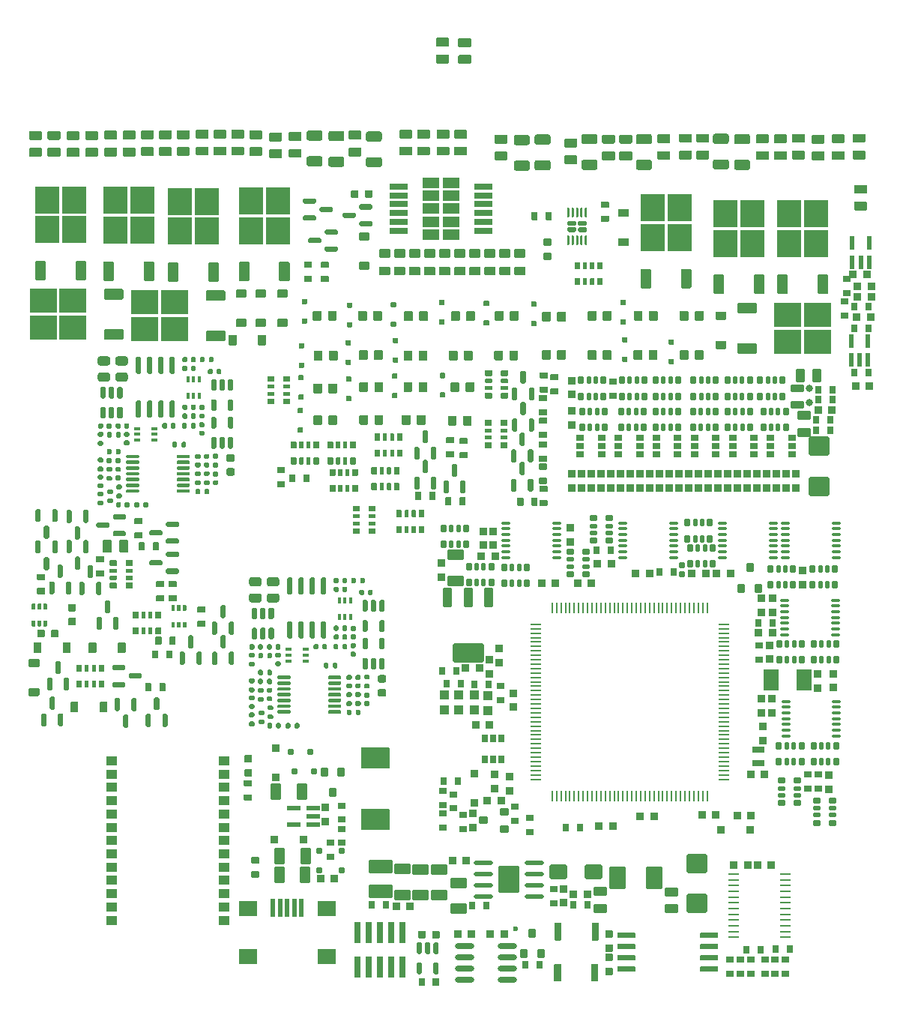
<source format=gtp>
G75*
G70*
%OFA0B0*%
%FSLAX25Y25*%
%IPPOS*%
%LPD*%
%AMOC8*
5,1,8,0,0,1.08239X$1,22.5*
%
%AMM111*
21,1,0.070870,0.036220,-0.000000,0.000000,90.000000*
21,1,0.061810,0.045280,-0.000000,0.000000,90.000000*
1,1,0.009060,0.018110,0.030910*
1,1,0.009060,0.018110,-0.030910*
1,1,0.009060,-0.018110,-0.030910*
1,1,0.009060,-0.018110,0.030910*
%
%AMM112*
21,1,0.033470,0.026770,-0.000000,0.000000,270.000000*
21,1,0.026770,0.033470,-0.000000,0.000000,270.000000*
1,1,0.006690,-0.013390,-0.013390*
1,1,0.006690,-0.013390,0.013390*
1,1,0.006690,0.013390,0.013390*
1,1,0.006690,0.013390,-0.013390*
%
%AMM113*
21,1,0.035430,0.030320,-0.000000,0.000000,180.000000*
21,1,0.028350,0.037400,-0.000000,0.000000,180.000000*
1,1,0.007090,-0.014170,0.015160*
1,1,0.007090,0.014170,0.015160*
1,1,0.007090,0.014170,-0.015160*
1,1,0.007090,-0.014170,-0.015160*
%
%AMM114*
21,1,0.021650,0.052760,-0.000000,0.000000,90.000000*
21,1,0.017320,0.057090,-0.000000,0.000000,90.000000*
1,1,0.004330,0.026380,0.008660*
1,1,0.004330,0.026380,-0.008660*
1,1,0.004330,-0.026380,-0.008660*
1,1,0.004330,-0.026380,0.008660*
%
%AMM115*
21,1,0.094490,0.111020,-0.000000,0.000000,270.000000*
21,1,0.075590,0.129920,-0.000000,0.000000,270.000000*
1,1,0.018900,-0.055510,-0.037800*
1,1,0.018900,-0.055510,0.037800*
1,1,0.018900,0.055510,0.037800*
1,1,0.018900,0.055510,-0.037800*
%
%AMM116*
21,1,0.023620,0.018900,-0.000000,0.000000,0.000000*
21,1,0.018900,0.023620,-0.000000,0.000000,0.000000*
1,1,0.004720,0.009450,-0.009450*
1,1,0.004720,-0.009450,-0.009450*
1,1,0.004720,-0.009450,0.009450*
1,1,0.004720,0.009450,0.009450*
%
%AMM117*
21,1,0.035830,0.026770,-0.000000,0.000000,90.000000*
21,1,0.029130,0.033470,-0.000000,0.000000,90.000000*
1,1,0.006690,0.013390,0.014570*
1,1,0.006690,0.013390,-0.014570*
1,1,0.006690,-0.013390,-0.014570*
1,1,0.006690,-0.013390,0.014570*
%
%AMM118*
21,1,0.023620,0.018900,-0.000000,0.000000,270.000000*
21,1,0.018900,0.023620,-0.000000,0.000000,270.000000*
1,1,0.004720,-0.009450,-0.009450*
1,1,0.004720,-0.009450,0.009450*
1,1,0.004720,0.009450,0.009450*
1,1,0.004720,0.009450,-0.009450*
%
%AMM119*
21,1,0.027560,0.030710,-0.000000,0.000000,90.000000*
21,1,0.022050,0.036220,-0.000000,0.000000,90.000000*
1,1,0.005510,0.015350,0.011020*
1,1,0.005510,0.015350,-0.011020*
1,1,0.005510,-0.015350,-0.011020*
1,1,0.005510,-0.015350,0.011020*
%
%AMM120*
21,1,0.033470,0.026770,-0.000000,0.000000,180.000000*
21,1,0.026770,0.033470,-0.000000,0.000000,180.000000*
1,1,0.006690,-0.013390,0.013390*
1,1,0.006690,0.013390,0.013390*
1,1,0.006690,0.013390,-0.013390*
1,1,0.006690,-0.013390,-0.013390*
%
%AMM121*
21,1,0.035830,0.026770,-0.000000,0.000000,180.000000*
21,1,0.029130,0.033470,-0.000000,0.000000,180.000000*
1,1,0.006690,-0.014570,0.013390*
1,1,0.006690,0.014570,0.013390*
1,1,0.006690,0.014570,-0.013390*
1,1,0.006690,-0.014570,-0.013390*
%
%AMM137*
21,1,0.027560,0.030710,-0.000000,0.000000,270.000000*
21,1,0.022050,0.036220,-0.000000,0.000000,270.000000*
1,1,0.005510,-0.015350,-0.011020*
1,1,0.005510,-0.015350,0.011020*
1,1,0.005510,0.015350,0.011020*
1,1,0.005510,0.015350,-0.011020*
%
%AMM138*
21,1,0.033470,0.026770,-0.000000,0.000000,0.000000*
21,1,0.026770,0.033470,-0.000000,0.000000,0.000000*
1,1,0.006690,0.013390,-0.013390*
1,1,0.006690,-0.013390,-0.013390*
1,1,0.006690,-0.013390,0.013390*
1,1,0.006690,0.013390,0.013390*
%
%AMM154*
21,1,0.039370,0.049210,-0.000000,-0.000000,270.000000*
21,1,0.031500,0.057090,-0.000000,-0.000000,270.000000*
1,1,0.007870,-0.024610,-0.015750*
1,1,0.007870,-0.024610,0.015750*
1,1,0.007870,0.024610,0.015750*
1,1,0.007870,0.024610,-0.015750*
%
%AMM155*
21,1,0.106300,0.050390,-0.000000,-0.000000,180.000000*
21,1,0.093700,0.062990,-0.000000,-0.000000,180.000000*
1,1,0.012600,-0.046850,0.025200*
1,1,0.012600,0.046850,0.025200*
1,1,0.012600,0.046850,-0.025200*
1,1,0.012600,-0.046850,-0.025200*
%
%AMM156*
21,1,0.074800,0.083460,-0.000000,-0.000000,0.000000*
21,1,0.059840,0.098430,-0.000000,-0.000000,0.000000*
1,1,0.014960,0.029920,-0.041730*
1,1,0.014960,-0.029920,-0.041730*
1,1,0.014960,-0.029920,0.041730*
1,1,0.014960,0.029920,0.041730*
%
%AMM157*
21,1,0.027560,0.030710,-0.000000,-0.000000,0.000000*
21,1,0.022050,0.036220,-0.000000,-0.000000,0.000000*
1,1,0.005510,0.011020,-0.015350*
1,1,0.005510,-0.011020,-0.015350*
1,1,0.005510,-0.011020,0.015350*
1,1,0.005510,0.011020,0.015350*
%
%AMM158*
21,1,0.033470,0.026770,-0.000000,-0.000000,0.000000*
21,1,0.026770,0.033470,-0.000000,-0.000000,0.000000*
1,1,0.006690,0.013390,-0.013390*
1,1,0.006690,-0.013390,-0.013390*
1,1,0.006690,-0.013390,0.013390*
1,1,0.006690,0.013390,0.013390*
%
%AMM159*
21,1,0.033470,0.026770,-0.000000,-0.000000,90.000000*
21,1,0.026770,0.033470,-0.000000,-0.000000,90.000000*
1,1,0.006690,0.013390,0.013390*
1,1,0.006690,0.013390,-0.013390*
1,1,0.006690,-0.013390,-0.013390*
1,1,0.006690,-0.013390,0.013390*
%
%AMM160*
21,1,0.122050,0.075590,-0.000000,-0.000000,90.000000*
21,1,0.103150,0.094490,-0.000000,-0.000000,90.000000*
1,1,0.018900,0.037800,0.051580*
1,1,0.018900,0.037800,-0.051580*
1,1,0.018900,-0.037800,-0.051580*
1,1,0.018900,-0.037800,0.051580*
%
%AMM161*
21,1,0.078740,0.053540,-0.000000,-0.000000,0.000000*
21,1,0.065350,0.066930,-0.000000,-0.000000,0.000000*
1,1,0.013390,0.032680,-0.026770*
1,1,0.013390,-0.032680,-0.026770*
1,1,0.013390,-0.032680,0.026770*
1,1,0.013390,0.032680,0.026770*
%
%AMM162*
21,1,0.070870,0.036220,-0.000000,-0.000000,0.000000*
21,1,0.061810,0.045280,-0.000000,-0.000000,0.000000*
1,1,0.009060,0.030910,-0.018110*
1,1,0.009060,-0.030910,-0.018110*
1,1,0.009060,-0.030910,0.018110*
1,1,0.009060,0.030910,0.018110*
%
%AMM163*
21,1,0.086610,0.073230,-0.000000,-0.000000,270.000000*
21,1,0.069290,0.090550,-0.000000,-0.000000,270.000000*
1,1,0.017320,-0.036610,-0.034650*
1,1,0.017320,-0.036610,0.034650*
1,1,0.017320,0.036610,0.034650*
1,1,0.017320,0.036610,-0.034650*
%
%AMM164*
21,1,0.027560,0.030710,-0.000000,-0.000000,270.000000*
21,1,0.022050,0.036220,-0.000000,-0.000000,270.000000*
1,1,0.005510,-0.015350,-0.011020*
1,1,0.005510,-0.015350,0.011020*
1,1,0.005510,0.015350,0.011020*
1,1,0.005510,0.015350,-0.011020*
%
%AMM195*
21,1,0.035430,0.050000,-0.000000,-0.000000,90.000000*
21,1,0.028350,0.057090,-0.000000,-0.000000,90.000000*
1,1,0.007090,0.025000,0.014170*
1,1,0.007090,0.025000,-0.014170*
1,1,0.007090,-0.025000,-0.014170*
1,1,0.007090,-0.025000,0.014170*
%
%AMM196*
21,1,0.086610,0.073230,-0.000000,-0.000000,90.000000*
21,1,0.069290,0.090550,-0.000000,-0.000000,90.000000*
1,1,0.017320,0.036610,0.034650*
1,1,0.017320,0.036610,-0.034650*
1,1,0.017320,-0.036610,-0.034650*
1,1,0.017320,-0.036610,0.034650*
%
%AMM197*
21,1,0.039370,0.049210,-0.000000,-0.000000,0.000000*
21,1,0.031500,0.057090,-0.000000,-0.000000,0.000000*
1,1,0.007870,0.015750,-0.024610*
1,1,0.007870,-0.015750,-0.024610*
1,1,0.007870,-0.015750,0.024610*
1,1,0.007870,0.015750,0.024610*
%
%AMM198*
21,1,0.023620,0.030710,-0.000000,-0.000000,270.000000*
21,1,0.018900,0.035430,-0.000000,-0.000000,270.000000*
1,1,0.004720,-0.015350,-0.009450*
1,1,0.004720,-0.015350,0.009450*
1,1,0.004720,0.015350,0.009450*
1,1,0.004720,0.015350,-0.009450*
%
%AMM199*
21,1,0.025590,0.026380,-0.000000,-0.000000,180.000000*
21,1,0.020470,0.031500,-0.000000,-0.000000,180.000000*
1,1,0.005120,-0.010240,0.013190*
1,1,0.005120,0.010240,0.013190*
1,1,0.005120,0.010240,-0.013190*
1,1,0.005120,-0.010240,-0.013190*
%
%AMM200*
21,1,0.017720,0.027950,-0.000000,-0.000000,180.000000*
21,1,0.014170,0.031500,-0.000000,-0.000000,180.000000*
1,1,0.003540,-0.007090,0.013980*
1,1,0.003540,0.007090,0.013980*
1,1,0.003540,0.007090,-0.013980*
1,1,0.003540,-0.007090,-0.013980*
%
%AMM201*
21,1,0.027560,0.030710,-0.000000,-0.000000,180.000000*
21,1,0.022050,0.036220,-0.000000,-0.000000,180.000000*
1,1,0.005510,-0.011020,0.015350*
1,1,0.005510,0.011020,0.015350*
1,1,0.005510,0.011020,-0.015350*
1,1,0.005510,-0.011020,-0.015350*
%
%AMM216*
21,1,0.027560,0.030710,-0.000000,0.000000,0.000000*
21,1,0.022050,0.036220,-0.000000,0.000000,0.000000*
1,1,0.005510,0.011020,-0.015350*
1,1,0.005510,-0.011020,-0.015350*
1,1,0.005510,-0.011020,0.015350*
1,1,0.005510,0.011020,0.015350*
%
%AMM259*
21,1,0.070870,0.036220,-0.000000,-0.000000,180.000000*
21,1,0.061810,0.045280,-0.000000,-0.000000,180.000000*
1,1,0.009060,-0.030910,0.018110*
1,1,0.009060,0.030910,0.018110*
1,1,0.009060,0.030910,-0.018110*
1,1,0.009060,-0.030910,-0.018110*
%
%AMM260*
21,1,0.027560,0.030710,-0.000000,-0.000000,90.000000*
21,1,0.022050,0.036220,-0.000000,-0.000000,90.000000*
1,1,0.005510,0.015350,0.011020*
1,1,0.005510,0.015350,-0.011020*
1,1,0.005510,-0.015350,-0.011020*
1,1,0.005510,-0.015350,0.011020*
%
%AMM261*
21,1,0.033470,0.026770,-0.000000,-0.000000,270.000000*
21,1,0.026770,0.033470,-0.000000,-0.000000,270.000000*
1,1,0.006690,-0.013390,-0.013390*
1,1,0.006690,-0.013390,0.013390*
1,1,0.006690,0.013390,0.013390*
1,1,0.006690,0.013390,-0.013390*
%
%AMM262*
21,1,0.023620,0.030710,-0.000000,-0.000000,0.000000*
21,1,0.018900,0.035430,-0.000000,-0.000000,0.000000*
1,1,0.004720,0.009450,-0.015350*
1,1,0.004720,-0.009450,-0.015350*
1,1,0.004720,-0.009450,0.015350*
1,1,0.004720,0.009450,0.015350*
%
%AMM263*
21,1,0.027560,0.018900,-0.000000,-0.000000,0.000000*
21,1,0.022840,0.023620,-0.000000,-0.000000,0.000000*
1,1,0.004720,0.011420,-0.009450*
1,1,0.004720,-0.011420,-0.009450*
1,1,0.004720,-0.011420,0.009450*
1,1,0.004720,0.011420,0.009450*
%
%AMM264*
21,1,0.137800,0.067720,-0.000000,-0.000000,180.000000*
21,1,0.120870,0.084650,-0.000000,-0.000000,180.000000*
1,1,0.016930,-0.060430,0.033860*
1,1,0.016930,0.060430,0.033860*
1,1,0.016930,0.060430,-0.033860*
1,1,0.016930,-0.060430,-0.033860*
%
%AMM265*
21,1,0.043310,0.075980,-0.000000,-0.000000,180.000000*
21,1,0.034650,0.084650,-0.000000,-0.000000,180.000000*
1,1,0.008660,-0.017320,0.037990*
1,1,0.008660,0.017320,0.037990*
1,1,0.008660,0.017320,-0.037990*
1,1,0.008660,-0.017320,-0.037990*
%
%AMM266*
21,1,0.043310,0.075990,-0.000000,-0.000000,180.000000*
21,1,0.034650,0.084650,-0.000000,-0.000000,180.000000*
1,1,0.008660,-0.017320,0.037990*
1,1,0.008660,0.017320,0.037990*
1,1,0.008660,0.017320,-0.037990*
1,1,0.008660,-0.017320,-0.037990*
%
%AMM267*
21,1,0.039370,0.035430,-0.000000,-0.000000,90.000000*
21,1,0.031500,0.043310,-0.000000,-0.000000,90.000000*
1,1,0.007870,0.017720,0.015750*
1,1,0.007870,0.017720,-0.015750*
1,1,0.007870,-0.017720,-0.015750*
1,1,0.007870,-0.017720,0.015750*
%
%AMM268*
21,1,0.035430,0.030320,-0.000000,-0.000000,90.000000*
21,1,0.028350,0.037400,-0.000000,-0.000000,90.000000*
1,1,0.007090,0.015160,0.014170*
1,1,0.007090,0.015160,-0.014170*
1,1,0.007090,-0.015160,-0.014170*
1,1,0.007090,-0.015160,0.014170*
%
%AMM269*
21,1,0.035830,0.026770,-0.000000,-0.000000,90.000000*
21,1,0.029130,0.033470,-0.000000,-0.000000,90.000000*
1,1,0.006690,0.013390,0.014570*
1,1,0.006690,0.013390,-0.014570*
1,1,0.006690,-0.013390,-0.014570*
1,1,0.006690,-0.013390,0.014570*
%
%AMM270*
21,1,0.035430,0.030320,-0.000000,-0.000000,0.000000*
21,1,0.028350,0.037400,-0.000000,-0.000000,0.000000*
1,1,0.007090,0.014170,-0.015160*
1,1,0.007090,-0.014170,-0.015160*
1,1,0.007090,-0.014170,0.015160*
1,1,0.007090,0.014170,0.015160*
%
%AMM271*
21,1,0.025590,0.026380,-0.000000,-0.000000,90.000000*
21,1,0.020470,0.031500,-0.000000,-0.000000,90.000000*
1,1,0.005120,0.013190,0.010240*
1,1,0.005120,0.013190,-0.010240*
1,1,0.005120,-0.013190,-0.010240*
1,1,0.005120,-0.013190,0.010240*
%
%AMM272*
21,1,0.017720,0.027950,-0.000000,-0.000000,90.000000*
21,1,0.014170,0.031500,-0.000000,-0.000000,90.000000*
1,1,0.003540,0.013980,0.007090*
1,1,0.003540,0.013980,-0.007090*
1,1,0.003540,-0.013980,-0.007090*
1,1,0.003540,-0.013980,0.007090*
%
%AMM273*
21,1,0.027560,0.049610,-0.000000,-0.000000,90.000000*
21,1,0.022050,0.055120,-0.000000,-0.000000,90.000000*
1,1,0.005510,0.024800,0.011020*
1,1,0.005510,0.024800,-0.011020*
1,1,0.005510,-0.024800,-0.011020*
1,1,0.005510,-0.024800,0.011020*
%
%AMM274*
21,1,0.035830,0.026770,-0.000000,-0.000000,0.000000*
21,1,0.029130,0.033470,-0.000000,-0.000000,0.000000*
1,1,0.006690,0.014570,-0.013390*
1,1,0.006690,-0.014570,-0.013390*
1,1,0.006690,-0.014570,0.013390*
1,1,0.006690,0.014570,0.013390*
%
%AMM308*
21,1,0.033470,0.026770,-0.000000,-0.000000,180.000000*
21,1,0.026770,0.033470,-0.000000,-0.000000,180.000000*
1,1,0.006690,-0.013390,0.013390*
1,1,0.006690,0.013390,0.013390*
1,1,0.006690,0.013390,-0.013390*
1,1,0.006690,-0.013390,-0.013390*
%
%AMM310*
21,1,0.021650,0.052760,-0.000000,0.000000,0.000000*
21,1,0.017320,0.057090,-0.000000,0.000000,0.000000*
1,1,0.004330,0.008660,-0.026380*
1,1,0.004330,-0.008660,-0.026380*
1,1,0.004330,-0.008660,0.026380*
1,1,0.004330,0.008660,0.026380*
%
%AMM44*
21,1,0.033470,0.026770,0.000000,0.000000,0.000000*
21,1,0.026770,0.033470,0.000000,0.000000,0.000000*
1,1,0.006690,0.013390,-0.013390*
1,1,0.006690,-0.013390,-0.013390*
1,1,0.006690,-0.013390,0.013390*
1,1,0.006690,0.013390,0.013390*
%
%AMM45*
21,1,0.027560,0.030710,0.000000,0.000000,270.000000*
21,1,0.022050,0.036220,0.000000,0.000000,270.000000*
1,1,0.005510,-0.015350,-0.011020*
1,1,0.005510,-0.015350,0.011020*
1,1,0.005510,0.015350,0.011020*
1,1,0.005510,0.015350,-0.011020*
%
%AMM9*
21,1,0.027560,0.030710,0.000000,0.000000,0.000000*
21,1,0.022050,0.036220,0.000000,0.000000,0.000000*
1,1,0.005510,0.011020,-0.015350*
1,1,0.005510,-0.011020,-0.015350*
1,1,0.005510,-0.011020,0.015350*
1,1,0.005510,0.011020,0.015350*
%
%ADD11C,0.02362*%
%ADD127O,0.08661X0.01968*%
%ADD133O,0.01968X0.03937*%
%ADD148R,0.02559X0.01575*%
%ADD155R,0.01575X0.02559*%
%ADD157O,0.04961X0.00984*%
%ADD158M44*%
%ADD159M45*%
%ADD188O,0.05118X0.00866*%
%ADD189O,0.00866X0.05118*%
%ADD194O,0.04331X0.01181*%
%ADD197R,0.06693X0.09449*%
%ADD21R,0.01969X0.07874*%
%ADD22R,0.07874X0.06693*%
%ADD24R,0.07874X0.02559*%
%ADD242O,0.08661X0.02362*%
%ADD250M111*%
%ADD251M112*%
%ADD252M113*%
%ADD253M114*%
%ADD254M115*%
%ADD255M116*%
%ADD256M117*%
%ADD257M118*%
%ADD258M119*%
%ADD259M120*%
%ADD260M121*%
%ADD280M137*%
%ADD281M138*%
%ADD305M154*%
%ADD306M155*%
%ADD307M156*%
%ADD308M157*%
%ADD309M158*%
%ADD310M159*%
%ADD311M160*%
%ADD312M161*%
%ADD313M162*%
%ADD314M163*%
%ADD315M164*%
%ADD346M195*%
%ADD347M196*%
%ADD348M197*%
%ADD349M198*%
%ADD350M199*%
%ADD351M200*%
%ADD352M201*%
%ADD367M216*%
%ADD414M259*%
%ADD415M260*%
%ADD416M261*%
%ADD417M262*%
%ADD418M263*%
%ADD419M264*%
%ADD420M265*%
%ADD421M266*%
%ADD422M267*%
%ADD423M268*%
%ADD424M269*%
%ADD425M270*%
%ADD426M271*%
%ADD427M272*%
%ADD428M273*%
%ADD429M274*%
%ADD46R,0.05118X0.03937*%
%ADD469M308*%
%ADD471M310*%
%ADD54R,0.02913X0.09449*%
%ADD65C,0.03150*%
%ADD70R,0.10827X0.12008*%
%ADD71R,0.12008X0.10827*%
%ADD72R,0.07677X0.04567*%
%ADD73O,0.00000X0.00000*%
%ADD95M9*%
X0000000Y0000000D02*
%LPD*%
G01*
G36*
G01*
X0242569Y0343268D02*
X0242077Y0343268D01*
G75*
G02*
X0241831Y0343514I0000000J0000246D01*
G01*
X0241831Y0347156D01*
G75*
G02*
X0242077Y0347402I0000246J0000000D01*
G01*
X0242569Y0347402D01*
G75*
G02*
X0242815Y0347156I0000000J-000246D01*
G01*
X0242815Y0343514D01*
G75*
G02*
X0242569Y0343268I-000246J0000000D01*
G01*
G37*
G36*
G01*
X0244537Y0343268D02*
X0244045Y0343268D01*
G75*
G02*
X0243799Y0343514I0000000J0000246D01*
G01*
X0243799Y0347156D01*
G75*
G02*
X0244045Y0347402I0000246J0000000D01*
G01*
X0244537Y0347402D01*
G75*
G02*
X0244783Y0347156I0000000J-000246D01*
G01*
X0244783Y0343514D01*
G75*
G02*
X0244537Y0343268I-000246J0000000D01*
G01*
G37*
G36*
G01*
X0246506Y0343268D02*
X0246014Y0343268D01*
G75*
G02*
X0245768Y0343514I0000000J0000246D01*
G01*
X0245768Y0347156D01*
G75*
G02*
X0246014Y0347402I0000246J0000000D01*
G01*
X0246506Y0347402D01*
G75*
G02*
X0246752Y0347156I0000000J-000246D01*
G01*
X0246752Y0343514D01*
G75*
G02*
X0246506Y0343268I-000246J0000000D01*
G01*
G37*
G36*
G01*
X0248474Y0343268D02*
X0247982Y0343268D01*
G75*
G02*
X0247736Y0343514I0000000J0000246D01*
G01*
X0247736Y0347156D01*
G75*
G02*
X0247982Y0347402I0000246J0000000D01*
G01*
X0248474Y0347402D01*
G75*
G02*
X0248720Y0347156I0000000J-000246D01*
G01*
X0248720Y0343514D01*
G75*
G02*
X0248474Y0343268I-000246J0000000D01*
G01*
G37*
G36*
G01*
X0250443Y0343268D02*
X0249951Y0343268D01*
G75*
G02*
X0249705Y0343514I0000000J0000246D01*
G01*
X0249705Y0347156D01*
G75*
G02*
X0249951Y0347402I0000246J0000000D01*
G01*
X0250443Y0347402D01*
G75*
G02*
X0250689Y0347156I0000000J-000246D01*
G01*
X0250689Y0343514D01*
G75*
G02*
X0250443Y0343268I-000246J0000000D01*
G01*
G37*
G36*
G01*
X0250443Y0330866D02*
X0249951Y0330866D01*
G75*
G02*
X0249705Y0331112I0000000J0000246D01*
G01*
X0249705Y0334754D01*
G75*
G02*
X0249951Y0335000I0000246J0000000D01*
G01*
X0250443Y0335000D01*
G75*
G02*
X0250689Y0334754I0000000J-000246D01*
G01*
X0250689Y0331112D01*
G75*
G02*
X0250443Y0330866I-000246J0000000D01*
G01*
G37*
G36*
G01*
X0248474Y0330866D02*
X0247982Y0330866D01*
G75*
G02*
X0247736Y0331112I0000000J0000246D01*
G01*
X0247736Y0334754D01*
G75*
G02*
X0247982Y0335000I0000246J0000000D01*
G01*
X0248474Y0335000D01*
G75*
G02*
X0248720Y0334754I0000000J-000246D01*
G01*
X0248720Y0331112D01*
G75*
G02*
X0248474Y0330866I-000246J0000000D01*
G01*
G37*
G36*
G01*
X0246506Y0330866D02*
X0246014Y0330866D01*
G75*
G02*
X0245768Y0331112I0000000J0000246D01*
G01*
X0245768Y0334754D01*
G75*
G02*
X0246014Y0335000I0000246J0000000D01*
G01*
X0246506Y0335000D01*
G75*
G02*
X0246752Y0334754I0000000J-000246D01*
G01*
X0246752Y0331112D01*
G75*
G02*
X0246506Y0330866I-000246J0000000D01*
G01*
G37*
G36*
G01*
X0244537Y0330866D02*
X0244045Y0330866D01*
G75*
G02*
X0243799Y0331112I0000000J0000246D01*
G01*
X0243799Y0334754D01*
G75*
G02*
X0244045Y0335000I0000246J0000000D01*
G01*
X0244537Y0335000D01*
G75*
G02*
X0244783Y0334754I0000000J-000246D01*
G01*
X0244783Y0331112D01*
G75*
G02*
X0244537Y0330866I-000246J0000000D01*
G01*
G37*
G36*
G01*
X0242569Y0330866D02*
X0242077Y0330866D01*
G75*
G02*
X0241831Y0331112I0000000J0000246D01*
G01*
X0241831Y0334754D01*
G75*
G02*
X0242077Y0335000I0000246J0000000D01*
G01*
X0242569Y0335000D01*
G75*
G02*
X0242815Y0334754I0000000J-000246D01*
G01*
X0242815Y0331112D01*
G75*
G02*
X0242569Y0330866I-000246J0000000D01*
G01*
G37*
G36*
G01*
X0250059Y0336614D02*
X0247185Y0336614D01*
G75*
G02*
X0246654Y0337146I0000000J0000531D01*
G01*
X0246654Y0338209D01*
G75*
G02*
X0247185Y0338740I0000531J0000000D01*
G01*
X0250059Y0338740D01*
G75*
G02*
X0250591Y0338209I0000000J-000531D01*
G01*
X0250591Y0337146D01*
G75*
G02*
X0250059Y0336614I-000531J0000000D01*
G01*
G37*
G36*
G01*
X0245335Y0339528D02*
X0242461Y0339528D01*
G75*
G02*
X0241929Y0340059I0000000J0000531D01*
G01*
X0241929Y0341122D01*
G75*
G02*
X0242461Y0341654I0000531J0000000D01*
G01*
X0245335Y0341654D01*
G75*
G02*
X0245866Y0341122I0000000J-000531D01*
G01*
X0245866Y0340059D01*
G75*
G02*
X0245335Y0339528I-000531J0000000D01*
G01*
G37*
G36*
G01*
X0250059Y0339528D02*
X0247185Y0339528D01*
G75*
G02*
X0246654Y0340059I0000000J0000531D01*
G01*
X0246654Y0341122D01*
G75*
G02*
X0247185Y0341654I0000531J0000000D01*
G01*
X0250059Y0341654D01*
G75*
G02*
X0250591Y0341122I0000000J-000531D01*
G01*
X0250591Y0340059D01*
G75*
G02*
X0250059Y0339528I-000531J0000000D01*
G01*
G37*
G36*
G01*
X0245335Y0336614D02*
X0242461Y0336614D01*
G75*
G02*
X0241929Y0337146I0000000J0000531D01*
G01*
X0241929Y0338209D01*
G75*
G02*
X0242461Y0338740I0000531J0000000D01*
G01*
X0245335Y0338740D01*
G75*
G02*
X0245866Y0338209I0000000J-000531D01*
G01*
X0245866Y0337146D01*
G75*
G02*
X0245335Y0336614I-000531J0000000D01*
G01*
G37*
G36*
G01*
X0098858Y0294508D02*
X0094843Y0294508D01*
G75*
G02*
X0094488Y0294862I0000000J0000354D01*
G01*
X0094488Y0297697D01*
G75*
G02*
X0094843Y0298051I0000354J0000000D01*
G01*
X0098858Y0298051D01*
G75*
G02*
X0099213Y0297697I0000000J-000354D01*
G01*
X0099213Y0294862D01*
G75*
G02*
X0098858Y0294508I-000354J0000000D01*
G01*
G37*
G36*
G01*
X0098858Y0307500D02*
X0094843Y0307500D01*
G75*
G02*
X0094488Y0307854I0000000J0000354D01*
G01*
X0094488Y0310689D01*
G75*
G02*
X0094843Y0311043I0000354J0000000D01*
G01*
X0098858Y0311043D01*
G75*
G02*
X0099213Y0310689I0000000J-000354D01*
G01*
X0099213Y0307854D01*
G75*
G02*
X0098858Y0307500I-000354J0000000D01*
G01*
G37*
G36*
G01*
X0304626Y0368898D02*
X0299705Y0368898D01*
G75*
G02*
X0299311Y0369291I0000000J0000394D01*
G01*
X0299311Y0372441D01*
G75*
G02*
X0299705Y0372835I0000394J0000000D01*
G01*
X0304626Y0372835D01*
G75*
G02*
X0305020Y0372441I0000000J-000394D01*
G01*
X0305020Y0369291D01*
G75*
G02*
X0304626Y0368898I-000394J0000000D01*
G01*
G37*
G36*
G01*
X0304626Y0376378D02*
X0299705Y0376378D01*
G75*
G02*
X0299311Y0376772I0000000J0000394D01*
G01*
X0299311Y0379921D01*
G75*
G02*
X0299705Y0380315I0000394J0000000D01*
G01*
X0304626Y0380315D01*
G75*
G02*
X0305020Y0379921I0000000J-000394D01*
G01*
X0305020Y0376772D01*
G75*
G02*
X0304626Y0376378I-000394J0000000D01*
G01*
G37*
G36*
G01*
X0261772Y0016634D02*
X0259094Y0016634D01*
G75*
G02*
X0258760Y0016968I0000000J0000335D01*
G01*
X0258760Y0019646D01*
G75*
G02*
X0259094Y0019980I0000335J0000000D01*
G01*
X0261772Y0019980D01*
G75*
G02*
X0262106Y0019646I0000000J-000335D01*
G01*
X0262106Y0016968D01*
G75*
G02*
X0261772Y0016634I-000335J0000000D01*
G01*
G37*
G36*
G01*
X0261772Y0022854D02*
X0259094Y0022854D01*
G75*
G02*
X0258760Y0023189I0000000J0000335D01*
G01*
X0258760Y0025866D01*
G75*
G02*
X0259094Y0026201I0000335J0000000D01*
G01*
X0261772Y0026201D01*
G75*
G02*
X0262106Y0025866I0000000J-000335D01*
G01*
X0262106Y0023189D01*
G75*
G02*
X0261772Y0022854I-000335J0000000D01*
G01*
G37*
G36*
G01*
X0049646Y0209449D02*
X0052717Y0209449D01*
G75*
G02*
X0052992Y0209173I0000000J-000276D01*
G01*
X0052992Y0206969D01*
G75*
G02*
X0052717Y0206693I-000276J0000000D01*
G01*
X0049646Y0206693D01*
G75*
G02*
X0049370Y0206969I0000000J0000276D01*
G01*
X0049370Y0209173D01*
G75*
G02*
X0049646Y0209449I0000276J0000000D01*
G01*
G37*
G36*
G01*
X0049646Y0203150D02*
X0052717Y0203150D01*
G75*
G02*
X0052992Y0202874I0000000J-000276D01*
G01*
X0052992Y0200669D01*
G75*
G02*
X0052717Y0200394I-000276J0000000D01*
G01*
X0049646Y0200394D01*
G75*
G02*
X0049370Y0200669I0000000J0000276D01*
G01*
X0049370Y0202874D01*
G75*
G02*
X0049646Y0203150I0000276J0000000D01*
G01*
G37*
G36*
G01*
X0101614Y0058661D02*
X0104685Y0058661D01*
G75*
G02*
X0104961Y0058386I0000000J-000276D01*
G01*
X0104961Y0056181D01*
G75*
G02*
X0104685Y0055906I-000276J0000000D01*
G01*
X0101614Y0055906D01*
G75*
G02*
X0101339Y0056181I0000000J0000276D01*
G01*
X0101339Y0058386D01*
G75*
G02*
X0101614Y0058661I0000276J0000000D01*
G01*
G37*
G36*
G01*
X0101614Y0052362D02*
X0104685Y0052362D01*
G75*
G02*
X0104961Y0052087I0000000J-000276D01*
G01*
X0104961Y0049882D01*
G75*
G02*
X0104685Y0049606I-000276J0000000D01*
G01*
X0101614Y0049606D01*
G75*
G02*
X0101339Y0049882I0000000J0000276D01*
G01*
X0101339Y0052087D01*
G75*
G02*
X0101614Y0052362I0000276J0000000D01*
G01*
G37*
G36*
G01*
X0136220Y0221319D02*
X0136220Y0223957D01*
G75*
G02*
X0136476Y0224213I0000256J0000000D01*
G01*
X0138524Y0224213D01*
G75*
G02*
X0138780Y0223957I0000000J-000256D01*
G01*
X0138780Y0221319D01*
G75*
G02*
X0138524Y0221063I-000256J0000000D01*
G01*
X0136476Y0221063D01*
G75*
G02*
X0136220Y0221319I0000000J0000256D01*
G01*
G37*
G36*
G01*
X0140059Y0221240D02*
X0140059Y0224035D01*
G75*
G02*
X0140236Y0224213I0000177J0000000D01*
G01*
X0141654Y0224213D01*
G75*
G02*
X0141831Y0224035I0000000J-000177D01*
G01*
X0141831Y0221240D01*
G75*
G02*
X0141654Y0221063I-000177J0000000D01*
G01*
X0140236Y0221063D01*
G75*
G02*
X0140059Y0221240I0000000J0000177D01*
G01*
G37*
G36*
G01*
X0143209Y0221240D02*
X0143209Y0224035D01*
G75*
G02*
X0143386Y0224213I0000177J0000000D01*
G01*
X0144803Y0224213D01*
G75*
G02*
X0144980Y0224035I0000000J-000177D01*
G01*
X0144980Y0221240D01*
G75*
G02*
X0144803Y0221063I-000177J0000000D01*
G01*
X0143386Y0221063D01*
G75*
G02*
X0143209Y0221240I0000000J0000177D01*
G01*
G37*
G36*
G01*
X0146260Y0221319D02*
X0146260Y0223957D01*
G75*
G02*
X0146516Y0224213I0000256J0000000D01*
G01*
X0148563Y0224213D01*
G75*
G02*
X0148819Y0223957I0000000J-000256D01*
G01*
X0148819Y0221319D01*
G75*
G02*
X0148563Y0221063I-000256J0000000D01*
G01*
X0146516Y0221063D01*
G75*
G02*
X0146260Y0221319I0000000J0000256D01*
G01*
G37*
G36*
G01*
X0146260Y0228406D02*
X0146260Y0231043D01*
G75*
G02*
X0146516Y0231299I0000256J0000000D01*
G01*
X0148563Y0231299D01*
G75*
G02*
X0148819Y0231043I0000000J-000256D01*
G01*
X0148819Y0228406D01*
G75*
G02*
X0148563Y0228150I-000256J0000000D01*
G01*
X0146516Y0228150D01*
G75*
G02*
X0146260Y0228406I0000000J0000256D01*
G01*
G37*
G36*
G01*
X0143209Y0228327D02*
X0143209Y0231122D01*
G75*
G02*
X0143386Y0231299I0000177J0000000D01*
G01*
X0144803Y0231299D01*
G75*
G02*
X0144980Y0231122I0000000J-000177D01*
G01*
X0144980Y0228327D01*
G75*
G02*
X0144803Y0228150I-000177J0000000D01*
G01*
X0143386Y0228150D01*
G75*
G02*
X0143209Y0228327I0000000J0000177D01*
G01*
G37*
G36*
G01*
X0140059Y0228327D02*
X0140059Y0231122D01*
G75*
G02*
X0140236Y0231299I0000177J0000000D01*
G01*
X0141654Y0231299D01*
G75*
G02*
X0141831Y0231122I0000000J-000177D01*
G01*
X0141831Y0228327D01*
G75*
G02*
X0141654Y0228150I-000177J0000000D01*
G01*
X0140236Y0228150D01*
G75*
G02*
X0140059Y0228327I0000000J0000177D01*
G01*
G37*
G36*
G01*
X0136220Y0228406D02*
X0136220Y0231043D01*
G75*
G02*
X0136476Y0231299I0000256J0000000D01*
G01*
X0138524Y0231299D01*
G75*
G02*
X0138780Y0231043I0000000J-000256D01*
G01*
X0138780Y0228406D01*
G75*
G02*
X0138524Y0228150I-000256J0000000D01*
G01*
X0136476Y0228150D01*
G75*
G02*
X0136220Y0228406I0000000J0000256D01*
G01*
G37*
G36*
G01*
X0199409Y0254528D02*
X0199409Y0250984D01*
G75*
G02*
X0199016Y0250591I-000394J0000000D01*
G01*
X0195866Y0250591D01*
G75*
G02*
X0195472Y0250984I0000000J0000394D01*
G01*
X0195472Y0254528D01*
G75*
G02*
X0195866Y0254921I0000394J0000000D01*
G01*
X0199016Y0254921D01*
G75*
G02*
X0199409Y0254528I0000000J-000394D01*
G01*
G37*
G36*
G01*
X0192717Y0254528D02*
X0192717Y0250984D01*
G75*
G02*
X0192323Y0250591I-000394J0000000D01*
G01*
X0189173Y0250591D01*
G75*
G02*
X0188780Y0250984I0000000J0000394D01*
G01*
X0188780Y0254528D01*
G75*
G02*
X0189173Y0254921I0000394J0000000D01*
G01*
X0192323Y0254921D01*
G75*
G02*
X0192717Y0254528I0000000J-000394D01*
G01*
G37*
G36*
G01*
X0215295Y0262598D02*
X0212657Y0262598D01*
G75*
G02*
X0212402Y0262854I0000000J0000256D01*
G01*
X0212402Y0264902D01*
G75*
G02*
X0212657Y0265157I0000256J0000000D01*
G01*
X0215295Y0265157D01*
G75*
G02*
X0215551Y0264902I0000000J-000256D01*
G01*
X0215551Y0262854D01*
G75*
G02*
X0215295Y0262598I-000256J0000000D01*
G01*
G37*
G36*
G01*
X0215374Y0266437D02*
X0212579Y0266437D01*
G75*
G02*
X0212402Y0266614I0000000J0000177D01*
G01*
X0212402Y0268031D01*
G75*
G02*
X0212579Y0268209I0000177J0000000D01*
G01*
X0215374Y0268209D01*
G75*
G02*
X0215551Y0268031I0000000J-000177D01*
G01*
X0215551Y0266614D01*
G75*
G02*
X0215374Y0266437I-000177J0000000D01*
G01*
G37*
G36*
G01*
X0215374Y0269587D02*
X0212579Y0269587D01*
G75*
G02*
X0212402Y0269764I0000000J0000177D01*
G01*
X0212402Y0271181D01*
G75*
G02*
X0212579Y0271358I0000177J0000000D01*
G01*
X0215374Y0271358D01*
G75*
G02*
X0215551Y0271181I0000000J-000177D01*
G01*
X0215551Y0269764D01*
G75*
G02*
X0215374Y0269587I-000177J0000000D01*
G01*
G37*
G36*
G01*
X0215295Y0272638D02*
X0212657Y0272638D01*
G75*
G02*
X0212402Y0272894I0000000J0000256D01*
G01*
X0212402Y0274941D01*
G75*
G02*
X0212657Y0275197I0000256J0000000D01*
G01*
X0215295Y0275197D01*
G75*
G02*
X0215551Y0274941I0000000J-000256D01*
G01*
X0215551Y0272894D01*
G75*
G02*
X0215295Y0272638I-000256J0000000D01*
G01*
G37*
G36*
G01*
X0208209Y0272638D02*
X0205571Y0272638D01*
G75*
G02*
X0205315Y0272894I0000000J0000256D01*
G01*
X0205315Y0274941D01*
G75*
G02*
X0205571Y0275197I0000256J0000000D01*
G01*
X0208209Y0275197D01*
G75*
G02*
X0208465Y0274941I0000000J-000256D01*
G01*
X0208465Y0272894D01*
G75*
G02*
X0208209Y0272638I-000256J0000000D01*
G01*
G37*
G36*
G01*
X0208287Y0269587D02*
X0205492Y0269587D01*
G75*
G02*
X0205315Y0269764I0000000J0000177D01*
G01*
X0205315Y0271181D01*
G75*
G02*
X0205492Y0271358I0000177J0000000D01*
G01*
X0208287Y0271358D01*
G75*
G02*
X0208465Y0271181I0000000J-000177D01*
G01*
X0208465Y0269764D01*
G75*
G02*
X0208287Y0269587I-000177J0000000D01*
G01*
G37*
G36*
G01*
X0208287Y0266437D02*
X0205492Y0266437D01*
G75*
G02*
X0205315Y0266614I0000000J0000177D01*
G01*
X0205315Y0268031D01*
G75*
G02*
X0205492Y0268209I0000177J0000000D01*
G01*
X0208287Y0268209D01*
G75*
G02*
X0208465Y0268031I0000000J-000177D01*
G01*
X0208465Y0266614D01*
G75*
G02*
X0208287Y0266437I-000177J0000000D01*
G01*
G37*
G36*
G01*
X0208209Y0262598D02*
X0205571Y0262598D01*
G75*
G02*
X0205315Y0262854I0000000J0000256D01*
G01*
X0205315Y0264902D01*
G75*
G02*
X0205571Y0265157I0000256J0000000D01*
G01*
X0208209Y0265157D01*
G75*
G02*
X0208465Y0264902I0000000J-000256D01*
G01*
X0208465Y0262854D01*
G75*
G02*
X0208209Y0262598I-000256J0000000D01*
G01*
G37*
G36*
G01*
X0265551Y0295715D02*
X0265551Y0297604D01*
G75*
G02*
X0265787Y0297841I0000236J0000000D01*
G01*
X0267677Y0297841D01*
G75*
G02*
X0267913Y0297604I0000000J-000236D01*
G01*
X0267913Y0295715D01*
G75*
G02*
X0267677Y0295478I-000236J0000000D01*
G01*
X0265787Y0295478D01*
G75*
G02*
X0265551Y0295715I0000000J0000236D01*
G01*
G37*
G36*
G01*
X0265551Y0304376D02*
X0265551Y0306266D01*
G75*
G02*
X0265787Y0306502I0000236J0000000D01*
G01*
X0267677Y0306502D01*
G75*
G02*
X0267913Y0306266I0000000J-000236D01*
G01*
X0267913Y0304376D01*
G75*
G02*
X0267677Y0304140I-000236J0000000D01*
G01*
X0265787Y0304140D01*
G75*
G02*
X0265551Y0304376I0000000J0000236D01*
G01*
G37*
G36*
G01*
X0098661Y0104075D02*
X0101339Y0104075D01*
G75*
G02*
X0101673Y0103740I0000000J-000335D01*
G01*
X0101673Y0101063D01*
G75*
G02*
X0101339Y0100728I-000335J0000000D01*
G01*
X0098661Y0100728D01*
G75*
G02*
X0098327Y0101063I0000000J0000335D01*
G01*
X0098327Y0103740D01*
G75*
G02*
X0098661Y0104075I0000335J0000000D01*
G01*
G37*
G36*
G01*
X0098661Y0097854D02*
X0101339Y0097854D01*
G75*
G02*
X0101673Y0097520I0000000J-000335D01*
G01*
X0101673Y0094843D01*
G75*
G02*
X0101339Y0094508I-000335J0000000D01*
G01*
X0098661Y0094508D01*
G75*
G02*
X0098327Y0094843I0000000J0000335D01*
G01*
X0098327Y0097520D01*
G75*
G02*
X0098661Y0097854I0000335J0000000D01*
G01*
G37*
G36*
G01*
X0124606Y0272795D02*
X0124606Y0270906D01*
G75*
G02*
X0124370Y0270669I-000236J0000000D01*
G01*
X0122480Y0270669D01*
G75*
G02*
X0122244Y0270906I0000000J0000236D01*
G01*
X0122244Y0272795D01*
G75*
G02*
X0122480Y0273031I0000236J0000000D01*
G01*
X0124370Y0273031D01*
G75*
G02*
X0124606Y0272795I0000000J-000236D01*
G01*
G37*
G36*
G01*
X0124606Y0264134D02*
X0124606Y0262244D01*
G75*
G02*
X0124370Y0262008I-000236J0000000D01*
G01*
X0122480Y0262008D01*
G75*
G02*
X0122244Y0262244I0000000J0000236D01*
G01*
X0122244Y0264134D01*
G75*
G02*
X0122480Y0264370I0000236J0000000D01*
G01*
X0124370Y0264370D01*
G75*
G02*
X0124606Y0264134I0000000J-000236D01*
G01*
G37*
G36*
G01*
X0229567Y0243504D02*
X0232638Y0243504D01*
G75*
G02*
X0232913Y0243228I0000000J-000276D01*
G01*
X0232913Y0241024D01*
G75*
G02*
X0232638Y0240748I-000276J0000000D01*
G01*
X0229567Y0240748D01*
G75*
G02*
X0229291Y0241024I0000000J0000276D01*
G01*
X0229291Y0243228D01*
G75*
G02*
X0229567Y0243504I0000276J0000000D01*
G01*
G37*
G36*
G01*
X0229567Y0237205D02*
X0232638Y0237205D01*
G75*
G02*
X0232913Y0236929I0000000J-000276D01*
G01*
X0232913Y0234724D01*
G75*
G02*
X0232638Y0234449I-000276J0000000D01*
G01*
X0229567Y0234449D01*
G75*
G02*
X0229291Y0234724I0000000J0000276D01*
G01*
X0229291Y0236929D01*
G75*
G02*
X0229567Y0237205I0000276J0000000D01*
G01*
G37*
G36*
G01*
X0067717Y0156457D02*
X0067717Y0153386D01*
G75*
G02*
X0067441Y0153110I-000276J0000000D01*
G01*
X0065236Y0153110D01*
G75*
G02*
X0064961Y0153386I0000000J0000276D01*
G01*
X0064961Y0156457D01*
G75*
G02*
X0065236Y0156732I0000276J0000000D01*
G01*
X0067441Y0156732D01*
G75*
G02*
X0067717Y0156457I0000000J-000276D01*
G01*
G37*
G36*
G01*
X0061417Y0156457D02*
X0061417Y0153386D01*
G75*
G02*
X0061142Y0153110I-000276J0000000D01*
G01*
X0058937Y0153110D01*
G75*
G02*
X0058661Y0153386I0000000J0000276D01*
G01*
X0058661Y0156457D01*
G75*
G02*
X0058937Y0156732I0000276J0000000D01*
G01*
X0061142Y0156732D01*
G75*
G02*
X0061417Y0156457I0000000J-000276D01*
G01*
G37*
G36*
G01*
X0132520Y0323425D02*
X0135591Y0323425D01*
G75*
G02*
X0135866Y0323150I0000000J-000276D01*
G01*
X0135866Y0320945D01*
G75*
G02*
X0135591Y0320669I-000276J0000000D01*
G01*
X0132520Y0320669D01*
G75*
G02*
X0132244Y0320945I0000000J0000276D01*
G01*
X0132244Y0323150D01*
G75*
G02*
X0132520Y0323425I0000276J0000000D01*
G01*
G37*
G36*
G01*
X0132520Y0317126D02*
X0135591Y0317126D01*
G75*
G02*
X0135866Y0316850I0000000J-000276D01*
G01*
X0135866Y0314646D01*
G75*
G02*
X0135591Y0314370I-000276J0000000D01*
G01*
X0132520Y0314370D01*
G75*
G02*
X0132244Y0314646I0000000J0000276D01*
G01*
X0132244Y0316850D01*
G75*
G02*
X0132520Y0317126I0000276J0000000D01*
G01*
G37*
G36*
G01*
X0160039Y0254921D02*
X0160039Y0251378D01*
G75*
G02*
X0159646Y0250984I-000394J0000000D01*
G01*
X0156496Y0250984D01*
G75*
G02*
X0156102Y0251378I0000000J0000394D01*
G01*
X0156102Y0254921D01*
G75*
G02*
X0156496Y0255315I0000394J0000000D01*
G01*
X0159646Y0255315D01*
G75*
G02*
X0160039Y0254921I0000000J-000394D01*
G01*
G37*
G36*
G01*
X0153346Y0254921D02*
X0153346Y0251378D01*
G75*
G02*
X0152953Y0250984I-000394J0000000D01*
G01*
X0149803Y0250984D01*
G75*
G02*
X0149409Y0251378I0000000J0000394D01*
G01*
X0149409Y0254921D01*
G75*
G02*
X0149803Y0255315I0000394J0000000D01*
G01*
X0152953Y0255315D01*
G75*
G02*
X0153346Y0254921I0000000J-000394D01*
G01*
G37*
G36*
G01*
X0175492Y0382087D02*
X0180413Y0382087D01*
G75*
G02*
X0180807Y0381693I0000000J-000394D01*
G01*
X0180807Y0378543D01*
G75*
G02*
X0180413Y0378150I-000394J0000000D01*
G01*
X0175492Y0378150D01*
G75*
G02*
X0175098Y0378543I0000000J0000394D01*
G01*
X0175098Y0381693D01*
G75*
G02*
X0175492Y0382087I0000394J0000000D01*
G01*
G37*
G36*
G01*
X0175492Y0374606D02*
X0180413Y0374606D01*
G75*
G02*
X0180807Y0374213I0000000J-000394D01*
G01*
X0180807Y0371063D01*
G75*
G02*
X0180413Y0370669I-000394J0000000D01*
G01*
X0175492Y0370669D01*
G75*
G02*
X0175098Y0371063I0000000J0000394D01*
G01*
X0175098Y0374213D01*
G75*
G02*
X0175492Y0374606I0000394J0000000D01*
G01*
G37*
G36*
G01*
X0296949Y0368898D02*
X0292028Y0368898D01*
G75*
G02*
X0291634Y0369291I0000000J0000394D01*
G01*
X0291634Y0372441D01*
G75*
G02*
X0292028Y0372835I0000394J0000000D01*
G01*
X0296949Y0372835D01*
G75*
G02*
X0297343Y0372441I0000000J-000394D01*
G01*
X0297343Y0369291D01*
G75*
G02*
X0296949Y0368898I-000394J0000000D01*
G01*
G37*
G36*
G01*
X0296949Y0376378D02*
X0292028Y0376378D01*
G75*
G02*
X0291634Y0376772I0000000J0000394D01*
G01*
X0291634Y0379921D01*
G75*
G02*
X0292028Y0380315I0000394J0000000D01*
G01*
X0296949Y0380315D01*
G75*
G02*
X0297343Y0379921I0000000J-000394D01*
G01*
X0297343Y0376772D01*
G75*
G02*
X0296949Y0376378I-000394J0000000D01*
G01*
G37*
G36*
G01*
X0097736Y0370669D02*
X0092815Y0370669D01*
G75*
G02*
X0092421Y0371063I0000000J0000394D01*
G01*
X0092421Y0374213D01*
G75*
G02*
X0092815Y0374606I0000394J0000000D01*
G01*
X0097736Y0374606D01*
G75*
G02*
X0098130Y0374213I0000000J-000394D01*
G01*
X0098130Y0371063D01*
G75*
G02*
X0097736Y0370669I-000394J0000000D01*
G01*
G37*
G36*
G01*
X0097736Y0378150D02*
X0092815Y0378150D01*
G75*
G02*
X0092421Y0378543I0000000J0000394D01*
G01*
X0092421Y0381693D01*
G75*
G02*
X0092815Y0382087I0000394J0000000D01*
G01*
X0097736Y0382087D01*
G75*
G02*
X0098130Y0381693I0000000J-000394D01*
G01*
X0098130Y0378543D01*
G75*
G02*
X0097736Y0378150I-000394J0000000D01*
G01*
G37*
G36*
G01*
X0229961Y0274213D02*
X0233031Y0274213D01*
G75*
G02*
X0233307Y0273937I0000000J-000276D01*
G01*
X0233307Y0271732D01*
G75*
G02*
X0233031Y0271457I-000276J0000000D01*
G01*
X0229961Y0271457D01*
G75*
G02*
X0229685Y0271732I0000000J0000276D01*
G01*
X0229685Y0273937D01*
G75*
G02*
X0229961Y0274213I0000276J0000000D01*
G01*
G37*
G36*
G01*
X0229961Y0267913D02*
X0233031Y0267913D01*
G75*
G02*
X0233307Y0267638I0000000J-000276D01*
G01*
X0233307Y0265433D01*
G75*
G02*
X0233031Y0265157I-000276J0000000D01*
G01*
X0229961Y0265157D01*
G75*
G02*
X0229685Y0265433I0000000J0000276D01*
G01*
X0229685Y0267638D01*
G75*
G02*
X0229961Y0267913I0000276J0000000D01*
G01*
G37*
G36*
G01*
X0124311Y0349803D02*
X0124311Y0350984D01*
G75*
G02*
X0124902Y0351575I0000591J0000000D01*
G01*
X0129528Y0351575D01*
G75*
G02*
X0130118Y0350984I0000000J-000591D01*
G01*
X0130118Y0349803D01*
G75*
G02*
X0129528Y0349213I-000591J0000000D01*
G01*
X0124902Y0349213D01*
G75*
G02*
X0124311Y0349803I0000000J0000591D01*
G01*
G37*
G36*
G01*
X0131693Y0346063D02*
X0131693Y0347244D01*
G75*
G02*
X0132283Y0347835I0000591J0000000D01*
G01*
X0136909Y0347835D01*
G75*
G02*
X0137500Y0347244I0000000J-000591D01*
G01*
X0137500Y0346063D01*
G75*
G02*
X0136909Y0345472I-000591J0000000D01*
G01*
X0132283Y0345472D01*
G75*
G02*
X0131693Y0346063I0000000J0000591D01*
G01*
G37*
G36*
G01*
X0124311Y0342323D02*
X0124311Y0343504D01*
G75*
G02*
X0124902Y0344094I0000591J0000000D01*
G01*
X0129528Y0344094D01*
G75*
G02*
X0130118Y0343504I0000000J-000591D01*
G01*
X0130118Y0342323D01*
G75*
G02*
X0129528Y0341732I-000591J0000000D01*
G01*
X0124902Y0341732D01*
G75*
G02*
X0124311Y0342323I0000000J0000591D01*
G01*
G37*
G36*
G01*
X0248228Y0376595D02*
X0248228Y0379311D01*
G75*
G02*
X0249134Y0380217I0000906J0000000D01*
G01*
X0254409Y0380217D01*
G75*
G02*
X0255315Y0379311I0000000J-000906D01*
G01*
X0255315Y0376595D01*
G75*
G02*
X0254409Y0375689I-000906J0000000D01*
G01*
X0249134Y0375689D01*
G75*
G02*
X0248228Y0376595I0000000J0000906D01*
G01*
G37*
G36*
G01*
X0248228Y0365177D02*
X0248228Y0367894D01*
G75*
G02*
X0249134Y0368799I0000906J0000000D01*
G01*
X0254409Y0368799D01*
G75*
G02*
X0255315Y0367894I0000000J-000906D01*
G01*
X0255315Y0365177D01*
G75*
G02*
X0254409Y0364272I-000906J0000000D01*
G01*
X0249134Y0364272D01*
G75*
G02*
X0248228Y0365177I0000000J0000906D01*
G01*
G37*
G36*
G01*
X0188622Y0220374D02*
X0187441Y0220374D01*
G75*
G02*
X0186850Y0220965I0000000J0000591D01*
G01*
X0186850Y0225591D01*
G75*
G02*
X0187441Y0226181I0000591J0000000D01*
G01*
X0188622Y0226181D01*
G75*
G02*
X0189213Y0225591I0000000J-000591D01*
G01*
X0189213Y0220965D01*
G75*
G02*
X0188622Y0220374I-000591J0000000D01*
G01*
G37*
G36*
G01*
X0192362Y0227756D02*
X0191181Y0227756D01*
G75*
G02*
X0190591Y0228346I0000000J0000591D01*
G01*
X0190591Y0232972D01*
G75*
G02*
X0191181Y0233563I0000591J0000000D01*
G01*
X0192362Y0233563D01*
G75*
G02*
X0192953Y0232972I0000000J-000591D01*
G01*
X0192953Y0228346D01*
G75*
G02*
X0192362Y0227756I-000591J0000000D01*
G01*
G37*
G36*
G01*
X0196102Y0220374D02*
X0194921Y0220374D01*
G75*
G02*
X0194331Y0220965I0000000J0000591D01*
G01*
X0194331Y0225591D01*
G75*
G02*
X0194921Y0226181I0000591J0000000D01*
G01*
X0196102Y0226181D01*
G75*
G02*
X0196693Y0225591I0000000J-000591D01*
G01*
X0196693Y0220965D01*
G75*
G02*
X0196102Y0220374I-000591J0000000D01*
G01*
G37*
G36*
G01*
X0374823Y0346220D02*
X0369902Y0346220D01*
G75*
G02*
X0369508Y0346614I0000000J0000394D01*
G01*
X0369508Y0349764D01*
G75*
G02*
X0369902Y0350157I0000394J0000000D01*
G01*
X0374823Y0350157D01*
G75*
G02*
X0375217Y0349764I0000000J-000394D01*
G01*
X0375217Y0346614D01*
G75*
G02*
X0374823Y0346220I-000394J0000000D01*
G01*
G37*
G36*
G01*
X0374823Y0353701D02*
X0369902Y0353701D01*
G75*
G02*
X0369508Y0354095I0000000J0000394D01*
G01*
X0369508Y0357244D01*
G75*
G02*
X0369902Y0357638I0000394J0000000D01*
G01*
X0374823Y0357638D01*
G75*
G02*
X0375217Y0357244I0000000J-000394D01*
G01*
X0375217Y0354095D01*
G75*
G02*
X0374823Y0353701I-000394J0000000D01*
G01*
G37*
G36*
G01*
X0266339Y0279173D02*
X0266339Y0281063D01*
G75*
G02*
X0266575Y0281299I0000236J0000000D01*
G01*
X0268465Y0281299D01*
G75*
G02*
X0268701Y0281063I0000000J-000236D01*
G01*
X0268701Y0279173D01*
G75*
G02*
X0268465Y0278937I-000236J0000000D01*
G01*
X0266575Y0278937D01*
G75*
G02*
X0266339Y0279173I0000000J0000236D01*
G01*
G37*
G36*
G01*
X0266339Y0287835D02*
X0266339Y0289724D01*
G75*
G02*
X0266575Y0289961I0000236J0000000D01*
G01*
X0268465Y0289961D01*
G75*
G02*
X0268701Y0289724I0000000J-000236D01*
G01*
X0268701Y0287835D01*
G75*
G02*
X0268465Y0287598I-000236J0000000D01*
G01*
X0266575Y0287598D01*
G75*
G02*
X0266339Y0287835I0000000J0000236D01*
G01*
G37*
G36*
G01*
X0159449Y0301181D02*
X0159449Y0297638D01*
G75*
G02*
X0159055Y0297244I-000394J0000000D01*
G01*
X0155906Y0297244D01*
G75*
G02*
X0155512Y0297638I0000000J0000394D01*
G01*
X0155512Y0301181D01*
G75*
G02*
X0155906Y0301575I0000394J0000000D01*
G01*
X0159055Y0301575D01*
G75*
G02*
X0159449Y0301181I0000000J-000394D01*
G01*
G37*
G36*
G01*
X0152756Y0301181D02*
X0152756Y0297638D01*
G75*
G02*
X0152362Y0297244I-000394J0000000D01*
G01*
X0149213Y0297244D01*
G75*
G02*
X0148819Y0297638I0000000J0000394D01*
G01*
X0148819Y0301181D01*
G75*
G02*
X0149213Y0301575I0000394J0000000D01*
G01*
X0152362Y0301575D01*
G75*
G02*
X0152756Y0301181I0000000J-000394D01*
G01*
G37*
G36*
G01*
X0231732Y0333720D02*
X0234409Y0333720D01*
G75*
G02*
X0234744Y0333386I0000000J-000335D01*
G01*
X0234744Y0330709D01*
G75*
G02*
X0234409Y0330374I-000335J0000000D01*
G01*
X0231732Y0330374D01*
G75*
G02*
X0231398Y0330709I0000000J0000335D01*
G01*
X0231398Y0333386D01*
G75*
G02*
X0231732Y0333720I0000335J0000000D01*
G01*
G37*
G36*
G01*
X0231732Y0327500D02*
X0234409Y0327500D01*
G75*
G02*
X0234744Y0327165I0000000J-000335D01*
G01*
X0234744Y0324488D01*
G75*
G02*
X0234409Y0324154I-000335J0000000D01*
G01*
X0231732Y0324154D01*
G75*
G02*
X0231398Y0324488I0000000J0000335D01*
G01*
X0231398Y0327165D01*
G75*
G02*
X0231732Y0327500I0000335J0000000D01*
G01*
G37*
D70*
X0113091Y0337303D03*
X0101083Y0337303D03*
X0101083Y0350492D03*
X0113091Y0350492D03*
G36*
G01*
X0100000Y0314764D02*
X0096220Y0314764D01*
G75*
G02*
X0095748Y0315236I0000000J0000472D01*
G01*
X0095748Y0322953D01*
G75*
G02*
X0096220Y0323425I0000472J0000000D01*
G01*
X0100000Y0323425D01*
G75*
G02*
X0100472Y0322953I0000000J-000472D01*
G01*
X0100472Y0315236D01*
G75*
G02*
X0100000Y0314764I-000472J0000000D01*
G01*
G37*
G36*
G01*
X0117953Y0314764D02*
X0114173Y0314764D01*
G75*
G02*
X0113701Y0315236I0000000J0000472D01*
G01*
X0113701Y0322953D01*
G75*
G02*
X0114173Y0323425I0000472J0000000D01*
G01*
X0117953Y0323425D01*
G75*
G02*
X0118425Y0322953I0000000J-000472D01*
G01*
X0118425Y0315236D01*
G75*
G02*
X0117953Y0314764I-000472J0000000D01*
G01*
G37*
G36*
G01*
X0255709Y0010906D02*
X0255709Y0003661D01*
G75*
G02*
X0255394Y0003346I-000315J0000000D01*
G01*
X0252874Y0003346D01*
G75*
G02*
X0252559Y0003661I0000000J0000315D01*
G01*
X0252559Y0010906D01*
G75*
G02*
X0252874Y0011220I0000315J0000000D01*
G01*
X0255394Y0011220D01*
G75*
G02*
X0255709Y0010906I0000000J-000315D01*
G01*
G37*
G36*
G01*
X0239173Y0010906D02*
X0239173Y0003661D01*
G75*
G02*
X0238858Y0003346I-000315J0000000D01*
G01*
X0236339Y0003346D01*
G75*
G02*
X0236024Y0003661I0000000J0000315D01*
G01*
X0236024Y0010906D01*
G75*
G02*
X0236339Y0011220I0000315J0000000D01*
G01*
X0238858Y0011220D01*
G75*
G02*
X0239173Y0010906I0000000J-000315D01*
G01*
G37*
G36*
G01*
X0164370Y0278780D02*
X0164370Y0280669D01*
G75*
G02*
X0164606Y0280906I0000236J0000000D01*
G01*
X0166496Y0280906D01*
G75*
G02*
X0166732Y0280669I0000000J-000236D01*
G01*
X0166732Y0278780D01*
G75*
G02*
X0166496Y0278543I-000236J0000000D01*
G01*
X0164606Y0278543D01*
G75*
G02*
X0164370Y0278780I0000000J0000236D01*
G01*
G37*
G36*
G01*
X0164370Y0287441D02*
X0164370Y0289331D01*
G75*
G02*
X0164606Y0289567I0000236J0000000D01*
G01*
X0166496Y0289567D01*
G75*
G02*
X0166732Y0289331I0000000J-000236D01*
G01*
X0166732Y0287441D01*
G75*
G02*
X0166496Y0287205I-000236J0000000D01*
G01*
X0164606Y0287205D01*
G75*
G02*
X0164370Y0287441I0000000J0000236D01*
G01*
G37*
G36*
G01*
X0185098Y0025551D02*
X0185098Y0022874D01*
G75*
G02*
X0184764Y0022539I-000335J0000000D01*
G01*
X0182087Y0022539D01*
G75*
G02*
X0181752Y0022874I0000000J0000335D01*
G01*
X0181752Y0025551D01*
G75*
G02*
X0182087Y0025886I0000335J0000000D01*
G01*
X0184764Y0025886D01*
G75*
G02*
X0185098Y0025551I0000000J-000335D01*
G01*
G37*
G36*
G01*
X0178878Y0025551D02*
X0178878Y0022874D01*
G75*
G02*
X0178543Y0022539I-000335J0000000D01*
G01*
X0175866Y0022539D01*
G75*
G02*
X0175531Y0022874I0000000J0000335D01*
G01*
X0175531Y0025551D01*
G75*
G02*
X0175866Y0025886I0000335J0000000D01*
G01*
X0178543Y0025886D01*
G75*
G02*
X0178878Y0025551I0000000J-000335D01*
G01*
G37*
G36*
G01*
X0009646Y0116831D02*
X0008465Y0116831D01*
G75*
G02*
X0007874Y0117421I0000000J0000591D01*
G01*
X0007874Y0122047D01*
G75*
G02*
X0008465Y0122638I0000591J0000000D01*
G01*
X0009646Y0122638D01*
G75*
G02*
X0010236Y0122047I0000000J-000591D01*
G01*
X0010236Y0117421D01*
G75*
G02*
X0009646Y0116831I-000591J0000000D01*
G01*
G37*
G36*
G01*
X0013386Y0124213D02*
X0012205Y0124213D01*
G75*
G02*
X0011614Y0124803I0000000J0000591D01*
G01*
X0011614Y0129429D01*
G75*
G02*
X0012205Y0130020I0000591J0000000D01*
G01*
X0013386Y0130020D01*
G75*
G02*
X0013976Y0129429I0000000J-000591D01*
G01*
X0013976Y0124803D01*
G75*
G02*
X0013386Y0124213I-000591J0000000D01*
G01*
G37*
G36*
G01*
X0017126Y0116831D02*
X0015945Y0116831D01*
G75*
G02*
X0015354Y0117421I0000000J0000591D01*
G01*
X0015354Y0122047D01*
G75*
G02*
X0015945Y0122638I0000591J0000000D01*
G01*
X0017126Y0122638D01*
G75*
G02*
X0017717Y0122047I0000000J-000591D01*
G01*
X0017717Y0117421D01*
G75*
G02*
X0017126Y0116831I-000591J0000000D01*
G01*
G37*
G36*
G01*
X0135236Y0233524D02*
X0135236Y0236161D01*
G75*
G02*
X0135492Y0236417I0000256J0000000D01*
G01*
X0137539Y0236417D01*
G75*
G02*
X0137795Y0236161I0000000J-000256D01*
G01*
X0137795Y0233524D01*
G75*
G02*
X0137539Y0233268I-000256J0000000D01*
G01*
X0135492Y0233268D01*
G75*
G02*
X0135236Y0233524I0000000J0000256D01*
G01*
G37*
G36*
G01*
X0139075Y0233445D02*
X0139075Y0236240D01*
G75*
G02*
X0139252Y0236417I0000177J0000000D01*
G01*
X0140669Y0236417D01*
G75*
G02*
X0140846Y0236240I0000000J-000177D01*
G01*
X0140846Y0233445D01*
G75*
G02*
X0140669Y0233268I-000177J0000000D01*
G01*
X0139252Y0233268D01*
G75*
G02*
X0139075Y0233445I0000000J0000177D01*
G01*
G37*
G36*
G01*
X0142224Y0233445D02*
X0142224Y0236240D01*
G75*
G02*
X0142402Y0236417I0000177J0000000D01*
G01*
X0143819Y0236417D01*
G75*
G02*
X0143996Y0236240I0000000J-000177D01*
G01*
X0143996Y0233445D01*
G75*
G02*
X0143819Y0233268I-000177J0000000D01*
G01*
X0142402Y0233268D01*
G75*
G02*
X0142224Y0233445I0000000J0000177D01*
G01*
G37*
G36*
G01*
X0145276Y0233524D02*
X0145276Y0236161D01*
G75*
G02*
X0145531Y0236417I0000256J0000000D01*
G01*
X0147579Y0236417D01*
G75*
G02*
X0147835Y0236161I0000000J-000256D01*
G01*
X0147835Y0233524D01*
G75*
G02*
X0147579Y0233268I-000256J0000000D01*
G01*
X0145531Y0233268D01*
G75*
G02*
X0145276Y0233524I0000000J0000256D01*
G01*
G37*
G36*
G01*
X0145276Y0240610D02*
X0145276Y0243248D01*
G75*
G02*
X0145531Y0243504I0000256J0000000D01*
G01*
X0147579Y0243504D01*
G75*
G02*
X0147835Y0243248I0000000J-000256D01*
G01*
X0147835Y0240610D01*
G75*
G02*
X0147579Y0240354I-000256J0000000D01*
G01*
X0145531Y0240354D01*
G75*
G02*
X0145276Y0240610I0000000J0000256D01*
G01*
G37*
G36*
G01*
X0142224Y0240531D02*
X0142224Y0243327D01*
G75*
G02*
X0142402Y0243504I0000177J0000000D01*
G01*
X0143819Y0243504D01*
G75*
G02*
X0143996Y0243327I0000000J-000177D01*
G01*
X0143996Y0240531D01*
G75*
G02*
X0143819Y0240354I-000177J0000000D01*
G01*
X0142402Y0240354D01*
G75*
G02*
X0142224Y0240531I0000000J0000177D01*
G01*
G37*
G36*
G01*
X0139075Y0240531D02*
X0139075Y0243327D01*
G75*
G02*
X0139252Y0243504I0000177J0000000D01*
G01*
X0140669Y0243504D01*
G75*
G02*
X0140846Y0243327I0000000J-000177D01*
G01*
X0140846Y0240531D01*
G75*
G02*
X0140669Y0240354I-000177J0000000D01*
G01*
X0139252Y0240354D01*
G75*
G02*
X0139075Y0240531I0000000J0000177D01*
G01*
G37*
G36*
G01*
X0135236Y0240610D02*
X0135236Y0243248D01*
G75*
G02*
X0135492Y0243504I0000256J0000000D01*
G01*
X0137539Y0243504D01*
G75*
G02*
X0137795Y0243248I0000000J-000256D01*
G01*
X0137795Y0240610D01*
G75*
G02*
X0137539Y0240354I-000256J0000000D01*
G01*
X0135492Y0240354D01*
G75*
G02*
X0135236Y0240610I0000000J0000256D01*
G01*
G37*
G36*
G01*
X0071024Y0170768D02*
X0072283Y0170768D01*
G75*
G02*
X0072441Y0170610I0000000J-000157D01*
G01*
X0072441Y0168366D01*
G75*
G02*
X0072283Y0168209I-000157J0000000D01*
G01*
X0071024Y0168209D01*
G75*
G02*
X0070866Y0168366I0000000J0000157D01*
G01*
X0070866Y0170610D01*
G75*
G02*
X0071024Y0170768I0000157J0000000D01*
G01*
G37*
G36*
G01*
X0068465Y0170768D02*
X0069724Y0170768D01*
G75*
G02*
X0069882Y0170610I0000000J-000157D01*
G01*
X0069882Y0168366D01*
G75*
G02*
X0069724Y0168209I-000157J0000000D01*
G01*
X0068465Y0168209D01*
G75*
G02*
X0068307Y0168366I0000000J0000157D01*
G01*
X0068307Y0170610D01*
G75*
G02*
X0068465Y0170768I0000157J0000000D01*
G01*
G37*
G36*
G01*
X0065906Y0170768D02*
X0067165Y0170768D01*
G75*
G02*
X0067323Y0170610I0000000J-000157D01*
G01*
X0067323Y0168366D01*
G75*
G02*
X0067165Y0168209I-000157J0000000D01*
G01*
X0065906Y0168209D01*
G75*
G02*
X0065748Y0168366I0000000J0000157D01*
G01*
X0065748Y0170610D01*
G75*
G02*
X0065906Y0170768I0000157J0000000D01*
G01*
G37*
G36*
G01*
X0065906Y0163287D02*
X0067165Y0163287D01*
G75*
G02*
X0067323Y0163130I0000000J-000157D01*
G01*
X0067323Y0160886D01*
G75*
G02*
X0067165Y0160728I-000157J0000000D01*
G01*
X0065906Y0160728D01*
G75*
G02*
X0065748Y0160886I0000000J0000157D01*
G01*
X0065748Y0163130D01*
G75*
G02*
X0065906Y0163287I0000157J0000000D01*
G01*
G37*
G36*
G01*
X0068465Y0163287D02*
X0069724Y0163287D01*
G75*
G02*
X0069882Y0163130I0000000J-000157D01*
G01*
X0069882Y0160886D01*
G75*
G02*
X0069724Y0160728I-000157J0000000D01*
G01*
X0068465Y0160728D01*
G75*
G02*
X0068307Y0160886I0000000J0000157D01*
G01*
X0068307Y0163130D01*
G75*
G02*
X0068465Y0163287I0000157J0000000D01*
G01*
G37*
G36*
G01*
X0071024Y0163287D02*
X0072283Y0163287D01*
G75*
G02*
X0072441Y0163130I0000000J-000157D01*
G01*
X0072441Y0160886D01*
G75*
G02*
X0072283Y0160728I-000157J0000000D01*
G01*
X0071024Y0160728D01*
G75*
G02*
X0070866Y0160886I0000000J0000157D01*
G01*
X0070866Y0163130D01*
G75*
G02*
X0071024Y0163287I0000157J0000000D01*
G01*
G37*
G36*
G01*
X0021063Y0153780D02*
X0021063Y0149764D01*
G75*
G02*
X0020709Y0149409I-000354J0000000D01*
G01*
X0017874Y0149409D01*
G75*
G02*
X0017520Y0149764I0000000J0000354D01*
G01*
X0017520Y0153780D01*
G75*
G02*
X0017874Y0154134I0000354J0000000D01*
G01*
X0020709Y0154134D01*
G75*
G02*
X0021063Y0153780I0000000J-000354D01*
G01*
G37*
G36*
G01*
X0008071Y0153780D02*
X0008071Y0149764D01*
G75*
G02*
X0007717Y0149409I-000354J0000000D01*
G01*
X0004882Y0149409D01*
G75*
G02*
X0004528Y0149764I0000000J0000354D01*
G01*
X0004528Y0153780D01*
G75*
G02*
X0004882Y0154134I0000354J0000000D01*
G01*
X0007717Y0154134D01*
G75*
G02*
X0008071Y0153780I0000000J-000354D01*
G01*
G37*
G36*
G01*
X0241339Y0300787D02*
X0241339Y0297244D01*
G75*
G02*
X0240945Y0296850I-000394J0000000D01*
G01*
X0237795Y0296850D01*
G75*
G02*
X0237402Y0297244I0000000J0000394D01*
G01*
X0237402Y0300787D01*
G75*
G02*
X0237795Y0301181I0000394J0000000D01*
G01*
X0240945Y0301181D01*
G75*
G02*
X0241339Y0300787I0000000J-000394D01*
G01*
G37*
G36*
G01*
X0234646Y0300787D02*
X0234646Y0297244D01*
G75*
G02*
X0234252Y0296850I-000394J0000000D01*
G01*
X0231102Y0296850D01*
G75*
G02*
X0230709Y0297244I0000000J0000394D01*
G01*
X0230709Y0300787D01*
G75*
G02*
X0231102Y0301181I0000394J0000000D01*
G01*
X0234252Y0301181D01*
G75*
G02*
X0234646Y0300787I0000000J-000394D01*
G01*
G37*
G36*
G01*
X0101417Y0083898D02*
X0098346Y0083898D01*
G75*
G02*
X0098071Y0084173I0000000J0000276D01*
G01*
X0098071Y0086378D01*
G75*
G02*
X0098346Y0086654I0000276J0000000D01*
G01*
X0101417Y0086654D01*
G75*
G02*
X0101693Y0086378I0000000J-000276D01*
G01*
X0101693Y0084173D01*
G75*
G02*
X0101417Y0083898I-000276J0000000D01*
G01*
G37*
G36*
G01*
X0101417Y0090197D02*
X0098346Y0090197D01*
G75*
G02*
X0098071Y0090472I0000000J0000276D01*
G01*
X0098071Y0092677D01*
G75*
G02*
X0098346Y0092953I0000276J0000000D01*
G01*
X0101417Y0092953D01*
G75*
G02*
X0101693Y0092677I0000000J-000276D01*
G01*
X0101693Y0090472D01*
G75*
G02*
X0101417Y0090197I-000276J0000000D01*
G01*
G37*
G36*
G01*
X0124360Y0258234D02*
X0124360Y0256344D01*
G75*
G02*
X0124124Y0256108I-000236J0000000D01*
G01*
X0122234Y0256108D01*
G75*
G02*
X0121998Y0256344I0000000J0000236D01*
G01*
X0121998Y0258234D01*
G75*
G02*
X0122234Y0258470I0000236J0000000D01*
G01*
X0124124Y0258470D01*
G75*
G02*
X0124360Y0258234I0000000J-000236D01*
G01*
G37*
G36*
G01*
X0124360Y0249573D02*
X0124360Y0247683D01*
G75*
G02*
X0124124Y0247447I-000236J0000000D01*
G01*
X0122234Y0247447D01*
G75*
G02*
X0121998Y0247683I0000000J0000236D01*
G01*
X0121998Y0249573D01*
G75*
G02*
X0122234Y0249809I0000236J0000000D01*
G01*
X0124124Y0249809D01*
G75*
G02*
X0124360Y0249573I0000000J-000236D01*
G01*
G37*
G36*
G01*
X0191299Y0236417D02*
X0188228Y0236417D01*
G75*
G02*
X0187953Y0236693I0000000J0000276D01*
G01*
X0187953Y0238898D01*
G75*
G02*
X0188228Y0239173I0000276J0000000D01*
G01*
X0191299Y0239173D01*
G75*
G02*
X0191575Y0238898I0000000J-000276D01*
G01*
X0191575Y0236693D01*
G75*
G02*
X0191299Y0236417I-000276J0000000D01*
G01*
G37*
G36*
G01*
X0191299Y0242717D02*
X0188228Y0242717D01*
G75*
G02*
X0187953Y0242992I0000000J0000276D01*
G01*
X0187953Y0245197D01*
G75*
G02*
X0188228Y0245472I0000276J0000000D01*
G01*
X0191299Y0245472D01*
G75*
G02*
X0191575Y0245197I0000000J-000276D01*
G01*
X0191575Y0242992D01*
G75*
G02*
X0191299Y0242717I-000276J0000000D01*
G01*
G37*
G36*
G01*
X0282087Y0301181D02*
X0282087Y0297638D01*
G75*
G02*
X0281693Y0297244I-000394J0000000D01*
G01*
X0278543Y0297244D01*
G75*
G02*
X0278150Y0297638I0000000J0000394D01*
G01*
X0278150Y0301181D01*
G75*
G02*
X0278543Y0301575I0000394J0000000D01*
G01*
X0281693Y0301575D01*
G75*
G02*
X0282087Y0301181I0000000J-000394D01*
G01*
G37*
G36*
G01*
X0275394Y0301181D02*
X0275394Y0297638D01*
G75*
G02*
X0275000Y0297244I-000394J0000000D01*
G01*
X0271850Y0297244D01*
G75*
G02*
X0271457Y0297638I0000000J0000394D01*
G01*
X0271457Y0301181D01*
G75*
G02*
X0271850Y0301575I0000394J0000000D01*
G01*
X0275000Y0301575D01*
G75*
G02*
X0275394Y0301181I0000000J-000394D01*
G01*
G37*
G36*
G01*
X0204724Y0295315D02*
X0204724Y0297205D01*
G75*
G02*
X0204961Y0297441I0000236J0000000D01*
G01*
X0206850Y0297441D01*
G75*
G02*
X0207087Y0297205I0000000J-000236D01*
G01*
X0207087Y0295315D01*
G75*
G02*
X0206850Y0295079I-000236J0000000D01*
G01*
X0204961Y0295079D01*
G75*
G02*
X0204724Y0295315I0000000J0000236D01*
G01*
G37*
G36*
G01*
X0204724Y0303976D02*
X0204724Y0305866D01*
G75*
G02*
X0204961Y0306102I0000236J0000000D01*
G01*
X0206850Y0306102D01*
G75*
G02*
X0207087Y0305866I0000000J-000236D01*
G01*
X0207087Y0303976D01*
G75*
G02*
X0206850Y0303740I-000236J0000000D01*
G01*
X0204961Y0303740D01*
G75*
G02*
X0204724Y0303976I0000000J0000236D01*
G01*
G37*
G36*
G01*
X0198720Y0329134D02*
X0202854Y0329134D01*
G75*
G02*
X0203248Y0328740I0000000J-000394D01*
G01*
X0203248Y0325591D01*
G75*
G02*
X0202854Y0325197I-000394J0000000D01*
G01*
X0198720Y0325197D01*
G75*
G02*
X0198327Y0325591I0000000J0000394D01*
G01*
X0198327Y0328740D01*
G75*
G02*
X0198720Y0329134I0000394J0000000D01*
G01*
G37*
G36*
G01*
X0198720Y0321260D02*
X0202854Y0321260D01*
G75*
G02*
X0203248Y0320866I0000000J-000394D01*
G01*
X0203248Y0317717D01*
G75*
G02*
X0202854Y0317323I-000394J0000000D01*
G01*
X0198720Y0317323D01*
G75*
G02*
X0198327Y0317717I0000000J0000394D01*
G01*
X0198327Y0320866D01*
G75*
G02*
X0198720Y0321260I0000394J0000000D01*
G01*
G37*
G36*
G01*
X0188878Y0411614D02*
X0183957Y0411614D01*
G75*
G02*
X0183563Y0412008I0000000J0000394D01*
G01*
X0183563Y0415157D01*
G75*
G02*
X0183957Y0415551I0000394J0000000D01*
G01*
X0188878Y0415551D01*
G75*
G02*
X0189272Y0415157I0000000J-000394D01*
G01*
X0189272Y0412008D01*
G75*
G02*
X0188878Y0411614I-000394J0000000D01*
G01*
G37*
G36*
G01*
X0188878Y0419095D02*
X0183957Y0419095D01*
G75*
G02*
X0183563Y0419488I0000000J0000394D01*
G01*
X0183563Y0422638D01*
G75*
G02*
X0183957Y0423032I0000394J0000000D01*
G01*
X0188878Y0423032D01*
G75*
G02*
X0189272Y0422638I0000000J-000394D01*
G01*
X0189272Y0419488D01*
G75*
G02*
X0188878Y0419095I-000394J0000000D01*
G01*
G37*
G36*
G01*
X0364862Y0368701D02*
X0359941Y0368701D01*
G75*
G02*
X0359547Y0369094I0000000J0000394D01*
G01*
X0359547Y0372244D01*
G75*
G02*
X0359941Y0372638I0000394J0000000D01*
G01*
X0364862Y0372638D01*
G75*
G02*
X0365256Y0372244I0000000J-000394D01*
G01*
X0365256Y0369094D01*
G75*
G02*
X0364862Y0368701I-000394J0000000D01*
G01*
G37*
G36*
G01*
X0364862Y0376181D02*
X0359941Y0376181D01*
G75*
G02*
X0359547Y0376575I0000000J0000394D01*
G01*
X0359547Y0379724D01*
G75*
G02*
X0359941Y0380118I0000394J0000000D01*
G01*
X0364862Y0380118D01*
G75*
G02*
X0365256Y0379724I0000000J-000394D01*
G01*
X0365256Y0376575D01*
G75*
G02*
X0364862Y0376181I-000394J0000000D01*
G01*
G37*
G36*
G01*
X0219094Y0247933D02*
X0217913Y0247933D01*
G75*
G02*
X0217323Y0248524I0000000J0000591D01*
G01*
X0217323Y0253150D01*
G75*
G02*
X0217913Y0253740I0000591J0000000D01*
G01*
X0219094Y0253740D01*
G75*
G02*
X0219685Y0253150I0000000J-000591D01*
G01*
X0219685Y0248524D01*
G75*
G02*
X0219094Y0247933I-000591J0000000D01*
G01*
G37*
G36*
G01*
X0222835Y0255315D02*
X0221654Y0255315D01*
G75*
G02*
X0221063Y0255906I0000000J0000591D01*
G01*
X0221063Y0260531D01*
G75*
G02*
X0221654Y0261122I0000591J0000000D01*
G01*
X0222835Y0261122D01*
G75*
G02*
X0223425Y0260531I0000000J-000591D01*
G01*
X0223425Y0255906D01*
G75*
G02*
X0222835Y0255315I-000591J0000000D01*
G01*
G37*
G36*
G01*
X0226575Y0247933D02*
X0225394Y0247933D01*
G75*
G02*
X0224803Y0248524I0000000J0000591D01*
G01*
X0224803Y0253150D01*
G75*
G02*
X0225394Y0253740I0000591J0000000D01*
G01*
X0226575Y0253740D01*
G75*
G02*
X0227165Y0253150I0000000J-000591D01*
G01*
X0227165Y0248524D01*
G75*
G02*
X0226575Y0247933I-000591J0000000D01*
G01*
G37*
G36*
G01*
X0172539Y0370669D02*
X0167618Y0370669D01*
G75*
G02*
X0167224Y0371063I0000000J0000394D01*
G01*
X0167224Y0374213D01*
G75*
G02*
X0167618Y0374606I0000394J0000000D01*
G01*
X0172539Y0374606D01*
G75*
G02*
X0172933Y0374213I0000000J-000394D01*
G01*
X0172933Y0371063D01*
G75*
G02*
X0172539Y0370669I-000394J0000000D01*
G01*
G37*
G36*
G01*
X0172539Y0378150D02*
X0167618Y0378150D01*
G75*
G02*
X0167224Y0378543I0000000J0000394D01*
G01*
X0167224Y0381693D01*
G75*
G02*
X0167618Y0382087I0000394J0000000D01*
G01*
X0172539Y0382087D01*
G75*
G02*
X0172933Y0381693I0000000J-000394D01*
G01*
X0172933Y0378543D01*
G75*
G02*
X0172539Y0378150I-000394J0000000D01*
G01*
G37*
D21*
X0111024Y0036220D03*
X0114173Y0036220D03*
X0117323Y0036220D03*
X0120472Y0036220D03*
X0123622Y0036220D03*
D22*
X0099803Y0035827D03*
X0134843Y0035827D03*
X0099803Y0014370D03*
X0134843Y0014370D03*
G36*
G01*
X0232638Y0245079D02*
X0229567Y0245079D01*
G75*
G02*
X0229291Y0245354I0000000J0000276D01*
G01*
X0229291Y0247559D01*
G75*
G02*
X0229567Y0247835I0000276J0000000D01*
G01*
X0232638Y0247835D01*
G75*
G02*
X0232913Y0247559I0000000J-000276D01*
G01*
X0232913Y0245354D01*
G75*
G02*
X0232638Y0245079I-000276J0000000D01*
G01*
G37*
G36*
G01*
X0232638Y0251378D02*
X0229567Y0251378D01*
G75*
G02*
X0229291Y0251654I0000000J0000276D01*
G01*
X0229291Y0253858D01*
G75*
G02*
X0229567Y0254134I0000276J0000000D01*
G01*
X0232638Y0254134D01*
G75*
G02*
X0232913Y0253858I0000000J-000276D01*
G01*
X0232913Y0251654D01*
G75*
G02*
X0232638Y0251378I-000276J0000000D01*
G01*
G37*
D71*
X0353248Y0287894D03*
X0340059Y0287894D03*
X0340059Y0299902D03*
X0353248Y0299902D03*
G36*
G01*
X0317520Y0300984D02*
X0317520Y0304764D01*
G75*
G02*
X0317992Y0305236I0000472J0000000D01*
G01*
X0325709Y0305236D01*
G75*
G02*
X0326181Y0304764I0000000J-000472D01*
G01*
X0326181Y0300984D01*
G75*
G02*
X0325709Y0300512I-000472J0000000D01*
G01*
X0317992Y0300512D01*
G75*
G02*
X0317520Y0300984I0000000J0000472D01*
G01*
G37*
G36*
G01*
X0317520Y0283031D02*
X0317520Y0286811D01*
G75*
G02*
X0317992Y0287283I0000472J0000000D01*
G01*
X0325709Y0287283D01*
G75*
G02*
X0326181Y0286811I0000000J-000472D01*
G01*
X0326181Y0283031D01*
G75*
G02*
X0325709Y0282559I-000472J0000000D01*
G01*
X0317992Y0282559D01*
G75*
G02*
X0317520Y0283031I0000000J0000472D01*
G01*
G37*
G36*
G01*
X0013386Y0199508D02*
X0014567Y0199508D01*
G75*
G02*
X0015157Y0198917I0000000J-000591D01*
G01*
X0015157Y0194291D01*
G75*
G02*
X0014567Y0193701I-000591J0000000D01*
G01*
X0013386Y0193701D01*
G75*
G02*
X0012795Y0194291I0000000J0000591D01*
G01*
X0012795Y0198917D01*
G75*
G02*
X0013386Y0199508I0000591J0000000D01*
G01*
G37*
G36*
G01*
X0009646Y0192126D02*
X0010827Y0192126D01*
G75*
G02*
X0011417Y0191535I0000000J-000591D01*
G01*
X0011417Y0186909D01*
G75*
G02*
X0010827Y0186319I-000591J0000000D01*
G01*
X0009646Y0186319D01*
G75*
G02*
X0009055Y0186909I0000000J0000591D01*
G01*
X0009055Y0191535D01*
G75*
G02*
X0009646Y0192126I0000591J0000000D01*
G01*
G37*
G36*
G01*
X0005906Y0199508D02*
X0007087Y0199508D01*
G75*
G02*
X0007677Y0198917I0000000J-000591D01*
G01*
X0007677Y0194291D01*
G75*
G02*
X0007087Y0193701I-000591J0000000D01*
G01*
X0005906Y0193701D01*
G75*
G02*
X0005315Y0194291I0000000J0000591D01*
G01*
X0005315Y0198917D01*
G75*
G02*
X0005906Y0199508I0000591J0000000D01*
G01*
G37*
G36*
G01*
X0012205Y0132776D02*
X0011024Y0132776D01*
G75*
G02*
X0010433Y0133366I0000000J0000591D01*
G01*
X0010433Y0137992D01*
G75*
G02*
X0011024Y0138583I0000591J0000000D01*
G01*
X0012205Y0138583D01*
G75*
G02*
X0012795Y0137992I0000000J-000591D01*
G01*
X0012795Y0133366D01*
G75*
G02*
X0012205Y0132776I-000591J0000000D01*
G01*
G37*
G36*
G01*
X0015945Y0140157D02*
X0014764Y0140157D01*
G75*
G02*
X0014173Y0140748I0000000J0000591D01*
G01*
X0014173Y0145374D01*
G75*
G02*
X0014764Y0145965I0000591J0000000D01*
G01*
X0015945Y0145965D01*
G75*
G02*
X0016535Y0145374I0000000J-000591D01*
G01*
X0016535Y0140748D01*
G75*
G02*
X0015945Y0140157I-000591J0000000D01*
G01*
G37*
G36*
G01*
X0019685Y0132776D02*
X0018504Y0132776D01*
G75*
G02*
X0017913Y0133366I0000000J0000591D01*
G01*
X0017913Y0137992D01*
G75*
G02*
X0018504Y0138583I0000591J0000000D01*
G01*
X0019685Y0138583D01*
G75*
G02*
X0020276Y0137992I0000000J-000591D01*
G01*
X0020276Y0133366D01*
G75*
G02*
X0019685Y0132776I-000591J0000000D01*
G01*
G37*
D72*
X0190256Y0341299D03*
X0190256Y0358543D03*
X0190256Y0335551D03*
X0181398Y0358543D03*
X0181398Y0352795D03*
X0181398Y0347047D03*
X0181398Y0335551D03*
X0190256Y0347047D03*
X0190256Y0352795D03*
X0181398Y0341299D03*
D24*
X0166929Y0356890D03*
X0166929Y0352953D03*
X0166929Y0349016D03*
X0166929Y0345079D03*
X0166929Y0341142D03*
X0166929Y0337205D03*
X0204724Y0337205D03*
X0204724Y0341142D03*
X0204724Y0345079D03*
X0204724Y0349016D03*
X0204724Y0352953D03*
X0204724Y0356890D03*
G36*
G01*
X0085630Y0144193D02*
X0084449Y0144193D01*
G75*
G02*
X0083858Y0144783I0000000J0000591D01*
G01*
X0083858Y0149409D01*
G75*
G02*
X0084449Y0150000I0000591J0000000D01*
G01*
X0085630Y0150000D01*
G75*
G02*
X0086220Y0149409I0000000J-000591D01*
G01*
X0086220Y0144783D01*
G75*
G02*
X0085630Y0144193I-000591J0000000D01*
G01*
G37*
G36*
G01*
X0089370Y0151575D02*
X0088189Y0151575D01*
G75*
G02*
X0087598Y0152165I0000000J0000591D01*
G01*
X0087598Y0156791D01*
G75*
G02*
X0088189Y0157382I0000591J0000000D01*
G01*
X0089370Y0157382D01*
G75*
G02*
X0089961Y0156791I0000000J-000591D01*
G01*
X0089961Y0152165D01*
G75*
G02*
X0089370Y0151575I-000591J0000000D01*
G01*
G37*
G36*
G01*
X0093110Y0144193D02*
X0091929Y0144193D01*
G75*
G02*
X0091339Y0144783I0000000J0000591D01*
G01*
X0091339Y0149409D01*
G75*
G02*
X0091929Y0150000I0000591J0000000D01*
G01*
X0093110Y0150000D01*
G75*
G02*
X0093701Y0149409I0000000J-000591D01*
G01*
X0093701Y0144783D01*
G75*
G02*
X0093110Y0144193I-000591J0000000D01*
G01*
G37*
G36*
G01*
X0222933Y0317323D02*
X0218799Y0317323D01*
G75*
G02*
X0218406Y0317717I0000000J0000394D01*
G01*
X0218406Y0320866D01*
G75*
G02*
X0218799Y0321260I0000394J0000000D01*
G01*
X0222933Y0321260D01*
G75*
G02*
X0223327Y0320866I0000000J-000394D01*
G01*
X0223327Y0317717D01*
G75*
G02*
X0222933Y0317323I-000394J0000000D01*
G01*
G37*
G36*
G01*
X0222933Y0325197D02*
X0218799Y0325197D01*
G75*
G02*
X0218406Y0325591I0000000J0000394D01*
G01*
X0218406Y0328740D01*
G75*
G02*
X0218799Y0329134I0000394J0000000D01*
G01*
X0222933Y0329134D01*
G75*
G02*
X0223327Y0328740I0000000J-000394D01*
G01*
X0223327Y0325591D01*
G75*
G02*
X0222933Y0325197I-000394J0000000D01*
G01*
G37*
G36*
G01*
X0174213Y0217756D02*
X0174213Y0220827D01*
G75*
G02*
X0174488Y0221102I0000276J0000000D01*
G01*
X0176693Y0221102D01*
G75*
G02*
X0176969Y0220827I0000000J-000276D01*
G01*
X0176969Y0217756D01*
G75*
G02*
X0176693Y0217480I-000276J0000000D01*
G01*
X0174488Y0217480D01*
G75*
G02*
X0174213Y0217756I0000000J0000276D01*
G01*
G37*
G36*
G01*
X0180512Y0217756D02*
X0180512Y0220827D01*
G75*
G02*
X0180787Y0221102I0000276J0000000D01*
G01*
X0182992Y0221102D01*
G75*
G02*
X0183268Y0220827I0000000J-000276D01*
G01*
X0183268Y0217756D01*
G75*
G02*
X0182992Y0217480I-000276J0000000D01*
G01*
X0180787Y0217480D01*
G75*
G02*
X0180512Y0217756I0000000J0000276D01*
G01*
G37*
G36*
G01*
X0059291Y0181496D02*
X0062362Y0181496D01*
G75*
G02*
X0062638Y0181220I0000000J-000276D01*
G01*
X0062638Y0179016D01*
G75*
G02*
X0062362Y0178740I-000276J0000000D01*
G01*
X0059291Y0178740D01*
G75*
G02*
X0059016Y0179016I0000000J0000276D01*
G01*
X0059016Y0181220D01*
G75*
G02*
X0059291Y0181496I0000276J0000000D01*
G01*
G37*
G36*
G01*
X0059291Y0175197D02*
X0062362Y0175197D01*
G75*
G02*
X0062638Y0174921I0000000J-000276D01*
G01*
X0062638Y0172717D01*
G75*
G02*
X0062362Y0172441I-000276J0000000D01*
G01*
X0059291Y0172441D01*
G75*
G02*
X0059016Y0172717I0000000J0000276D01*
G01*
X0059016Y0174921D01*
G75*
G02*
X0059291Y0175197I0000276J0000000D01*
G01*
G37*
G36*
G01*
X0009016Y0171358D02*
X0010276Y0171358D01*
G75*
G02*
X0010433Y0171201I0000000J-000157D01*
G01*
X0010433Y0168957D01*
G75*
G02*
X0010276Y0168799I-000157J0000000D01*
G01*
X0009016Y0168799D01*
G75*
G02*
X0008858Y0168957I0000000J0000157D01*
G01*
X0008858Y0171201D01*
G75*
G02*
X0009016Y0171358I0000157J0000000D01*
G01*
G37*
G36*
G01*
X0006457Y0171358D02*
X0007717Y0171358D01*
G75*
G02*
X0007874Y0171201I0000000J-000157D01*
G01*
X0007874Y0168957D01*
G75*
G02*
X0007717Y0168799I-000157J0000000D01*
G01*
X0006457Y0168799D01*
G75*
G02*
X0006299Y0168957I0000000J0000157D01*
G01*
X0006299Y0171201D01*
G75*
G02*
X0006457Y0171358I0000157J0000000D01*
G01*
G37*
G36*
G01*
X0003898Y0171358D02*
X0005157Y0171358D01*
G75*
G02*
X0005315Y0171201I0000000J-000157D01*
G01*
X0005315Y0168957D01*
G75*
G02*
X0005157Y0168799I-000157J0000000D01*
G01*
X0003898Y0168799D01*
G75*
G02*
X0003740Y0168957I0000000J0000157D01*
G01*
X0003740Y0171201D01*
G75*
G02*
X0003898Y0171358I0000157J0000000D01*
G01*
G37*
G36*
G01*
X0003898Y0163878D02*
X0005157Y0163878D01*
G75*
G02*
X0005315Y0163721I0000000J-000157D01*
G01*
X0005315Y0161476D01*
G75*
G02*
X0005157Y0161319I-000157J0000000D01*
G01*
X0003898Y0161319D01*
G75*
G02*
X0003740Y0161476I0000000J0000157D01*
G01*
X0003740Y0163721D01*
G75*
G02*
X0003898Y0163878I0000157J0000000D01*
G01*
G37*
G36*
G01*
X0006457Y0163878D02*
X0007717Y0163878D01*
G75*
G02*
X0007874Y0163721I0000000J-000157D01*
G01*
X0007874Y0161476D01*
G75*
G02*
X0007717Y0161319I-000157J0000000D01*
G01*
X0006457Y0161319D01*
G75*
G02*
X0006299Y0161476I0000000J0000157D01*
G01*
X0006299Y0163721D01*
G75*
G02*
X0006457Y0163878I0000157J0000000D01*
G01*
G37*
G36*
G01*
X0009016Y0163878D02*
X0010276Y0163878D01*
G75*
G02*
X0010433Y0163721I0000000J-000157D01*
G01*
X0010433Y0161476D01*
G75*
G02*
X0010276Y0161319I-000157J0000000D01*
G01*
X0009016Y0161319D01*
G75*
G02*
X0008858Y0161476I0000000J0000157D01*
G01*
X0008858Y0163721D01*
G75*
G02*
X0009016Y0163878I0000157J0000000D01*
G01*
G37*
G36*
G01*
X0125039Y0323425D02*
X0128110Y0323425D01*
G75*
G02*
X0128386Y0323150I0000000J-000276D01*
G01*
X0128386Y0320945D01*
G75*
G02*
X0128110Y0320669I-000276J0000000D01*
G01*
X0125039Y0320669D01*
G75*
G02*
X0124764Y0320945I0000000J0000276D01*
G01*
X0124764Y0323150D01*
G75*
G02*
X0125039Y0323425I0000276J0000000D01*
G01*
G37*
G36*
G01*
X0125039Y0317126D02*
X0128110Y0317126D01*
G75*
G02*
X0128386Y0316850I0000000J-000276D01*
G01*
X0128386Y0314646D01*
G75*
G02*
X0128110Y0314370I-000276J0000000D01*
G01*
X0125039Y0314370D01*
G75*
G02*
X0124764Y0314646I0000000J0000276D01*
G01*
X0124764Y0316850D01*
G75*
G02*
X0125039Y0317126I0000276J0000000D01*
G01*
G37*
G36*
G01*
X0016043Y0370144D02*
X0011122Y0370144D01*
G75*
G02*
X0010728Y0370538I0000000J0000394D01*
G01*
X0010728Y0373688D01*
G75*
G02*
X0011122Y0374081I0000394J0000000D01*
G01*
X0016043Y0374081D01*
G75*
G02*
X0016437Y0373688I0000000J-000394D01*
G01*
X0016437Y0370538D01*
G75*
G02*
X0016043Y0370144I-000394J0000000D01*
G01*
G37*
G36*
G01*
X0016043Y0377625D02*
X0011122Y0377625D01*
G75*
G02*
X0010728Y0378019I0000000J0000394D01*
G01*
X0010728Y0381168D01*
G75*
G02*
X0011122Y0381562I0000394J0000000D01*
G01*
X0016043Y0381562D01*
G75*
G02*
X0016437Y0381168I0000000J-000394D01*
G01*
X0016437Y0378019D01*
G75*
G02*
X0016043Y0377625I-000394J0000000D01*
G01*
G37*
G36*
G01*
X0026575Y0175295D02*
X0025394Y0175295D01*
G75*
G02*
X0024803Y0175886I0000000J0000591D01*
G01*
X0024803Y0180512D01*
G75*
G02*
X0025394Y0181102I0000591J0000000D01*
G01*
X0026575Y0181102D01*
G75*
G02*
X0027165Y0180512I0000000J-000591D01*
G01*
X0027165Y0175886D01*
G75*
G02*
X0026575Y0175295I-000591J0000000D01*
G01*
G37*
G36*
G01*
X0030315Y0182677D02*
X0029134Y0182677D01*
G75*
G02*
X0028543Y0183268I0000000J0000591D01*
G01*
X0028543Y0187894D01*
G75*
G02*
X0029134Y0188484I0000591J0000000D01*
G01*
X0030315Y0188484D01*
G75*
G02*
X0030906Y0187894I0000000J-000591D01*
G01*
X0030906Y0183268D01*
G75*
G02*
X0030315Y0182677I-000591J0000000D01*
G01*
G37*
G36*
G01*
X0034055Y0175295D02*
X0032874Y0175295D01*
G75*
G02*
X0032283Y0175886I0000000J0000591D01*
G01*
X0032283Y0180512D01*
G75*
G02*
X0032874Y0181102I0000591J0000000D01*
G01*
X0034055Y0181102D01*
G75*
G02*
X0034646Y0180512I0000000J-000591D01*
G01*
X0034646Y0175886D01*
G75*
G02*
X0034055Y0175295I-000591J0000000D01*
G01*
G37*
G36*
G01*
X0270374Y0368504D02*
X0265453Y0368504D01*
G75*
G02*
X0265059Y0368898I0000000J0000394D01*
G01*
X0265059Y0372047D01*
G75*
G02*
X0265453Y0372441I0000394J0000000D01*
G01*
X0270374Y0372441D01*
G75*
G02*
X0270768Y0372047I0000000J-000394D01*
G01*
X0270768Y0368898D01*
G75*
G02*
X0270374Y0368504I-000394J0000000D01*
G01*
G37*
G36*
G01*
X0270374Y0375984D02*
X0265453Y0375984D01*
G75*
G02*
X0265059Y0376378I0000000J0000394D01*
G01*
X0265059Y0379528D01*
G75*
G02*
X0265453Y0379921I0000394J0000000D01*
G01*
X0270374Y0379921D01*
G75*
G02*
X0270768Y0379528I0000000J-000394D01*
G01*
X0270768Y0376378D01*
G75*
G02*
X0270374Y0375984I-000394J0000000D01*
G01*
G37*
G36*
G01*
X0232835Y0214764D02*
X0229764Y0214764D01*
G75*
G02*
X0229488Y0215039I0000000J0000276D01*
G01*
X0229488Y0217244D01*
G75*
G02*
X0229764Y0217520I0000276J0000000D01*
G01*
X0232835Y0217520D01*
G75*
G02*
X0233110Y0217244I0000000J-000276D01*
G01*
X0233110Y0215039D01*
G75*
G02*
X0232835Y0214764I-000276J0000000D01*
G01*
G37*
G36*
G01*
X0232835Y0221063D02*
X0229764Y0221063D01*
G75*
G02*
X0229488Y0221339I0000000J0000276D01*
G01*
X0229488Y0223543D01*
G75*
G02*
X0229764Y0223819I0000276J0000000D01*
G01*
X0232835Y0223819D01*
G75*
G02*
X0233110Y0223543I0000000J-000276D01*
G01*
X0233110Y0221339D01*
G75*
G02*
X0232835Y0221063I-000276J0000000D01*
G01*
G37*
G36*
G01*
X0197299Y0236024D02*
X0194228Y0236024D01*
G75*
G02*
X0193953Y0236299I0000000J0000276D01*
G01*
X0193953Y0238504D01*
G75*
G02*
X0194228Y0238780I0000276J0000000D01*
G01*
X0197299Y0238780D01*
G75*
G02*
X0197575Y0238504I0000000J-000276D01*
G01*
X0197575Y0236299D01*
G75*
G02*
X0197299Y0236024I-000276J0000000D01*
G01*
G37*
G36*
G01*
X0197299Y0242323D02*
X0194228Y0242323D01*
G75*
G02*
X0193953Y0242598I0000000J0000276D01*
G01*
X0193953Y0244803D01*
G75*
G02*
X0194228Y0245079I0000276J0000000D01*
G01*
X0197299Y0245079D01*
G75*
G02*
X0197575Y0244803I0000000J-000276D01*
G01*
X0197575Y0242598D01*
G75*
G02*
X0197299Y0242323I-000276J0000000D01*
G01*
G37*
G36*
G01*
X0232638Y0255118D02*
X0229567Y0255118D01*
G75*
G02*
X0229291Y0255394I0000000J0000276D01*
G01*
X0229291Y0257598D01*
G75*
G02*
X0229567Y0257874I0000276J0000000D01*
G01*
X0232638Y0257874D01*
G75*
G02*
X0232913Y0257598I0000000J-000276D01*
G01*
X0232913Y0255394D01*
G75*
G02*
X0232638Y0255118I-000276J0000000D01*
G01*
G37*
G36*
G01*
X0232638Y0261417D02*
X0229567Y0261417D01*
G75*
G02*
X0229291Y0261693I0000000J0000276D01*
G01*
X0229291Y0263898D01*
G75*
G02*
X0229567Y0264173I0000276J0000000D01*
G01*
X0232638Y0264173D01*
G75*
G02*
X0232913Y0263898I0000000J-000276D01*
G01*
X0232913Y0261693D01*
G75*
G02*
X0232638Y0261417I-000276J0000000D01*
G01*
G37*
G36*
G01*
X0218701Y0221161D02*
X0217520Y0221161D01*
G75*
G02*
X0216929Y0221752I0000000J0000591D01*
G01*
X0216929Y0226378D01*
G75*
G02*
X0217520Y0226969I0000591J0000000D01*
G01*
X0218701Y0226969D01*
G75*
G02*
X0219291Y0226378I0000000J-000591D01*
G01*
X0219291Y0221752D01*
G75*
G02*
X0218701Y0221161I-000591J0000000D01*
G01*
G37*
G36*
G01*
X0222441Y0228543D02*
X0221260Y0228543D01*
G75*
G02*
X0220669Y0229134I0000000J0000591D01*
G01*
X0220669Y0233760D01*
G75*
G02*
X0221260Y0234350I0000591J0000000D01*
G01*
X0222441Y0234350D01*
G75*
G02*
X0223031Y0233760I0000000J-000591D01*
G01*
X0223031Y0229134D01*
G75*
G02*
X0222441Y0228543I-000591J0000000D01*
G01*
G37*
G36*
G01*
X0226181Y0221161D02*
X0225000Y0221161D01*
G75*
G02*
X0224409Y0221752I0000000J0000591D01*
G01*
X0224409Y0226378D01*
G75*
G02*
X0225000Y0226969I0000591J0000000D01*
G01*
X0226181Y0226969D01*
G75*
G02*
X0226772Y0226378I0000000J-000591D01*
G01*
X0226772Y0221752D01*
G75*
G02*
X0226181Y0221161I-000591J0000000D01*
G01*
G37*
G36*
G01*
X0056102Y0116634D02*
X0054921Y0116634D01*
G75*
G02*
X0054331Y0117224I0000000J0000591D01*
G01*
X0054331Y0121850D01*
G75*
G02*
X0054921Y0122441I0000591J0000000D01*
G01*
X0056102Y0122441D01*
G75*
G02*
X0056693Y0121850I0000000J-000591D01*
G01*
X0056693Y0117224D01*
G75*
G02*
X0056102Y0116634I-000591J0000000D01*
G01*
G37*
G36*
G01*
X0059843Y0124016D02*
X0058661Y0124016D01*
G75*
G02*
X0058071Y0124606I0000000J0000591D01*
G01*
X0058071Y0129232D01*
G75*
G02*
X0058661Y0129823I0000591J0000000D01*
G01*
X0059843Y0129823D01*
G75*
G02*
X0060433Y0129232I0000000J-000591D01*
G01*
X0060433Y0124606D01*
G75*
G02*
X0059843Y0124016I-000591J0000000D01*
G01*
G37*
G36*
G01*
X0063583Y0116634D02*
X0062402Y0116634D01*
G75*
G02*
X0061811Y0117224I0000000J0000591D01*
G01*
X0061811Y0121850D01*
G75*
G02*
X0062402Y0122441I0000591J0000000D01*
G01*
X0063583Y0122441D01*
G75*
G02*
X0064173Y0121850I0000000J-000591D01*
G01*
X0064173Y0117224D01*
G75*
G02*
X0063583Y0116634I-000591J0000000D01*
G01*
G37*
G36*
G01*
X0255906Y0029213D02*
X0255906Y0021969D01*
G75*
G02*
X0255591Y0021654I-000315J0000000D01*
G01*
X0253071Y0021654D01*
G75*
G02*
X0252756Y0021969I0000000J0000315D01*
G01*
X0252756Y0029213D01*
G75*
G02*
X0253071Y0029528I0000315J0000000D01*
G01*
X0255591Y0029528D01*
G75*
G02*
X0255906Y0029213I0000000J-000315D01*
G01*
G37*
G36*
G01*
X0239370Y0029213D02*
X0239370Y0021969D01*
G75*
G02*
X0239055Y0021654I-000315J0000000D01*
G01*
X0236535Y0021654D01*
G75*
G02*
X0236220Y0021969I0000000J0000315D01*
G01*
X0236220Y0029213D01*
G75*
G02*
X0236535Y0029528I0000315J0000000D01*
G01*
X0239055Y0029528D01*
G75*
G02*
X0239370Y0029213I0000000J-000315D01*
G01*
G37*
G36*
G01*
X0200787Y0300984D02*
X0200787Y0297441D01*
G75*
G02*
X0200394Y0297047I-000394J0000000D01*
G01*
X0197244Y0297047D01*
G75*
G02*
X0196850Y0297441I0000000J0000394D01*
G01*
X0196850Y0300984D01*
G75*
G02*
X0197244Y0301378I0000394J0000000D01*
G01*
X0200394Y0301378D01*
G75*
G02*
X0200787Y0300984I0000000J-000394D01*
G01*
G37*
G36*
G01*
X0194094Y0300984D02*
X0194094Y0297441D01*
G75*
G02*
X0193701Y0297047I-000394J0000000D01*
G01*
X0190551Y0297047D01*
G75*
G02*
X0190157Y0297441I0000000J0000394D01*
G01*
X0190157Y0300984D01*
G75*
G02*
X0190551Y0301378I0000394J0000000D01*
G01*
X0193701Y0301378D01*
G75*
G02*
X0194094Y0300984I0000000J-000394D01*
G01*
G37*
G36*
G01*
X0085630Y0157579D02*
X0084449Y0157579D01*
G75*
G02*
X0083858Y0158169I0000000J0000591D01*
G01*
X0083858Y0162795D01*
G75*
G02*
X0084449Y0163386I0000591J0000000D01*
G01*
X0085630Y0163386D01*
G75*
G02*
X0086220Y0162795I0000000J-000591D01*
G01*
X0086220Y0158169D01*
G75*
G02*
X0085630Y0157579I-000591J0000000D01*
G01*
G37*
G36*
G01*
X0089370Y0164961D02*
X0088189Y0164961D01*
G75*
G02*
X0087598Y0165551I0000000J0000591D01*
G01*
X0087598Y0170177D01*
G75*
G02*
X0088189Y0170768I0000591J0000000D01*
G01*
X0089370Y0170768D01*
G75*
G02*
X0089961Y0170177I0000000J-000591D01*
G01*
X0089961Y0165551D01*
G75*
G02*
X0089370Y0164961I-000591J0000000D01*
G01*
G37*
G36*
G01*
X0093110Y0157579D02*
X0091929Y0157579D01*
G75*
G02*
X0091339Y0158169I0000000J0000591D01*
G01*
X0091339Y0162795D01*
G75*
G02*
X0091929Y0163386I0000591J0000000D01*
G01*
X0093110Y0163386D01*
G75*
G02*
X0093701Y0162795I0000000J-000591D01*
G01*
X0093701Y0158169D01*
G75*
G02*
X0093110Y0157579I-000591J0000000D01*
G01*
G37*
G36*
G01*
X0139764Y0283465D02*
X0139764Y0279921D01*
G75*
G02*
X0139370Y0279528I-000394J0000000D01*
G01*
X0136220Y0279528D01*
G75*
G02*
X0135827Y0279921I0000000J0000394D01*
G01*
X0135827Y0283465D01*
G75*
G02*
X0136220Y0283858I0000394J0000000D01*
G01*
X0139370Y0283858D01*
G75*
G02*
X0139764Y0283465I0000000J-000394D01*
G01*
G37*
G36*
G01*
X0133071Y0283465D02*
X0133071Y0279921D01*
G75*
G02*
X0132677Y0279528I-000394J0000000D01*
G01*
X0129528Y0279528D01*
G75*
G02*
X0129134Y0279921I0000000J0000394D01*
G01*
X0129134Y0283465D01*
G75*
G02*
X0129528Y0283858I0000394J0000000D01*
G01*
X0132677Y0283858D01*
G75*
G02*
X0133071Y0283465I0000000J-000394D01*
G01*
G37*
G36*
G01*
X0089862Y0370669D02*
X0084941Y0370669D01*
G75*
G02*
X0084547Y0371063I0000000J0000394D01*
G01*
X0084547Y0374213D01*
G75*
G02*
X0084941Y0374606I0000394J0000000D01*
G01*
X0089862Y0374606D01*
G75*
G02*
X0090256Y0374213I0000000J-000394D01*
G01*
X0090256Y0371063D01*
G75*
G02*
X0089862Y0370669I-000394J0000000D01*
G01*
G37*
G36*
G01*
X0089862Y0378150D02*
X0084941Y0378150D01*
G75*
G02*
X0084547Y0378543I0000000J0000394D01*
G01*
X0084547Y0381693D01*
G75*
G02*
X0084941Y0382087I0000394J0000000D01*
G01*
X0089862Y0382087D01*
G75*
G02*
X0090256Y0381693I0000000J-000394D01*
G01*
X0090256Y0378543D01*
G75*
G02*
X0089862Y0378150I-000394J0000000D01*
G01*
G37*
G36*
G01*
X0048622Y0129429D02*
X0049803Y0129429D01*
G75*
G02*
X0050394Y0128839I0000000J-000591D01*
G01*
X0050394Y0124213D01*
G75*
G02*
X0049803Y0123622I-000591J0000000D01*
G01*
X0048622Y0123622D01*
G75*
G02*
X0048031Y0124213I0000000J0000591D01*
G01*
X0048031Y0128839D01*
G75*
G02*
X0048622Y0129429I0000591J0000000D01*
G01*
G37*
G36*
G01*
X0044882Y0122047D02*
X0046063Y0122047D01*
G75*
G02*
X0046654Y0121457I0000000J-000591D01*
G01*
X0046654Y0116831D01*
G75*
G02*
X0046063Y0116240I-000591J0000000D01*
G01*
X0044882Y0116240D01*
G75*
G02*
X0044291Y0116831I0000000J0000591D01*
G01*
X0044291Y0121457D01*
G75*
G02*
X0044882Y0122047I0000591J0000000D01*
G01*
G37*
G36*
G01*
X0041142Y0129429D02*
X0042323Y0129429D01*
G75*
G02*
X0042913Y0128839I0000000J-000591D01*
G01*
X0042913Y0124213D01*
G75*
G02*
X0042323Y0123622I-000591J0000000D01*
G01*
X0041142Y0123622D01*
G75*
G02*
X0040551Y0124213I0000000J0000591D01*
G01*
X0040551Y0128839D01*
G75*
G02*
X0041142Y0129429I0000591J0000000D01*
G01*
G37*
G36*
G01*
X0066339Y0150354D02*
X0066339Y0147283D01*
G75*
G02*
X0066063Y0147008I-000276J0000000D01*
G01*
X0063858Y0147008D01*
G75*
G02*
X0063583Y0147283I0000000J0000276D01*
G01*
X0063583Y0150354D01*
G75*
G02*
X0063858Y0150630I0000276J0000000D01*
G01*
X0066063Y0150630D01*
G75*
G02*
X0066339Y0150354I0000000J-000276D01*
G01*
G37*
G36*
G01*
X0060039Y0150354D02*
X0060039Y0147283D01*
G75*
G02*
X0059764Y0147008I-000276J0000000D01*
G01*
X0057559Y0147008D01*
G75*
G02*
X0057283Y0147283I0000000J0000276D01*
G01*
X0057283Y0150354D01*
G75*
G02*
X0057559Y0150630I0000276J0000000D01*
G01*
X0059764Y0150630D01*
G75*
G02*
X0060039Y0150354I0000000J-000276D01*
G01*
G37*
G36*
G01*
X0220276Y0301181D02*
X0220276Y0297638D01*
G75*
G02*
X0219882Y0297244I-000394J0000000D01*
G01*
X0216732Y0297244D01*
G75*
G02*
X0216339Y0297638I0000000J0000394D01*
G01*
X0216339Y0301181D01*
G75*
G02*
X0216732Y0301575I0000394J0000000D01*
G01*
X0219882Y0301575D01*
G75*
G02*
X0220276Y0301181I0000000J-000394D01*
G01*
G37*
G36*
G01*
X0213583Y0301181D02*
X0213583Y0297638D01*
G75*
G02*
X0213189Y0297244I-000394J0000000D01*
G01*
X0210039Y0297244D01*
G75*
G02*
X0209646Y0297638I0000000J0000394D01*
G01*
X0209646Y0301181D01*
G75*
G02*
X0210039Y0301575I0000394J0000000D01*
G01*
X0213189Y0301575D01*
G75*
G02*
X0213583Y0301181I0000000J-000394D01*
G01*
G37*
G36*
G01*
X0264921Y0346870D02*
X0268937Y0346870D01*
G75*
G02*
X0269291Y0346516I0000000J-000354D01*
G01*
X0269291Y0343681D01*
G75*
G02*
X0268937Y0343327I-000354J0000000D01*
G01*
X0264921Y0343327D01*
G75*
G02*
X0264567Y0343681I0000000J0000354D01*
G01*
X0264567Y0346516D01*
G75*
G02*
X0264921Y0346870I0000354J0000000D01*
G01*
G37*
G36*
G01*
X0264921Y0333878D02*
X0268937Y0333878D01*
G75*
G02*
X0269291Y0333524I0000000J-000354D01*
G01*
X0269291Y0330689D01*
G75*
G02*
X0268937Y0330335I-000354J0000000D01*
G01*
X0264921Y0330335D01*
G75*
G02*
X0264567Y0330689I0000000J0000354D01*
G01*
X0264567Y0333524D01*
G75*
G02*
X0264921Y0333878I0000354J0000000D01*
G01*
G37*
G36*
G01*
X0287303Y0368701D02*
X0282382Y0368701D01*
G75*
G02*
X0281988Y0369094I0000000J0000394D01*
G01*
X0281988Y0372244D01*
G75*
G02*
X0282382Y0372638I0000394J0000000D01*
G01*
X0287303Y0372638D01*
G75*
G02*
X0287697Y0372244I0000000J-000394D01*
G01*
X0287697Y0369094D01*
G75*
G02*
X0287303Y0368701I-000394J0000000D01*
G01*
G37*
G36*
G01*
X0287303Y0376181D02*
X0282382Y0376181D01*
G75*
G02*
X0281988Y0376575I0000000J0000394D01*
G01*
X0281988Y0379724D01*
G75*
G02*
X0282382Y0380118I0000394J0000000D01*
G01*
X0287303Y0380118D01*
G75*
G02*
X0287697Y0379724I0000000J-000394D01*
G01*
X0287697Y0376575D01*
G75*
G02*
X0287303Y0376181I-000394J0000000D01*
G01*
G37*
G36*
G01*
X0049508Y0370276D02*
X0044587Y0370276D01*
G75*
G02*
X0044193Y0370669I0000000J0000394D01*
G01*
X0044193Y0373819D01*
G75*
G02*
X0044587Y0374213I0000394J0000000D01*
G01*
X0049508Y0374213D01*
G75*
G02*
X0049902Y0373819I0000000J-000394D01*
G01*
X0049902Y0370669D01*
G75*
G02*
X0049508Y0370276I-000394J0000000D01*
G01*
G37*
G36*
G01*
X0049508Y0377756D02*
X0044587Y0377756D01*
G75*
G02*
X0044193Y0378150I0000000J0000394D01*
G01*
X0044193Y0381299D01*
G75*
G02*
X0044587Y0381693I0000394J0000000D01*
G01*
X0049508Y0381693D01*
G75*
G02*
X0049902Y0381299I0000000J-000394D01*
G01*
X0049902Y0378150D01*
G75*
G02*
X0049508Y0377756I-000394J0000000D01*
G01*
G37*
G36*
G01*
X0302559Y0301181D02*
X0302559Y0297638D01*
G75*
G02*
X0302165Y0297244I-000394J0000000D01*
G01*
X0299016Y0297244D01*
G75*
G02*
X0298622Y0297638I0000000J0000394D01*
G01*
X0298622Y0301181D01*
G75*
G02*
X0299016Y0301575I0000394J0000000D01*
G01*
X0302165Y0301575D01*
G75*
G02*
X0302559Y0301181I0000000J-000394D01*
G01*
G37*
G36*
G01*
X0295866Y0301181D02*
X0295866Y0297638D01*
G75*
G02*
X0295472Y0297244I-000394J0000000D01*
G01*
X0292323Y0297244D01*
G75*
G02*
X0291929Y0297638I0000000J0000394D01*
G01*
X0291929Y0301181D01*
G75*
G02*
X0292323Y0301575I0000394J0000000D01*
G01*
X0295472Y0301575D01*
G75*
G02*
X0295866Y0301181I0000000J-000394D01*
G01*
G37*
D73*
X0208957Y0027657D03*
G36*
G01*
X0282039Y0283756D02*
X0282039Y0280213D01*
G75*
G02*
X0281646Y0279819I-000394J0000000D01*
G01*
X0278496Y0279819D01*
G75*
G02*
X0278102Y0280213I0000000J0000394D01*
G01*
X0278102Y0283756D01*
G75*
G02*
X0278496Y0284150I0000394J0000000D01*
G01*
X0281646Y0284150D01*
G75*
G02*
X0282039Y0283756I0000000J-000394D01*
G01*
G37*
G36*
G01*
X0275346Y0283756D02*
X0275346Y0280213D01*
G75*
G02*
X0274953Y0279819I-000394J0000000D01*
G01*
X0271803Y0279819D01*
G75*
G02*
X0271409Y0280213I0000000J0000394D01*
G01*
X0271409Y0283756D01*
G75*
G02*
X0271803Y0284150I0000394J0000000D01*
G01*
X0274953Y0284150D01*
G75*
G02*
X0275346Y0283756I0000000J-000394D01*
G01*
G37*
G36*
G01*
X0139370Y0301181D02*
X0139370Y0297638D01*
G75*
G02*
X0138976Y0297244I-000394J0000000D01*
G01*
X0135827Y0297244D01*
G75*
G02*
X0135433Y0297638I0000000J0000394D01*
G01*
X0135433Y0301181D01*
G75*
G02*
X0135827Y0301575I0000394J0000000D01*
G01*
X0138976Y0301575D01*
G75*
G02*
X0139370Y0301181I0000000J-000394D01*
G01*
G37*
G36*
G01*
X0132677Y0301181D02*
X0132677Y0297638D01*
G75*
G02*
X0132283Y0297244I-000394J0000000D01*
G01*
X0129134Y0297244D01*
G75*
G02*
X0128740Y0297638I0000000J0000394D01*
G01*
X0128740Y0301181D01*
G75*
G02*
X0129134Y0301575I0000394J0000000D01*
G01*
X0132283Y0301575D01*
G75*
G02*
X0132677Y0301181I0000000J-000394D01*
G01*
G37*
D70*
X0010531Y0337697D03*
X0022539Y0337697D03*
X0010531Y0350886D03*
X0022539Y0350886D03*
G36*
G01*
X0009449Y0315157D02*
X0005669Y0315157D01*
G75*
G02*
X0005197Y0315630I0000000J0000472D01*
G01*
X0005197Y0323346D01*
G75*
G02*
X0005669Y0323819I0000472J0000000D01*
G01*
X0009449Y0323819D01*
G75*
G02*
X0009921Y0323346I0000000J-000472D01*
G01*
X0009921Y0315630D01*
G75*
G02*
X0009449Y0315157I-000472J0000000D01*
G01*
G37*
G36*
G01*
X0027402Y0315157D02*
X0023622Y0315157D01*
G75*
G02*
X0023150Y0315630I0000000J0000472D01*
G01*
X0023150Y0323346D01*
G75*
G02*
X0023622Y0323819I0000472J0000000D01*
G01*
X0027402Y0323819D01*
G75*
G02*
X0027874Y0323346I0000000J-000472D01*
G01*
X0027874Y0315630D01*
G75*
G02*
X0027402Y0315157I-000472J0000000D01*
G01*
G37*
G36*
G01*
X0163386Y0294724D02*
X0163386Y0296614D01*
G75*
G02*
X0163622Y0296850I0000236J0000000D01*
G01*
X0165512Y0296850D01*
G75*
G02*
X0165748Y0296614I0000000J-000236D01*
G01*
X0165748Y0294724D01*
G75*
G02*
X0165512Y0294488I-000236J0000000D01*
G01*
X0163622Y0294488D01*
G75*
G02*
X0163386Y0294724I0000000J0000236D01*
G01*
G37*
G36*
G01*
X0163386Y0303386D02*
X0163386Y0305276D01*
G75*
G02*
X0163622Y0305512I0000236J0000000D01*
G01*
X0165512Y0305512D01*
G75*
G02*
X0165748Y0305276I0000000J-000236D01*
G01*
X0165748Y0303386D01*
G75*
G02*
X0165512Y0303150I-000236J0000000D01*
G01*
X0163622Y0303150D01*
G75*
G02*
X0163386Y0303386I0000000J0000236D01*
G01*
G37*
G36*
G01*
X0154724Y0222106D02*
X0154724Y0224744D01*
G75*
G02*
X0154980Y0225000I0000256J0000000D01*
G01*
X0157028Y0225000D01*
G75*
G02*
X0157283Y0224744I0000000J-000256D01*
G01*
X0157283Y0222106D01*
G75*
G02*
X0157028Y0221850I-000256J0000000D01*
G01*
X0154980Y0221850D01*
G75*
G02*
X0154724Y0222106I0000000J0000256D01*
G01*
G37*
G36*
G01*
X0158563Y0222028D02*
X0158563Y0224823D01*
G75*
G02*
X0158740Y0225000I0000177J0000000D01*
G01*
X0160157Y0225000D01*
G75*
G02*
X0160335Y0224823I0000000J-000177D01*
G01*
X0160335Y0222028D01*
G75*
G02*
X0160157Y0221850I-000177J0000000D01*
G01*
X0158740Y0221850D01*
G75*
G02*
X0158563Y0222028I0000000J0000177D01*
G01*
G37*
G36*
G01*
X0161713Y0222028D02*
X0161713Y0224823D01*
G75*
G02*
X0161890Y0225000I0000177J0000000D01*
G01*
X0163307Y0225000D01*
G75*
G02*
X0163484Y0224823I0000000J-000177D01*
G01*
X0163484Y0222028D01*
G75*
G02*
X0163307Y0221850I-000177J0000000D01*
G01*
X0161890Y0221850D01*
G75*
G02*
X0161713Y0222028I0000000J0000177D01*
G01*
G37*
G36*
G01*
X0164764Y0222106D02*
X0164764Y0224744D01*
G75*
G02*
X0165020Y0225000I0000256J0000000D01*
G01*
X0167067Y0225000D01*
G75*
G02*
X0167323Y0224744I0000000J-000256D01*
G01*
X0167323Y0222106D01*
G75*
G02*
X0167067Y0221850I-000256J0000000D01*
G01*
X0165020Y0221850D01*
G75*
G02*
X0164764Y0222106I0000000J0000256D01*
G01*
G37*
G36*
G01*
X0164764Y0229193D02*
X0164764Y0231831D01*
G75*
G02*
X0165020Y0232087I0000256J0000000D01*
G01*
X0167067Y0232087D01*
G75*
G02*
X0167323Y0231831I0000000J-000256D01*
G01*
X0167323Y0229193D01*
G75*
G02*
X0167067Y0228937I-000256J0000000D01*
G01*
X0165020Y0228937D01*
G75*
G02*
X0164764Y0229193I0000000J0000256D01*
G01*
G37*
G36*
G01*
X0161713Y0229114D02*
X0161713Y0231909D01*
G75*
G02*
X0161890Y0232087I0000177J0000000D01*
G01*
X0163307Y0232087D01*
G75*
G02*
X0163484Y0231909I0000000J-000177D01*
G01*
X0163484Y0229114D01*
G75*
G02*
X0163307Y0228937I-000177J0000000D01*
G01*
X0161890Y0228937D01*
G75*
G02*
X0161713Y0229114I0000000J0000177D01*
G01*
G37*
G36*
G01*
X0158563Y0229114D02*
X0158563Y0231909D01*
G75*
G02*
X0158740Y0232087I0000177J0000000D01*
G01*
X0160157Y0232087D01*
G75*
G02*
X0160335Y0231909I0000000J-000177D01*
G01*
X0160335Y0229114D01*
G75*
G02*
X0160157Y0228937I-000177J0000000D01*
G01*
X0158740Y0228937D01*
G75*
G02*
X0158563Y0229114I0000000J0000177D01*
G01*
G37*
G36*
G01*
X0154724Y0229193D02*
X0154724Y0231831D01*
G75*
G02*
X0154980Y0232087I0000256J0000000D01*
G01*
X0157028Y0232087D01*
G75*
G02*
X0157283Y0231831I0000000J-000256D01*
G01*
X0157283Y0229193D01*
G75*
G02*
X0157028Y0228937I-000256J0000000D01*
G01*
X0154980Y0228937D01*
G75*
G02*
X0154724Y0229193I0000000J0000256D01*
G01*
G37*
G36*
G01*
X0179724Y0283465D02*
X0179724Y0279921D01*
G75*
G02*
X0179331Y0279528I-000394J0000000D01*
G01*
X0176181Y0279528D01*
G75*
G02*
X0175787Y0279921I0000000J0000394D01*
G01*
X0175787Y0283465D01*
G75*
G02*
X0176181Y0283858I0000394J0000000D01*
G01*
X0179331Y0283858D01*
G75*
G02*
X0179724Y0283465I0000000J-000394D01*
G01*
G37*
G36*
G01*
X0173031Y0283465D02*
X0173031Y0279921D01*
G75*
G02*
X0172638Y0279528I-000394J0000000D01*
G01*
X0169488Y0279528D01*
G75*
G02*
X0169094Y0279921I0000000J0000394D01*
G01*
X0169094Y0283465D01*
G75*
G02*
X0169488Y0283858I0000394J0000000D01*
G01*
X0172638Y0283858D01*
G75*
G02*
X0173031Y0283465I0000000J-000394D01*
G01*
G37*
D73*
X0127708Y0107319D03*
X0149372Y0106983D03*
G36*
G01*
X0166783Y0072575D02*
X0166783Y0072575D01*
X0166783Y0072575D01*
X0166783Y0072575D01*
X0166783Y0072575D01*
G37*
X0154972Y0070606D03*
G36*
G01*
X0175591Y0235335D02*
X0174409Y0235335D01*
G75*
G02*
X0173819Y0235925I0000000J0000591D01*
G01*
X0173819Y0240551D01*
G75*
G02*
X0174409Y0241142I0000591J0000000D01*
G01*
X0175591Y0241142D01*
G75*
G02*
X0176181Y0240551I0000000J-000591D01*
G01*
X0176181Y0235925D01*
G75*
G02*
X0175591Y0235335I-000591J0000000D01*
G01*
G37*
G36*
G01*
X0179331Y0242717D02*
X0178150Y0242717D01*
G75*
G02*
X0177559Y0243307I0000000J0000591D01*
G01*
X0177559Y0247933D01*
G75*
G02*
X0178150Y0248524I0000591J0000000D01*
G01*
X0179331Y0248524D01*
G75*
G02*
X0179921Y0247933I0000000J-000591D01*
G01*
X0179921Y0243307D01*
G75*
G02*
X0179331Y0242717I-000591J0000000D01*
G01*
G37*
G36*
G01*
X0183071Y0235335D02*
X0181890Y0235335D01*
G75*
G02*
X0181299Y0235925I0000000J0000591D01*
G01*
X0181299Y0240551D01*
G75*
G02*
X0181890Y0241142I0000591J0000000D01*
G01*
X0183071Y0241142D01*
G75*
G02*
X0183661Y0240551I0000000J-000591D01*
G01*
X0183661Y0235925D01*
G75*
G02*
X0183071Y0235335I-000591J0000000D01*
G01*
G37*
G36*
G01*
X0155217Y0340945D02*
X0155217Y0339764D01*
G75*
G02*
X0154626Y0339173I-000591J0000000D01*
G01*
X0150000Y0339173D01*
G75*
G02*
X0149409Y0339764I0000000J0000591D01*
G01*
X0149409Y0340945D01*
G75*
G02*
X0150000Y0341535I0000591J0000000D01*
G01*
X0154626Y0341535D01*
G75*
G02*
X0155217Y0340945I0000000J-000591D01*
G01*
G37*
G36*
G01*
X0147835Y0344685D02*
X0147835Y0343504D01*
G75*
G02*
X0147244Y0342913I-000591J0000000D01*
G01*
X0142618Y0342913D01*
G75*
G02*
X0142028Y0343504I0000000J0000591D01*
G01*
X0142028Y0344685D01*
G75*
G02*
X0142618Y0345276I0000591J0000000D01*
G01*
X0147244Y0345276D01*
G75*
G02*
X0147835Y0344685I0000000J-000591D01*
G01*
G37*
G36*
G01*
X0155217Y0348425D02*
X0155217Y0347244D01*
G75*
G02*
X0154626Y0346654I-000591J0000000D01*
G01*
X0150000Y0346654D01*
G75*
G02*
X0149409Y0347244I0000000J0000591D01*
G01*
X0149409Y0348425D01*
G75*
G02*
X0150000Y0349016I0000591J0000000D01*
G01*
X0154626Y0349016D01*
G75*
G02*
X0155217Y0348425I0000000J-000591D01*
G01*
G37*
G36*
G01*
X0020866Y0123386D02*
X0020866Y0127402D01*
G75*
G02*
X0021220Y0127756I0000354J0000000D01*
G01*
X0024055Y0127756D01*
G75*
G02*
X0024409Y0127402I0000000J-000354D01*
G01*
X0024409Y0123386D01*
G75*
G02*
X0024055Y0123031I-000354J0000000D01*
G01*
X0021220Y0123031D01*
G75*
G02*
X0020866Y0123386I0000000J0000354D01*
G01*
G37*
G36*
G01*
X0033858Y0123386D02*
X0033858Y0127402D01*
G75*
G02*
X0034213Y0127756I0000354J0000000D01*
G01*
X0037047Y0127756D01*
G75*
G02*
X0037402Y0127402I0000000J-000354D01*
G01*
X0037402Y0123386D01*
G75*
G02*
X0037047Y0123031I-000354J0000000D01*
G01*
X0034213Y0123031D01*
G75*
G02*
X0033858Y0123386I0000000J0000354D01*
G01*
G37*
G36*
G01*
X0218701Y0234203D02*
X0217520Y0234203D01*
G75*
G02*
X0216929Y0234793I0000000J0000591D01*
G01*
X0216929Y0239419D01*
G75*
G02*
X0217520Y0240010I0000591J0000000D01*
G01*
X0218701Y0240010D01*
G75*
G02*
X0219291Y0239419I0000000J-000591D01*
G01*
X0219291Y0234793D01*
G75*
G02*
X0218701Y0234203I-000591J0000000D01*
G01*
G37*
G36*
G01*
X0222441Y0241585D02*
X0221260Y0241585D01*
G75*
G02*
X0220669Y0242175I0000000J0000591D01*
G01*
X0220669Y0246801D01*
G75*
G02*
X0221260Y0247392I0000591J0000000D01*
G01*
X0222441Y0247392D01*
G75*
G02*
X0223031Y0246801I0000000J-000591D01*
G01*
X0223031Y0242175D01*
G75*
G02*
X0222441Y0241585I-000591J0000000D01*
G01*
G37*
G36*
G01*
X0226181Y0234203D02*
X0225000Y0234203D01*
G75*
G02*
X0224409Y0234793I0000000J0000591D01*
G01*
X0224409Y0239419D01*
G75*
G02*
X0225000Y0240010I0000591J0000000D01*
G01*
X0226181Y0240010D01*
G75*
G02*
X0226772Y0239419I0000000J-000591D01*
G01*
X0226772Y0234793D01*
G75*
G02*
X0226181Y0234203I-000591J0000000D01*
G01*
G37*
G36*
G01*
X0035236Y0194390D02*
X0035236Y0199311D01*
G75*
G02*
X0035630Y0199705I0000394J0000000D01*
G01*
X0038780Y0199705D01*
G75*
G02*
X0039173Y0199311I0000000J-000394D01*
G01*
X0039173Y0194390D01*
G75*
G02*
X0038780Y0193996I-000394J0000000D01*
G01*
X0035630Y0193996D01*
G75*
G02*
X0035236Y0194390I0000000J0000394D01*
G01*
G37*
G36*
G01*
X0042717Y0194390D02*
X0042717Y0199311D01*
G75*
G02*
X0043110Y0199705I0000394J0000000D01*
G01*
X0046260Y0199705D01*
G75*
G02*
X0046654Y0199311I0000000J-000394D01*
G01*
X0046654Y0194390D01*
G75*
G02*
X0046260Y0193996I-000394J0000000D01*
G01*
X0043110Y0193996D01*
G75*
G02*
X0042717Y0194390I0000000J0000394D01*
G01*
G37*
G36*
G01*
X0200591Y0269488D02*
X0200591Y0265945D01*
G75*
G02*
X0200197Y0265551I-000394J0000000D01*
G01*
X0197047Y0265551D01*
G75*
G02*
X0196654Y0265945I0000000J0000394D01*
G01*
X0196654Y0269488D01*
G75*
G02*
X0197047Y0269882I0000394J0000000D01*
G01*
X0200197Y0269882D01*
G75*
G02*
X0200591Y0269488I0000000J-000394D01*
G01*
G37*
G36*
G01*
X0193898Y0269488D02*
X0193898Y0265945D01*
G75*
G02*
X0193504Y0265551I-000394J0000000D01*
G01*
X0190354Y0265551D01*
G75*
G02*
X0189961Y0265945I0000000J0000394D01*
G01*
X0189961Y0269488D01*
G75*
G02*
X0190354Y0269882I0000394J0000000D01*
G01*
X0193504Y0269882D01*
G75*
G02*
X0193898Y0269488I0000000J-000394D01*
G01*
G37*
G36*
G01*
X0158563Y0329134D02*
X0162697Y0329134D01*
G75*
G02*
X0163091Y0328740I0000000J-000394D01*
G01*
X0163091Y0325591D01*
G75*
G02*
X0162697Y0325197I-000394J0000000D01*
G01*
X0158563Y0325197D01*
G75*
G02*
X0158169Y0325591I0000000J0000394D01*
G01*
X0158169Y0328740D01*
G75*
G02*
X0158563Y0329134I0000394J0000000D01*
G01*
G37*
G36*
G01*
X0158563Y0321260D02*
X0162697Y0321260D01*
G75*
G02*
X0163091Y0320866I0000000J-000394D01*
G01*
X0163091Y0317717D01*
G75*
G02*
X0162697Y0317323I-000394J0000000D01*
G01*
X0158563Y0317323D01*
G75*
G02*
X0158169Y0317717I0000000J0000394D01*
G01*
X0158169Y0320866D01*
G75*
G02*
X0158563Y0321260I0000394J0000000D01*
G01*
G37*
G36*
G01*
X0015650Y0159362D02*
X0015650Y0156685D01*
G75*
G02*
X0015315Y0156350I-000335J0000000D01*
G01*
X0012638Y0156350D01*
G75*
G02*
X0012303Y0156685I0000000J0000335D01*
G01*
X0012303Y0159362D01*
G75*
G02*
X0012638Y0159697I0000335J0000000D01*
G01*
X0015315Y0159697D01*
G75*
G02*
X0015650Y0159362I0000000J-000335D01*
G01*
G37*
G36*
G01*
X0009429Y0159362D02*
X0009429Y0156685D01*
G75*
G02*
X0009094Y0156350I-000335J0000000D01*
G01*
X0006417Y0156350D01*
G75*
G02*
X0006083Y0156685I0000000J0000335D01*
G01*
X0006083Y0159362D01*
G75*
G02*
X0006417Y0159697I0000335J0000000D01*
G01*
X0009094Y0159697D01*
G75*
G02*
X0009429Y0159362I0000000J-000335D01*
G01*
G37*
G36*
G01*
X0179921Y0300984D02*
X0179921Y0297441D01*
G75*
G02*
X0179528Y0297047I-000394J0000000D01*
G01*
X0176378Y0297047D01*
G75*
G02*
X0175984Y0297441I0000000J0000394D01*
G01*
X0175984Y0300984D01*
G75*
G02*
X0176378Y0301378I0000394J0000000D01*
G01*
X0179528Y0301378D01*
G75*
G02*
X0179921Y0300984I0000000J-000394D01*
G01*
G37*
G36*
G01*
X0173228Y0300984D02*
X0173228Y0297441D01*
G75*
G02*
X0172835Y0297047I-000394J0000000D01*
G01*
X0169685Y0297047D01*
G75*
G02*
X0169291Y0297441I0000000J0000394D01*
G01*
X0169291Y0300984D01*
G75*
G02*
X0169685Y0301378I0000394J0000000D01*
G01*
X0172835Y0301378D01*
G75*
G02*
X0173228Y0300984I0000000J-000394D01*
G01*
G37*
G36*
G01*
X0261614Y0283661D02*
X0261614Y0280118D01*
G75*
G02*
X0261220Y0279724I-000394J0000000D01*
G01*
X0258071Y0279724D01*
G75*
G02*
X0257677Y0280118I0000000J0000394D01*
G01*
X0257677Y0283661D01*
G75*
G02*
X0258071Y0284055I0000394J0000000D01*
G01*
X0261220Y0284055D01*
G75*
G02*
X0261614Y0283661I0000000J-000394D01*
G01*
G37*
G36*
G01*
X0254921Y0283661D02*
X0254921Y0280118D01*
G75*
G02*
X0254528Y0279724I-000394J0000000D01*
G01*
X0251378Y0279724D01*
G75*
G02*
X0250984Y0280118I0000000J0000394D01*
G01*
X0250984Y0283661D01*
G75*
G02*
X0251378Y0284055I0000394J0000000D01*
G01*
X0254528Y0284055D01*
G75*
G02*
X0254921Y0283661I0000000J-000394D01*
G01*
G37*
G36*
G01*
X0257126Y0350197D02*
X0260197Y0350197D01*
G75*
G02*
X0260472Y0349921I0000000J-000276D01*
G01*
X0260472Y0347717D01*
G75*
G02*
X0260197Y0347441I-000276J0000000D01*
G01*
X0257126Y0347441D01*
G75*
G02*
X0256850Y0347717I0000000J0000276D01*
G01*
X0256850Y0349921D01*
G75*
G02*
X0257126Y0350197I0000276J0000000D01*
G01*
G37*
G36*
G01*
X0257126Y0343898D02*
X0260197Y0343898D01*
G75*
G02*
X0260472Y0343622I0000000J-000276D01*
G01*
X0260472Y0341417D01*
G75*
G02*
X0260197Y0341142I-000276J0000000D01*
G01*
X0257126Y0341142D01*
G75*
G02*
X0256850Y0341417I0000000J0000276D01*
G01*
X0256850Y0343622D01*
G75*
G02*
X0257126Y0343898I0000276J0000000D01*
G01*
G37*
G36*
G01*
X0107520Y0294488D02*
X0103504Y0294488D01*
G75*
G02*
X0103150Y0294843I0000000J0000354D01*
G01*
X0103150Y0297677D01*
G75*
G02*
X0103504Y0298031I0000354J0000000D01*
G01*
X0107520Y0298031D01*
G75*
G02*
X0107874Y0297677I0000000J-000354D01*
G01*
X0107874Y0294843D01*
G75*
G02*
X0107520Y0294488I-000354J0000000D01*
G01*
G37*
G36*
G01*
X0107520Y0307480D02*
X0103504Y0307480D01*
G75*
G02*
X0103150Y0307835I0000000J0000354D01*
G01*
X0103150Y0310669D01*
G75*
G02*
X0103504Y0311024I0000354J0000000D01*
G01*
X0107520Y0311024D01*
G75*
G02*
X0107874Y0310669I0000000J-000354D01*
G01*
X0107874Y0307835D01*
G75*
G02*
X0107520Y0307480I-000354J0000000D01*
G01*
G37*
G36*
G01*
X0262697Y0368504D02*
X0257776Y0368504D01*
G75*
G02*
X0257382Y0368898I0000000J0000394D01*
G01*
X0257382Y0372047D01*
G75*
G02*
X0257776Y0372441I0000394J0000000D01*
G01*
X0262697Y0372441D01*
G75*
G02*
X0263091Y0372047I0000000J-000394D01*
G01*
X0263091Y0368898D01*
G75*
G02*
X0262697Y0368504I-000394J0000000D01*
G01*
G37*
G36*
G01*
X0262697Y0375984D02*
X0257776Y0375984D01*
G75*
G02*
X0257382Y0376378I0000000J0000394D01*
G01*
X0257382Y0379528D01*
G75*
G02*
X0257776Y0379921I0000394J0000000D01*
G01*
X0262697Y0379921D01*
G75*
G02*
X0263091Y0379528I0000000J-000394D01*
G01*
X0263091Y0376378D01*
G75*
G02*
X0262697Y0375984I-000394J0000000D01*
G01*
G37*
G36*
G01*
X0080669Y0161024D02*
X0077598Y0161024D01*
G75*
G02*
X0077323Y0161299I0000000J0000276D01*
G01*
X0077323Y0163504D01*
G75*
G02*
X0077598Y0163780I0000276J0000000D01*
G01*
X0080669Y0163780D01*
G75*
G02*
X0080945Y0163504I0000000J-000276D01*
G01*
X0080945Y0161299D01*
G75*
G02*
X0080669Y0161024I-000276J0000000D01*
G01*
G37*
G36*
G01*
X0080669Y0167323D02*
X0077598Y0167323D01*
G75*
G02*
X0077323Y0167598I0000000J0000276D01*
G01*
X0077323Y0169803D01*
G75*
G02*
X0077598Y0170079I0000276J0000000D01*
G01*
X0080669Y0170079D01*
G75*
G02*
X0080945Y0169803I0000000J-000276D01*
G01*
X0080945Y0167598D01*
G75*
G02*
X0080669Y0167323I-000276J0000000D01*
G01*
G37*
G36*
G01*
X0220031Y0283559D02*
X0220031Y0280016D01*
G75*
G02*
X0219638Y0279622I-000394J0000000D01*
G01*
X0216488Y0279622D01*
G75*
G02*
X0216094Y0280016I0000000J0000394D01*
G01*
X0216094Y0283559D01*
G75*
G02*
X0216488Y0283953I0000394J0000000D01*
G01*
X0219638Y0283953D01*
G75*
G02*
X0220031Y0283559I0000000J-000394D01*
G01*
G37*
G36*
G01*
X0213339Y0283559D02*
X0213339Y0280016D01*
G75*
G02*
X0212945Y0279622I-000394J0000000D01*
G01*
X0209795Y0279622D01*
G75*
G02*
X0209402Y0280016I0000000J0000394D01*
G01*
X0209402Y0283559D01*
G75*
G02*
X0209795Y0283953I0000394J0000000D01*
G01*
X0212945Y0283953D01*
G75*
G02*
X0213339Y0283559I0000000J-000394D01*
G01*
G37*
G36*
G01*
X0143356Y0277801D02*
X0143356Y0279691D01*
G75*
G02*
X0143593Y0279927I0000236J0000000D01*
G01*
X0145482Y0279927D01*
G75*
G02*
X0145719Y0279691I0000000J-000236D01*
G01*
X0145719Y0277801D01*
G75*
G02*
X0145482Y0277565I-000236J0000000D01*
G01*
X0143593Y0277565D01*
G75*
G02*
X0143356Y0277801I0000000J0000236D01*
G01*
G37*
G36*
G01*
X0143356Y0286463D02*
X0143356Y0288352D01*
G75*
G02*
X0143593Y0288589I0000236J0000000D01*
G01*
X0145482Y0288589D01*
G75*
G02*
X0145719Y0288352I0000000J-000236D01*
G01*
X0145719Y0286463D01*
G75*
G02*
X0145482Y0286226I-000236J0000000D01*
G01*
X0143593Y0286226D01*
G75*
G02*
X0143356Y0286463I0000000J0000236D01*
G01*
G37*
G36*
G01*
X0114665Y0369488D02*
X0109744Y0369488D01*
G75*
G02*
X0109350Y0369882I0000000J0000394D01*
G01*
X0109350Y0373031D01*
G75*
G02*
X0109744Y0373425I0000394J0000000D01*
G01*
X0114665Y0373425D01*
G75*
G02*
X0115059Y0373031I0000000J-000394D01*
G01*
X0115059Y0369882D01*
G75*
G02*
X0114665Y0369488I-000394J0000000D01*
G01*
G37*
G36*
G01*
X0114665Y0376969D02*
X0109744Y0376969D01*
G75*
G02*
X0109350Y0377362I0000000J0000394D01*
G01*
X0109350Y0380512D01*
G75*
G02*
X0109744Y0380906I0000394J0000000D01*
G01*
X0114665Y0380906D01*
G75*
G02*
X0115059Y0380512I0000000J-000394D01*
G01*
X0115059Y0377362D01*
G75*
G02*
X0114665Y0376969I-000394J0000000D01*
G01*
G37*
G36*
G01*
X0002717Y0146850D02*
X0006732Y0146850D01*
G75*
G02*
X0007087Y0146496I0000000J-000354D01*
G01*
X0007087Y0143661D01*
G75*
G02*
X0006732Y0143307I-000354J0000000D01*
G01*
X0002717Y0143307D01*
G75*
G02*
X0002362Y0143661I0000000J0000354D01*
G01*
X0002362Y0146496D01*
G75*
G02*
X0002717Y0146850I0000354J0000000D01*
G01*
G37*
G36*
G01*
X0002717Y0133858D02*
X0006732Y0133858D01*
G75*
G02*
X0007087Y0133504I0000000J-000354D01*
G01*
X0007087Y0130669D01*
G75*
G02*
X0006732Y0130315I-000354J0000000D01*
G01*
X0002717Y0130315D01*
G75*
G02*
X0002362Y0130669I0000000J0000354D01*
G01*
X0002362Y0133504D01*
G75*
G02*
X0002717Y0133858I0000354J0000000D01*
G01*
G37*
G36*
G01*
X0241339Y0283858D02*
X0241339Y0280315D01*
G75*
G02*
X0240945Y0279921I-000394J0000000D01*
G01*
X0237795Y0279921D01*
G75*
G02*
X0237402Y0280315I0000000J0000394D01*
G01*
X0237402Y0283858D01*
G75*
G02*
X0237795Y0284252I0000394J0000000D01*
G01*
X0240945Y0284252D01*
G75*
G02*
X0241339Y0283858I0000000J-000394D01*
G01*
G37*
G36*
G01*
X0234646Y0283858D02*
X0234646Y0280315D01*
G75*
G02*
X0234252Y0279921I-000394J0000000D01*
G01*
X0231102Y0279921D01*
G75*
G02*
X0230709Y0280315I0000000J0000394D01*
G01*
X0230709Y0283858D01*
G75*
G02*
X0231102Y0284252I0000394J0000000D01*
G01*
X0234252Y0284252D01*
G75*
G02*
X0234646Y0283858I0000000J-000394D01*
G01*
G37*
G36*
G01*
X0041240Y0370276D02*
X0036319Y0370276D01*
G75*
G02*
X0035925Y0370669I0000000J0000394D01*
G01*
X0035925Y0373819D01*
G75*
G02*
X0036319Y0374213I0000394J0000000D01*
G01*
X0041240Y0374213D01*
G75*
G02*
X0041634Y0373819I0000000J-000394D01*
G01*
X0041634Y0370669D01*
G75*
G02*
X0041240Y0370276I-000394J0000000D01*
G01*
G37*
G36*
G01*
X0041240Y0377756D02*
X0036319Y0377756D01*
G75*
G02*
X0035925Y0378150I0000000J0000394D01*
G01*
X0035925Y0381299D01*
G75*
G02*
X0036319Y0381693I0000394J0000000D01*
G01*
X0041240Y0381693D01*
G75*
G02*
X0041634Y0381299I0000000J-000394D01*
G01*
X0041634Y0378150D01*
G75*
G02*
X0041240Y0377756I-000394J0000000D01*
G01*
G37*
G36*
G01*
X0009409Y0175591D02*
X0006339Y0175591D01*
G75*
G02*
X0006063Y0175866I0000000J0000276D01*
G01*
X0006063Y0178071D01*
G75*
G02*
X0006339Y0178346I0000276J0000000D01*
G01*
X0009409Y0178346D01*
G75*
G02*
X0009685Y0178071I0000000J-000276D01*
G01*
X0009685Y0175866D01*
G75*
G02*
X0009409Y0175591I-000276J0000000D01*
G01*
G37*
G36*
G01*
X0009409Y0181890D02*
X0006339Y0181890D01*
G75*
G02*
X0006063Y0182165I0000000J0000276D01*
G01*
X0006063Y0184370D01*
G75*
G02*
X0006339Y0184646I0000276J0000000D01*
G01*
X0009409Y0184646D01*
G75*
G02*
X0009685Y0184370I0000000J-000276D01*
G01*
X0009685Y0182165D01*
G75*
G02*
X0009409Y0181890I-000276J0000000D01*
G01*
G37*
G36*
G01*
X0184843Y0295715D02*
X0184843Y0297604D01*
G75*
G02*
X0185079Y0297841I0000236J0000000D01*
G01*
X0186969Y0297841D01*
G75*
G02*
X0187205Y0297604I0000000J-000236D01*
G01*
X0187205Y0295715D01*
G75*
G02*
X0186969Y0295478I-000236J0000000D01*
G01*
X0185079Y0295478D01*
G75*
G02*
X0184843Y0295715I0000000J0000236D01*
G01*
G37*
G36*
G01*
X0184843Y0304376D02*
X0184843Y0306266D01*
G75*
G02*
X0185079Y0306502I0000236J0000000D01*
G01*
X0186969Y0306502D01*
G75*
G02*
X0187205Y0306266I0000000J-000236D01*
G01*
X0187205Y0304376D01*
G75*
G02*
X0186969Y0304140I-000236J0000000D01*
G01*
X0185079Y0304140D01*
G75*
G02*
X0184843Y0304376I0000000J0000236D01*
G01*
G37*
G36*
G01*
X0187638Y0215394D02*
X0187638Y0218465D01*
G75*
G02*
X0187913Y0218740I0000276J0000000D01*
G01*
X0190118Y0218740D01*
G75*
G02*
X0190394Y0218465I0000000J-000276D01*
G01*
X0190394Y0215394D01*
G75*
G02*
X0190118Y0215118I-000276J0000000D01*
G01*
X0187913Y0215118D01*
G75*
G02*
X0187638Y0215394I0000000J0000276D01*
G01*
G37*
G36*
G01*
X0193937Y0215394D02*
X0193937Y0218465D01*
G75*
G02*
X0194213Y0218740I0000276J0000000D01*
G01*
X0196417Y0218740D01*
G75*
G02*
X0196693Y0218465I0000000J-000276D01*
G01*
X0196693Y0215394D01*
G75*
G02*
X0196417Y0215118I-000276J0000000D01*
G01*
X0194213Y0215118D01*
G75*
G02*
X0193937Y0215394I0000000J0000276D01*
G01*
G37*
G36*
G01*
X0125984Y0378169D02*
X0125984Y0380886D01*
G75*
G02*
X0126890Y0381791I0000906J0000000D01*
G01*
X0132165Y0381791D01*
G75*
G02*
X0133071Y0380886I0000000J-000906D01*
G01*
X0133071Y0378169D01*
G75*
G02*
X0132165Y0377264I-000906J0000000D01*
G01*
X0126890Y0377264D01*
G75*
G02*
X0125984Y0378169I0000000J0000906D01*
G01*
G37*
G36*
G01*
X0125984Y0366752D02*
X0125984Y0369468D01*
G75*
G02*
X0126890Y0370374I0000906J0000000D01*
G01*
X0132165Y0370374D01*
G75*
G02*
X0133071Y0369468I0000000J-000906D01*
G01*
X0133071Y0366752D01*
G75*
G02*
X0132165Y0365846I-000906J0000000D01*
G01*
X0126890Y0365846D01*
G75*
G02*
X0125984Y0366752I0000000J0000906D01*
G01*
G37*
G36*
G01*
X0027165Y0213091D02*
X0028346Y0213091D01*
G75*
G02*
X0028937Y0212500I0000000J-000591D01*
G01*
X0028937Y0207874D01*
G75*
G02*
X0028346Y0207284I-000591J0000000D01*
G01*
X0027165Y0207284D01*
G75*
G02*
X0026575Y0207874I0000000J0000591D01*
G01*
X0026575Y0212500D01*
G75*
G02*
X0027165Y0213091I0000591J0000000D01*
G01*
G37*
G36*
G01*
X0023425Y0205709D02*
X0024606Y0205709D01*
G75*
G02*
X0025197Y0205118I0000000J-000591D01*
G01*
X0025197Y0200492D01*
G75*
G02*
X0024606Y0199902I-000591J0000000D01*
G01*
X0023425Y0199902D01*
G75*
G02*
X0022835Y0200492I0000000J0000591D01*
G01*
X0022835Y0205118D01*
G75*
G02*
X0023425Y0205709I0000591J0000000D01*
G01*
G37*
G36*
G01*
X0019685Y0213091D02*
X0020866Y0213091D01*
G75*
G02*
X0021457Y0212500I0000000J-000591D01*
G01*
X0021457Y0207874D01*
G75*
G02*
X0020866Y0207284I-000591J0000000D01*
G01*
X0019685Y0207284D01*
G75*
G02*
X0019094Y0207874I0000000J0000591D01*
G01*
X0019094Y0212500D01*
G75*
G02*
X0019685Y0213091I0000591J0000000D01*
G01*
G37*
G36*
G01*
X0108720Y0272638D02*
X0111358Y0272638D01*
G75*
G02*
X0111614Y0272382I0000000J-000256D01*
G01*
X0111614Y0270335D01*
G75*
G02*
X0111358Y0270079I-000256J0000000D01*
G01*
X0108720Y0270079D01*
G75*
G02*
X0108465Y0270335I0000000J0000256D01*
G01*
X0108465Y0272382D01*
G75*
G02*
X0108720Y0272638I0000256J0000000D01*
G01*
G37*
G36*
G01*
X0108642Y0268799D02*
X0111437Y0268799D01*
G75*
G02*
X0111614Y0268622I0000000J-000177D01*
G01*
X0111614Y0267205D01*
G75*
G02*
X0111437Y0267028I-000177J0000000D01*
G01*
X0108642Y0267028D01*
G75*
G02*
X0108465Y0267205I0000000J0000177D01*
G01*
X0108465Y0268622D01*
G75*
G02*
X0108642Y0268799I0000177J0000000D01*
G01*
G37*
G36*
G01*
X0108642Y0265650D02*
X0111437Y0265650D01*
G75*
G02*
X0111614Y0265472I0000000J-000177D01*
G01*
X0111614Y0264055D01*
G75*
G02*
X0111437Y0263878I-000177J0000000D01*
G01*
X0108642Y0263878D01*
G75*
G02*
X0108465Y0264055I0000000J0000177D01*
G01*
X0108465Y0265472D01*
G75*
G02*
X0108642Y0265650I0000177J0000000D01*
G01*
G37*
G36*
G01*
X0108720Y0262598D02*
X0111358Y0262598D01*
G75*
G02*
X0111614Y0262343I0000000J-000256D01*
G01*
X0111614Y0260295D01*
G75*
G02*
X0111358Y0260039I-000256J0000000D01*
G01*
X0108720Y0260039D01*
G75*
G02*
X0108465Y0260295I0000000J0000256D01*
G01*
X0108465Y0262343D01*
G75*
G02*
X0108720Y0262598I0000256J0000000D01*
G01*
G37*
G36*
G01*
X0115807Y0262598D02*
X0118445Y0262598D01*
G75*
G02*
X0118701Y0262343I0000000J-000256D01*
G01*
X0118701Y0260295D01*
G75*
G02*
X0118445Y0260039I-000256J0000000D01*
G01*
X0115807Y0260039D01*
G75*
G02*
X0115551Y0260295I0000000J0000256D01*
G01*
X0115551Y0262343D01*
G75*
G02*
X0115807Y0262598I0000256J0000000D01*
G01*
G37*
G36*
G01*
X0115728Y0265650D02*
X0118524Y0265650D01*
G75*
G02*
X0118701Y0265472I0000000J-000177D01*
G01*
X0118701Y0264055D01*
G75*
G02*
X0118524Y0263878I-000177J0000000D01*
G01*
X0115728Y0263878D01*
G75*
G02*
X0115551Y0264055I0000000J0000177D01*
G01*
X0115551Y0265472D01*
G75*
G02*
X0115728Y0265650I0000177J0000000D01*
G01*
G37*
G36*
G01*
X0115728Y0268799D02*
X0118524Y0268799D01*
G75*
G02*
X0118701Y0268622I0000000J-000177D01*
G01*
X0118701Y0267205D01*
G75*
G02*
X0118524Y0267028I-000177J0000000D01*
G01*
X0115728Y0267028D01*
G75*
G02*
X0115551Y0267205I0000000J0000177D01*
G01*
X0115551Y0268622D01*
G75*
G02*
X0115728Y0268799I0000177J0000000D01*
G01*
G37*
G36*
G01*
X0115807Y0272638D02*
X0118445Y0272638D01*
G75*
G02*
X0118701Y0272382I0000000J-000256D01*
G01*
X0118701Y0270335D01*
G75*
G02*
X0118445Y0270079I-000256J0000000D01*
G01*
X0115807Y0270079D01*
G75*
G02*
X0115551Y0270335I0000000J0000256D01*
G01*
X0115551Y0272382D01*
G75*
G02*
X0115807Y0272638I0000256J0000000D01*
G01*
G37*
G36*
G01*
X0166388Y0273583D02*
X0166388Y0271693D01*
G75*
G02*
X0166152Y0271457I-000236J0000000D01*
G01*
X0164262Y0271457D01*
G75*
G02*
X0164026Y0271693I0000000J0000236D01*
G01*
X0164026Y0273583D01*
G75*
G02*
X0164262Y0273819I0000236J0000000D01*
G01*
X0166152Y0273819D01*
G75*
G02*
X0166388Y0273583I0000000J-000236D01*
G01*
G37*
G36*
G01*
X0166388Y0264921D02*
X0166388Y0263031D01*
G75*
G02*
X0166152Y0262795I-000236J0000000D01*
G01*
X0164262Y0262795D01*
G75*
G02*
X0164026Y0263031I0000000J0000236D01*
G01*
X0164026Y0264921D01*
G75*
G02*
X0164262Y0265157I0000236J0000000D01*
G01*
X0166152Y0265157D01*
G75*
G02*
X0166388Y0264921I0000000J-000236D01*
G01*
G37*
G36*
G01*
X0064803Y0181496D02*
X0067874Y0181496D01*
G75*
G02*
X0068150Y0181220I0000000J-000276D01*
G01*
X0068150Y0179016D01*
G75*
G02*
X0067874Y0178740I-000276J0000000D01*
G01*
X0064803Y0178740D01*
G75*
G02*
X0064528Y0179016I0000000J0000276D01*
G01*
X0064528Y0181220D01*
G75*
G02*
X0064803Y0181496I0000276J0000000D01*
G01*
G37*
G36*
G01*
X0064803Y0175197D02*
X0067874Y0175197D01*
G75*
G02*
X0068150Y0174921I0000000J-000276D01*
G01*
X0068150Y0172717D01*
G75*
G02*
X0067874Y0172441I-000276J0000000D01*
G01*
X0064803Y0172441D01*
G75*
G02*
X0064528Y0172717I0000000J0000276D01*
G01*
X0064528Y0174921D01*
G75*
G02*
X0064803Y0175197I0000276J0000000D01*
G01*
G37*
G36*
G01*
X0007765Y0370144D02*
X0002844Y0370144D01*
G75*
G02*
X0002450Y0370538I0000000J0000394D01*
G01*
X0002450Y0373688D01*
G75*
G02*
X0002844Y0374081I0000394J0000000D01*
G01*
X0007765Y0374081D01*
G75*
G02*
X0008159Y0373688I0000000J-000394D01*
G01*
X0008159Y0370538D01*
G75*
G02*
X0007765Y0370144I-000394J0000000D01*
G01*
G37*
G36*
G01*
X0007765Y0377625D02*
X0002844Y0377625D01*
G75*
G02*
X0002450Y0378019I0000000J0000394D01*
G01*
X0002450Y0381168D01*
G75*
G02*
X0002844Y0381562I0000394J0000000D01*
G01*
X0007765Y0381562D01*
G75*
G02*
X0008159Y0381168I0000000J-000394D01*
G01*
X0008159Y0378019D01*
G75*
G02*
X0007765Y0377625I-000394J0000000D01*
G01*
G37*
G36*
G01*
X0160039Y0269488D02*
X0160039Y0265945D01*
G75*
G02*
X0159646Y0265551I-000394J0000000D01*
G01*
X0156496Y0265551D01*
G75*
G02*
X0156102Y0265945I0000000J0000394D01*
G01*
X0156102Y0269488D01*
G75*
G02*
X0156496Y0269882I0000394J0000000D01*
G01*
X0159646Y0269882D01*
G75*
G02*
X0160039Y0269488I0000000J-000394D01*
G01*
G37*
G36*
G01*
X0153346Y0269488D02*
X0153346Y0265945D01*
G75*
G02*
X0152953Y0265551I-000394J0000000D01*
G01*
X0149803Y0265551D01*
G75*
G02*
X0149409Y0265945I0000000J0000394D01*
G01*
X0149409Y0269488D01*
G75*
G02*
X0149803Y0269882I0000394J0000000D01*
G01*
X0152953Y0269882D01*
G75*
G02*
X0153346Y0269488I0000000J-000394D01*
G01*
G37*
G36*
G01*
X0261614Y0301181D02*
X0261614Y0297638D01*
G75*
G02*
X0261220Y0297244I-000394J0000000D01*
G01*
X0258071Y0297244D01*
G75*
G02*
X0257677Y0297638I0000000J0000394D01*
G01*
X0257677Y0301181D01*
G75*
G02*
X0258071Y0301575I0000394J0000000D01*
G01*
X0261220Y0301575D01*
G75*
G02*
X0261614Y0301181I0000000J-000394D01*
G01*
G37*
G36*
G01*
X0254921Y0301181D02*
X0254921Y0297638D01*
G75*
G02*
X0254528Y0297244I-000394J0000000D01*
G01*
X0251378Y0297244D01*
G75*
G02*
X0250984Y0297638I0000000J0000394D01*
G01*
X0250984Y0301181D01*
G75*
G02*
X0251378Y0301575I0000394J0000000D01*
G01*
X0254528Y0301575D01*
G75*
G02*
X0254921Y0301181I0000000J-000394D01*
G01*
G37*
G36*
G01*
X0057579Y0370472D02*
X0052657Y0370472D01*
G75*
G02*
X0052264Y0370866I0000000J0000394D01*
G01*
X0052264Y0374016D01*
G75*
G02*
X0052657Y0374409I0000394J0000000D01*
G01*
X0057579Y0374409D01*
G75*
G02*
X0057972Y0374016I0000000J-000394D01*
G01*
X0057972Y0370866D01*
G75*
G02*
X0057579Y0370472I-000394J0000000D01*
G01*
G37*
G36*
G01*
X0057579Y0377953D02*
X0052657Y0377953D01*
G75*
G02*
X0052264Y0378347I0000000J0000394D01*
G01*
X0052264Y0381496D01*
G75*
G02*
X0052657Y0381890I0000394J0000000D01*
G01*
X0057579Y0381890D01*
G75*
G02*
X0057972Y0381496I0000000J-000394D01*
G01*
X0057972Y0378347D01*
G75*
G02*
X0057579Y0377953I-000394J0000000D01*
G01*
G37*
G36*
G01*
X0069193Y0199803D02*
X0069193Y0198622D01*
G75*
G02*
X0068602Y0198032I-000591J0000000D01*
G01*
X0063976Y0198032D01*
G75*
G02*
X0063386Y0198622I0000000J0000591D01*
G01*
X0063386Y0199803D01*
G75*
G02*
X0063976Y0200394I0000591J0000000D01*
G01*
X0068602Y0200394D01*
G75*
G02*
X0069193Y0199803I0000000J-000591D01*
G01*
G37*
G36*
G01*
X0061811Y0203543D02*
X0061811Y0202362D01*
G75*
G02*
X0061220Y0201772I-000591J0000000D01*
G01*
X0056594Y0201772D01*
G75*
G02*
X0056004Y0202362I0000000J0000591D01*
G01*
X0056004Y0203543D01*
G75*
G02*
X0056594Y0204134I0000591J0000000D01*
G01*
X0061220Y0204134D01*
G75*
G02*
X0061811Y0203543I0000000J-000591D01*
G01*
G37*
G36*
G01*
X0069193Y0207284D02*
X0069193Y0206102D01*
G75*
G02*
X0068602Y0205512I-000591J0000000D01*
G01*
X0063976Y0205512D01*
G75*
G02*
X0063386Y0206102I0000000J0000591D01*
G01*
X0063386Y0207284D01*
G75*
G02*
X0063976Y0207874I0000591J0000000D01*
G01*
X0068602Y0207874D01*
G75*
G02*
X0069193Y0207284I0000000J-000591D01*
G01*
G37*
D70*
X0040846Y0337500D03*
X0040846Y0350689D03*
X0052854Y0337500D03*
X0052854Y0350689D03*
G36*
G01*
X0039764Y0314961D02*
X0035984Y0314961D01*
G75*
G02*
X0035512Y0315433I0000000J0000472D01*
G01*
X0035512Y0323150D01*
G75*
G02*
X0035984Y0323622I0000472J0000000D01*
G01*
X0039764Y0323622D01*
G75*
G02*
X0040236Y0323150I0000000J-000472D01*
G01*
X0040236Y0315433D01*
G75*
G02*
X0039764Y0314961I-000472J0000000D01*
G01*
G37*
G36*
G01*
X0057717Y0314961D02*
X0053937Y0314961D01*
G75*
G02*
X0053465Y0315433I0000000J0000472D01*
G01*
X0053465Y0323150D01*
G75*
G02*
X0053937Y0323622I0000472J0000000D01*
G01*
X0057717Y0323622D01*
G75*
G02*
X0058189Y0323150I0000000J-000472D01*
G01*
X0058189Y0315433D01*
G75*
G02*
X0057717Y0314961I-000472J0000000D01*
G01*
G37*
G36*
G01*
X0185335Y0329134D02*
X0189469Y0329134D01*
G75*
G02*
X0189862Y0328740I0000000J-000394D01*
G01*
X0189862Y0325591D01*
G75*
G02*
X0189469Y0325197I-000394J0000000D01*
G01*
X0185335Y0325197D01*
G75*
G02*
X0184941Y0325591I0000000J0000394D01*
G01*
X0184941Y0328740D01*
G75*
G02*
X0185335Y0329134I0000394J0000000D01*
G01*
G37*
G36*
G01*
X0185335Y0321260D02*
X0189469Y0321260D01*
G75*
G02*
X0189862Y0320866I0000000J-000394D01*
G01*
X0189862Y0317717D01*
G75*
G02*
X0189469Y0317323I-000394J0000000D01*
G01*
X0185335Y0317323D01*
G75*
G02*
X0184941Y0317717I0000000J0000394D01*
G01*
X0184941Y0320866D01*
G75*
G02*
X0185335Y0321260I0000394J0000000D01*
G01*
G37*
G36*
G01*
X0159843Y0283661D02*
X0159843Y0280118D01*
G75*
G02*
X0159449Y0279724I-000394J0000000D01*
G01*
X0156299Y0279724D01*
G75*
G02*
X0155906Y0280118I0000000J0000394D01*
G01*
X0155906Y0283661D01*
G75*
G02*
X0156299Y0284055I0000394J0000000D01*
G01*
X0159449Y0284055D01*
G75*
G02*
X0159843Y0283661I0000000J-000394D01*
G01*
G37*
G36*
G01*
X0153150Y0283661D02*
X0153150Y0280118D01*
G75*
G02*
X0152756Y0279724I-000394J0000000D01*
G01*
X0149606Y0279724D01*
G75*
G02*
X0149213Y0280118I0000000J0000394D01*
G01*
X0149213Y0283661D01*
G75*
G02*
X0149606Y0284055I0000394J0000000D01*
G01*
X0152756Y0284055D01*
G75*
G02*
X0153150Y0283661I0000000J-000394D01*
G01*
G37*
G36*
G01*
X0237756Y0264370D02*
X0234685Y0264370D01*
G75*
G02*
X0234409Y0264646I0000000J0000276D01*
G01*
X0234409Y0266850D01*
G75*
G02*
X0234685Y0267126I0000276J0000000D01*
G01*
X0237756Y0267126D01*
G75*
G02*
X0238031Y0266850I0000000J-000276D01*
G01*
X0238031Y0264646D01*
G75*
G02*
X0237756Y0264370I-000276J0000000D01*
G01*
G37*
G36*
G01*
X0237756Y0270669D02*
X0234685Y0270669D01*
G75*
G02*
X0234409Y0270945I0000000J0000276D01*
G01*
X0234409Y0273150D01*
G75*
G02*
X0234685Y0273425I0000276J0000000D01*
G01*
X0237756Y0273425D01*
G75*
G02*
X0238031Y0273150I0000000J-000276D01*
G01*
X0238031Y0270945D01*
G75*
G02*
X0237756Y0270669I-000276J0000000D01*
G01*
G37*
G36*
G01*
X0022992Y0161752D02*
X0020315Y0161752D01*
G75*
G02*
X0019980Y0162087I0000000J0000335D01*
G01*
X0019980Y0164764D01*
G75*
G02*
X0020315Y0165098I0000335J0000000D01*
G01*
X0022992Y0165098D01*
G75*
G02*
X0023327Y0164764I0000000J-000335D01*
G01*
X0023327Y0162087D01*
G75*
G02*
X0022992Y0161752I-000335J0000000D01*
G01*
G37*
G36*
G01*
X0022992Y0167972D02*
X0020315Y0167972D01*
G75*
G02*
X0019980Y0168307I0000000J0000335D01*
G01*
X0019980Y0170984D01*
G75*
G02*
X0020315Y0171319I0000335J0000000D01*
G01*
X0022992Y0171319D01*
G75*
G02*
X0023327Y0170984I0000000J-000335D01*
G01*
X0023327Y0168307D01*
G75*
G02*
X0022992Y0167972I-000335J0000000D01*
G01*
G37*
G36*
G01*
X0214862Y0368504D02*
X0209941Y0368504D01*
G75*
G02*
X0209547Y0368898I0000000J0000394D01*
G01*
X0209547Y0372047D01*
G75*
G02*
X0209941Y0372441I0000394J0000000D01*
G01*
X0214862Y0372441D01*
G75*
G02*
X0215256Y0372047I0000000J-000394D01*
G01*
X0215256Y0368898D01*
G75*
G02*
X0214862Y0368504I-000394J0000000D01*
G01*
G37*
G36*
G01*
X0214862Y0375984D02*
X0209941Y0375984D01*
G75*
G02*
X0209547Y0376378I0000000J0000394D01*
G01*
X0209547Y0379528D01*
G75*
G02*
X0209941Y0379921I0000394J0000000D01*
G01*
X0214862Y0379921D01*
G75*
G02*
X0215256Y0379528I0000000J-000394D01*
G01*
X0215256Y0376378D01*
G75*
G02*
X0214862Y0375984I-000394J0000000D01*
G01*
G37*
G36*
G01*
X0013386Y0213484D02*
X0014567Y0213484D01*
G75*
G02*
X0015157Y0212894I0000000J-000591D01*
G01*
X0015157Y0208268D01*
G75*
G02*
X0014567Y0207677I-000591J0000000D01*
G01*
X0013386Y0207677D01*
G75*
G02*
X0012795Y0208268I0000000J0000591D01*
G01*
X0012795Y0212894D01*
G75*
G02*
X0013386Y0213484I0000591J0000000D01*
G01*
G37*
G36*
G01*
X0009646Y0206102D02*
X0010827Y0206102D01*
G75*
G02*
X0011417Y0205512I0000000J-000591D01*
G01*
X0011417Y0200886D01*
G75*
G02*
X0010827Y0200295I-000591J0000000D01*
G01*
X0009646Y0200295D01*
G75*
G02*
X0009055Y0200886I0000000J0000591D01*
G01*
X0009055Y0205512D01*
G75*
G02*
X0009646Y0206102I0000591J0000000D01*
G01*
G37*
G36*
G01*
X0005906Y0213484D02*
X0007087Y0213484D01*
G75*
G02*
X0007677Y0212894I0000000J-000591D01*
G01*
X0007677Y0208268D01*
G75*
G02*
X0007087Y0207677I-000591J0000000D01*
G01*
X0005906Y0207677D01*
G75*
G02*
X0005315Y0208268I0000000J0000591D01*
G01*
X0005315Y0212894D01*
G75*
G02*
X0005906Y0213484I0000591J0000000D01*
G01*
G37*
G36*
G01*
X0175591Y0222146D02*
X0174409Y0222146D01*
G75*
G02*
X0173819Y0222736I0000000J0000591D01*
G01*
X0173819Y0227362D01*
G75*
G02*
X0174409Y0227953I0000591J0000000D01*
G01*
X0175591Y0227953D01*
G75*
G02*
X0176181Y0227362I0000000J-000591D01*
G01*
X0176181Y0222736D01*
G75*
G02*
X0175591Y0222146I-000591J0000000D01*
G01*
G37*
G36*
G01*
X0179331Y0229528D02*
X0178150Y0229528D01*
G75*
G02*
X0177559Y0230118I0000000J0000591D01*
G01*
X0177559Y0234744D01*
G75*
G02*
X0178150Y0235335I0000591J0000000D01*
G01*
X0179331Y0235335D01*
G75*
G02*
X0179921Y0234744I0000000J-000591D01*
G01*
X0179921Y0230118D01*
G75*
G02*
X0179331Y0229528I-000591J0000000D01*
G01*
G37*
G36*
G01*
X0183071Y0222146D02*
X0181890Y0222146D01*
G75*
G02*
X0181299Y0222736I0000000J0000591D01*
G01*
X0181299Y0227362D01*
G75*
G02*
X0181890Y0227953I0000591J0000000D01*
G01*
X0183071Y0227953D01*
G75*
G02*
X0183661Y0227362I0000000J-000591D01*
G01*
X0183661Y0222736D01*
G75*
G02*
X0183071Y0222146I-000591J0000000D01*
G01*
G37*
G36*
G01*
X0205413Y0329134D02*
X0209547Y0329134D01*
G75*
G02*
X0209941Y0328740I0000000J-000394D01*
G01*
X0209941Y0325591D01*
G75*
G02*
X0209547Y0325197I-000394J0000000D01*
G01*
X0205413Y0325197D01*
G75*
G02*
X0205020Y0325591I0000000J0000394D01*
G01*
X0205020Y0328740D01*
G75*
G02*
X0205413Y0329134I0000394J0000000D01*
G01*
G37*
G36*
G01*
X0205413Y0321260D02*
X0209547Y0321260D01*
G75*
G02*
X0209941Y0320866I0000000J-000394D01*
G01*
X0209941Y0317717D01*
G75*
G02*
X0209547Y0317323I-000394J0000000D01*
G01*
X0205413Y0317323D01*
G75*
G02*
X0205020Y0317717I0000000J0000394D01*
G01*
X0205020Y0320866D01*
G75*
G02*
X0205413Y0321260I0000394J0000000D01*
G01*
G37*
G36*
G01*
X0013189Y0175492D02*
X0012008Y0175492D01*
G75*
G02*
X0011417Y0176083I0000000J0000591D01*
G01*
X0011417Y0180709D01*
G75*
G02*
X0012008Y0181299I0000591J0000000D01*
G01*
X0013189Y0181299D01*
G75*
G02*
X0013780Y0180709I0000000J-000591D01*
G01*
X0013780Y0176083D01*
G75*
G02*
X0013189Y0175492I-000591J0000000D01*
G01*
G37*
G36*
G01*
X0016929Y0182874D02*
X0015748Y0182874D01*
G75*
G02*
X0015157Y0183465I0000000J0000591D01*
G01*
X0015157Y0188091D01*
G75*
G02*
X0015748Y0188681I0000591J0000000D01*
G01*
X0016929Y0188681D01*
G75*
G02*
X0017520Y0188091I0000000J-000591D01*
G01*
X0017520Y0183465D01*
G75*
G02*
X0016929Y0182874I-000591J0000000D01*
G01*
G37*
G36*
G01*
X0020669Y0175492D02*
X0019488Y0175492D01*
G75*
G02*
X0018898Y0176083I0000000J0000591D01*
G01*
X0018898Y0180709D01*
G75*
G02*
X0019488Y0181299I0000591J0000000D01*
G01*
X0020669Y0181299D01*
G75*
G02*
X0021260Y0180709I0000000J-000591D01*
G01*
X0021260Y0176083D01*
G75*
G02*
X0020669Y0175492I-000591J0000000D01*
G01*
G37*
G36*
G01*
X0123819Y0296102D02*
X0123819Y0297992D01*
G75*
G02*
X0124055Y0298228I0000236J0000000D01*
G01*
X0125945Y0298228D01*
G75*
G02*
X0126181Y0297992I0000000J-000236D01*
G01*
X0126181Y0296102D01*
G75*
G02*
X0125945Y0295866I-000236J0000000D01*
G01*
X0124055Y0295866D01*
G75*
G02*
X0123819Y0296102I0000000J0000236D01*
G01*
G37*
G36*
G01*
X0123819Y0304764D02*
X0123819Y0306654D01*
G75*
G02*
X0124055Y0306890I0000236J0000000D01*
G01*
X0125945Y0306890D01*
G75*
G02*
X0126181Y0306654I0000000J-000236D01*
G01*
X0126181Y0304764D01*
G75*
G02*
X0125945Y0304528I-000236J0000000D01*
G01*
X0124055Y0304528D01*
G75*
G02*
X0123819Y0304764I0000000J0000236D01*
G01*
G37*
G36*
G01*
X0185236Y0263228D02*
X0185236Y0265118D01*
G75*
G02*
X0185472Y0265354I0000236J0000000D01*
G01*
X0187362Y0265354D01*
G75*
G02*
X0187598Y0265118I0000000J-000236D01*
G01*
X0187598Y0263228D01*
G75*
G02*
X0187362Y0262992I-000236J0000000D01*
G01*
X0185472Y0262992D01*
G75*
G02*
X0185236Y0263228I0000000J0000236D01*
G01*
G37*
G36*
G01*
X0185236Y0271890D02*
X0185236Y0273780D01*
G75*
G02*
X0185472Y0274016I0000236J0000000D01*
G01*
X0187362Y0274016D01*
G75*
G02*
X0187598Y0273780I0000000J-000236D01*
G01*
X0187598Y0271890D01*
G75*
G02*
X0187362Y0271654I-000236J0000000D01*
G01*
X0185472Y0271654D01*
G75*
G02*
X0185236Y0271890I0000000J0000236D01*
G01*
G37*
G36*
G01*
X0264213Y0022840D02*
X0264213Y0024837D01*
G75*
G02*
X0264375Y0025000I0000163J0000000D01*
G01*
X0272003Y0025000D01*
G75*
G02*
X0272165Y0024837I0000000J-000163D01*
G01*
X0272165Y0022840D01*
G75*
G02*
X0272003Y0022677I-000163J0000000D01*
G01*
X0264375Y0022677D01*
G75*
G02*
X0264213Y0022840I0000000J0000163D01*
G01*
G37*
G36*
G01*
X0264213Y0017840D02*
X0264213Y0019837D01*
G75*
G02*
X0264375Y0020000I0000163J0000000D01*
G01*
X0272003Y0020000D01*
G75*
G02*
X0272165Y0019837I0000000J-000163D01*
G01*
X0272165Y0017840D01*
G75*
G02*
X0272003Y0017677I-000163J0000000D01*
G01*
X0264375Y0017677D01*
G75*
G02*
X0264213Y0017840I0000000J0000163D01*
G01*
G37*
G36*
G01*
X0264213Y0012840D02*
X0264213Y0014837D01*
G75*
G02*
X0264375Y0015000I0000163J0000000D01*
G01*
X0272003Y0015000D01*
G75*
G02*
X0272165Y0014837I0000000J-000163D01*
G01*
X0272165Y0012840D01*
G75*
G02*
X0272003Y0012677I-000163J0000000D01*
G01*
X0264375Y0012677D01*
G75*
G02*
X0264213Y0012840I0000000J0000163D01*
G01*
G37*
G36*
G01*
X0264213Y0007840D02*
X0264213Y0009837D01*
G75*
G02*
X0264375Y0010000I0000163J0000000D01*
G01*
X0272003Y0010000D01*
G75*
G02*
X0272165Y0009837I0000000J-000163D01*
G01*
X0272165Y0007840D01*
G75*
G02*
X0272003Y0007677I-000163J0000000D01*
G01*
X0264375Y0007677D01*
G75*
G02*
X0264213Y0007840I0000000J0000163D01*
G01*
G37*
G36*
G01*
X0301063Y0007840D02*
X0301063Y0009837D01*
G75*
G02*
X0301226Y0010000I0000163J0000000D01*
G01*
X0308853Y0010000D01*
G75*
G02*
X0309016Y0009837I0000000J-000163D01*
G01*
X0309016Y0007840D01*
G75*
G02*
X0308853Y0007677I-000163J0000000D01*
G01*
X0301226Y0007677D01*
G75*
G02*
X0301063Y0007840I0000000J0000163D01*
G01*
G37*
G36*
G01*
X0301063Y0012840D02*
X0301063Y0014837D01*
G75*
G02*
X0301226Y0015000I0000163J0000000D01*
G01*
X0308853Y0015000D01*
G75*
G02*
X0309016Y0014837I0000000J-000163D01*
G01*
X0309016Y0012840D01*
G75*
G02*
X0308853Y0012677I-000163J0000000D01*
G01*
X0301226Y0012677D01*
G75*
G02*
X0301063Y0012840I0000000J0000163D01*
G01*
G37*
G36*
G01*
X0301063Y0017840D02*
X0301063Y0019837D01*
G75*
G02*
X0301226Y0020000I0000163J0000000D01*
G01*
X0308853Y0020000D01*
G75*
G02*
X0309016Y0019837I0000000J-000163D01*
G01*
X0309016Y0017840D01*
G75*
G02*
X0308853Y0017677I-000163J0000000D01*
G01*
X0301226Y0017677D01*
G75*
G02*
X0301063Y0017840I0000000J0000163D01*
G01*
G37*
G36*
G01*
X0301063Y0022840D02*
X0301063Y0024837D01*
G75*
G02*
X0301226Y0025000I0000163J0000000D01*
G01*
X0308853Y0025000D01*
G75*
G02*
X0309016Y0024837I0000000J-000163D01*
G01*
X0309016Y0022840D01*
G75*
G02*
X0308853Y0022677I-000163J0000000D01*
G01*
X0301226Y0022677D01*
G75*
G02*
X0301063Y0022840I0000000J0000163D01*
G01*
G37*
G36*
G01*
X0035591Y0183465D02*
X0032520Y0183465D01*
G75*
G02*
X0032244Y0183740I0000000J0000276D01*
G01*
X0032244Y0185945D01*
G75*
G02*
X0032520Y0186220I0000276J0000000D01*
G01*
X0035591Y0186220D01*
G75*
G02*
X0035866Y0185945I0000000J-000276D01*
G01*
X0035866Y0183740D01*
G75*
G02*
X0035591Y0183465I-000276J0000000D01*
G01*
G37*
G36*
G01*
X0035591Y0189764D02*
X0032520Y0189764D01*
G75*
G02*
X0032244Y0190039I0000000J0000276D01*
G01*
X0032244Y0192244D01*
G75*
G02*
X0032520Y0192520I0000276J0000000D01*
G01*
X0035591Y0192520D01*
G75*
G02*
X0035866Y0192244I0000000J-000276D01*
G01*
X0035866Y0190039D01*
G75*
G02*
X0035591Y0189764I-000276J0000000D01*
G01*
G37*
G36*
G01*
X0027165Y0199705D02*
X0028346Y0199705D01*
G75*
G02*
X0028937Y0199114I0000000J-000591D01*
G01*
X0028937Y0194488D01*
G75*
G02*
X0028346Y0193898I-000591J0000000D01*
G01*
X0027165Y0193898D01*
G75*
G02*
X0026575Y0194488I0000000J0000591D01*
G01*
X0026575Y0199114D01*
G75*
G02*
X0027165Y0199705I0000591J0000000D01*
G01*
G37*
G36*
G01*
X0023425Y0192323D02*
X0024606Y0192323D01*
G75*
G02*
X0025197Y0191732I0000000J-000591D01*
G01*
X0025197Y0187106D01*
G75*
G02*
X0024606Y0186516I-000591J0000000D01*
G01*
X0023425Y0186516D01*
G75*
G02*
X0022835Y0187106I0000000J0000591D01*
G01*
X0022835Y0191732D01*
G75*
G02*
X0023425Y0192323I0000591J0000000D01*
G01*
G37*
G36*
G01*
X0019685Y0199705D02*
X0020866Y0199705D01*
G75*
G02*
X0021457Y0199114I0000000J-000591D01*
G01*
X0021457Y0194488D01*
G75*
G02*
X0020866Y0193898I-000591J0000000D01*
G01*
X0019685Y0193898D01*
G75*
G02*
X0019094Y0194488I0000000J0000591D01*
G01*
X0019094Y0199114D01*
G75*
G02*
X0019685Y0199705I0000591J0000000D01*
G01*
G37*
G36*
G01*
X0105807Y0370472D02*
X0100886Y0370472D01*
G75*
G02*
X0100492Y0370866I0000000J0000394D01*
G01*
X0100492Y0374016D01*
G75*
G02*
X0100886Y0374409I0000394J0000000D01*
G01*
X0105807Y0374409D01*
G75*
G02*
X0106201Y0374016I0000000J-000394D01*
G01*
X0106201Y0370866D01*
G75*
G02*
X0105807Y0370472I-000394J0000000D01*
G01*
G37*
G36*
G01*
X0105807Y0377953D02*
X0100886Y0377953D01*
G75*
G02*
X0100492Y0378347I0000000J0000394D01*
G01*
X0100492Y0381496D01*
G75*
G02*
X0100886Y0381890I0000394J0000000D01*
G01*
X0105807Y0381890D01*
G75*
G02*
X0106201Y0381496I0000000J-000394D01*
G01*
X0106201Y0378347D01*
G75*
G02*
X0105807Y0377953I-000394J0000000D01*
G01*
G37*
D46*
X0089370Y0030610D03*
X0089370Y0036516D03*
X0089370Y0042421D03*
X0089370Y0048327D03*
X0089370Y0054232D03*
X0089370Y0060138D03*
X0089370Y0066043D03*
X0089370Y0071949D03*
X0089370Y0077854D03*
X0089370Y0083760D03*
X0089370Y0089665D03*
X0089370Y0095571D03*
X0089370Y0101476D03*
X0039370Y0101476D03*
X0039370Y0095571D03*
X0039370Y0089665D03*
X0039370Y0083760D03*
X0039370Y0077854D03*
X0039370Y0071949D03*
X0039370Y0066043D03*
X0039370Y0060138D03*
X0039370Y0054232D03*
X0039370Y0048327D03*
X0039370Y0042421D03*
X0039370Y0036516D03*
X0039370Y0030610D03*
G36*
G01*
X0107874Y0290591D02*
X0107874Y0286575D01*
G75*
G02*
X0107520Y0286220I-000354J0000000D01*
G01*
X0104685Y0286220D01*
G75*
G02*
X0104331Y0286575I0000000J0000354D01*
G01*
X0104331Y0290591D01*
G75*
G02*
X0104685Y0290945I0000354J0000000D01*
G01*
X0107520Y0290945D01*
G75*
G02*
X0107874Y0290591I0000000J-000354D01*
G01*
G37*
G36*
G01*
X0094882Y0290591D02*
X0094882Y0286575D01*
G75*
G02*
X0094528Y0286220I-000354J0000000D01*
G01*
X0091693Y0286220D01*
G75*
G02*
X0091339Y0286575I0000000J0000354D01*
G01*
X0091339Y0290591D01*
G75*
G02*
X0091693Y0290945I0000354J0000000D01*
G01*
X0094528Y0290945D01*
G75*
G02*
X0094882Y0290591I0000000J-000354D01*
G01*
G37*
G36*
G01*
X0316126Y0376575D02*
X0316126Y0379291D01*
G75*
G02*
X0317031Y0380197I0000906J0000000D01*
G01*
X0322307Y0380197D01*
G75*
G02*
X0323213Y0379291I0000000J-000906D01*
G01*
X0323213Y0376575D01*
G75*
G02*
X0322307Y0375669I-000906J0000000D01*
G01*
X0317031Y0375669D01*
G75*
G02*
X0316126Y0376575I0000000J0000906D01*
G01*
G37*
G36*
G01*
X0316126Y0365157D02*
X0316126Y0367874D01*
G75*
G02*
X0317031Y0368779I0000906J0000000D01*
G01*
X0322307Y0368779D01*
G75*
G02*
X0323213Y0367874I0000000J-000906D01*
G01*
X0323213Y0365157D01*
G75*
G02*
X0322307Y0364252I-000906J0000000D01*
G01*
X0317031Y0364252D01*
G75*
G02*
X0316126Y0365157I0000000J0000906D01*
G01*
G37*
G36*
G01*
X0351083Y0379921D02*
X0356004Y0379921D01*
G75*
G02*
X0356398Y0379528I0000000J-000394D01*
G01*
X0356398Y0376378D01*
G75*
G02*
X0356004Y0375984I-000394J0000000D01*
G01*
X0351083Y0375984D01*
G75*
G02*
X0350689Y0376378I0000000J0000394D01*
G01*
X0350689Y0379528D01*
G75*
G02*
X0351083Y0379921I0000394J0000000D01*
G01*
G37*
G36*
G01*
X0351083Y0372441D02*
X0356004Y0372441D01*
G75*
G02*
X0356398Y0372047I0000000J-000394D01*
G01*
X0356398Y0368898D01*
G75*
G02*
X0356004Y0368504I-000394J0000000D01*
G01*
X0351083Y0368504D01*
G75*
G02*
X0350689Y0368898I0000000J0000394D01*
G01*
X0350689Y0372047D01*
G75*
G02*
X0351083Y0372441I0000394J0000000D01*
G01*
G37*
G36*
G01*
X0286929Y0278189D02*
X0286929Y0280079D01*
G75*
G02*
X0287165Y0280315I0000236J0000000D01*
G01*
X0289055Y0280315D01*
G75*
G02*
X0289291Y0280079I0000000J-000236D01*
G01*
X0289291Y0278189D01*
G75*
G02*
X0289055Y0277953I-000236J0000000D01*
G01*
X0287165Y0277953D01*
G75*
G02*
X0286929Y0278189I0000000J0000236D01*
G01*
G37*
G36*
G01*
X0286929Y0286850D02*
X0286929Y0288740D01*
G75*
G02*
X0287165Y0288976I0000236J0000000D01*
G01*
X0289055Y0288976D01*
G75*
G02*
X0289291Y0288740I0000000J-000236D01*
G01*
X0289291Y0286850D01*
G75*
G02*
X0289055Y0286614I-000236J0000000D01*
G01*
X0287165Y0286614D01*
G75*
G02*
X0286929Y0286850I0000000J0000236D01*
G01*
G37*
G36*
G01*
X0225984Y0342165D02*
X0225984Y0345236D01*
G75*
G02*
X0226260Y0345512I0000276J0000000D01*
G01*
X0228465Y0345512D01*
G75*
G02*
X0228740Y0345236I0000000J-000276D01*
G01*
X0228740Y0342165D01*
G75*
G02*
X0228465Y0341890I-000276J0000000D01*
G01*
X0226260Y0341890D01*
G75*
G02*
X0225984Y0342165I0000000J0000276D01*
G01*
G37*
G36*
G01*
X0232283Y0342165D02*
X0232283Y0345236D01*
G75*
G02*
X0232559Y0345512I0000276J0000000D01*
G01*
X0234764Y0345512D01*
G75*
G02*
X0235039Y0345236I0000000J-000276D01*
G01*
X0235039Y0342165D01*
G75*
G02*
X0234764Y0341890I-000276J0000000D01*
G01*
X0232559Y0341890D01*
G75*
G02*
X0232283Y0342165I0000000J0000276D01*
G01*
G37*
G36*
G01*
X0045571Y0203150D02*
X0045571Y0201969D01*
G75*
G02*
X0044980Y0201378I-000591J0000000D01*
G01*
X0040354Y0201378D01*
G75*
G02*
X0039764Y0201969I0000000J0000591D01*
G01*
X0039764Y0203150D01*
G75*
G02*
X0040354Y0203740I0000591J0000000D01*
G01*
X0044980Y0203740D01*
G75*
G02*
X0045571Y0203150I0000000J-000591D01*
G01*
G37*
G36*
G01*
X0038189Y0206890D02*
X0038189Y0205709D01*
G75*
G02*
X0037598Y0205118I-000591J0000000D01*
G01*
X0032972Y0205118D01*
G75*
G02*
X0032382Y0205709I0000000J0000591D01*
G01*
X0032382Y0206890D01*
G75*
G02*
X0032972Y0207480I0000591J0000000D01*
G01*
X0037598Y0207480D01*
G75*
G02*
X0038189Y0206890I0000000J-000591D01*
G01*
G37*
G36*
G01*
X0045571Y0210630D02*
X0045571Y0209449D01*
G75*
G02*
X0044980Y0208858I-000591J0000000D01*
G01*
X0040354Y0208858D01*
G75*
G02*
X0039764Y0209449I0000000J0000591D01*
G01*
X0039764Y0210630D01*
G75*
G02*
X0040354Y0211220I0000591J0000000D01*
G01*
X0044980Y0211220D01*
G75*
G02*
X0045571Y0210630I0000000J-000591D01*
G01*
G37*
G36*
G01*
X0065650Y0370472D02*
X0060728Y0370472D01*
G75*
G02*
X0060335Y0370866I0000000J0000394D01*
G01*
X0060335Y0374016D01*
G75*
G02*
X0060728Y0374409I0000394J0000000D01*
G01*
X0065650Y0374409D01*
G75*
G02*
X0066043Y0374016I0000000J-000394D01*
G01*
X0066043Y0370866D01*
G75*
G02*
X0065650Y0370472I-000394J0000000D01*
G01*
G37*
G36*
G01*
X0065650Y0377953D02*
X0060728Y0377953D01*
G75*
G02*
X0060335Y0378347I0000000J0000394D01*
G01*
X0060335Y0381496D01*
G75*
G02*
X0060728Y0381890I0000394J0000000D01*
G01*
X0065650Y0381890D01*
G75*
G02*
X0066043Y0381496I0000000J-000394D01*
G01*
X0066043Y0378347D01*
G75*
G02*
X0065650Y0377953I-000394J0000000D01*
G01*
G37*
G36*
G01*
X0179724Y0269488D02*
X0179724Y0265945D01*
G75*
G02*
X0179331Y0265551I-000394J0000000D01*
G01*
X0176181Y0265551D01*
G75*
G02*
X0175787Y0265945I0000000J0000394D01*
G01*
X0175787Y0269488D01*
G75*
G02*
X0176181Y0269882I0000394J0000000D01*
G01*
X0179331Y0269882D01*
G75*
G02*
X0179724Y0269488I0000000J-000394D01*
G01*
G37*
G36*
G01*
X0173031Y0269488D02*
X0173031Y0265945D01*
G75*
G02*
X0172638Y0265551I-000394J0000000D01*
G01*
X0169488Y0265551D01*
G75*
G02*
X0169094Y0265945I0000000J0000394D01*
G01*
X0169094Y0269488D01*
G75*
G02*
X0169488Y0269882I0000394J0000000D01*
G01*
X0172638Y0269882D01*
G75*
G02*
X0173031Y0269488I0000000J-000394D01*
G01*
G37*
G36*
G01*
X0272441Y0376595D02*
X0272441Y0379311D01*
G75*
G02*
X0273346Y0380217I0000906J0000000D01*
G01*
X0278622Y0380217D01*
G75*
G02*
X0279528Y0379311I0000000J-000906D01*
G01*
X0279528Y0376595D01*
G75*
G02*
X0278622Y0375689I-000906J0000000D01*
G01*
X0273346Y0375689D01*
G75*
G02*
X0272441Y0376595I0000000J0000906D01*
G01*
G37*
G36*
G01*
X0272441Y0365177D02*
X0272441Y0367894D01*
G75*
G02*
X0273346Y0368799I0000906J0000000D01*
G01*
X0278622Y0368799D01*
G75*
G02*
X0279528Y0367894I0000000J-000906D01*
G01*
X0279528Y0365177D01*
G75*
G02*
X0278622Y0364272I-000906J0000000D01*
G01*
X0273346Y0364272D01*
G75*
G02*
X0272441Y0365177I0000000J0000906D01*
G01*
G37*
G36*
G01*
X0024508Y0370079D02*
X0019587Y0370079D01*
G75*
G02*
X0019193Y0370472I0000000J0000394D01*
G01*
X0019193Y0373622D01*
G75*
G02*
X0019587Y0374016I0000394J0000000D01*
G01*
X0024508Y0374016D01*
G75*
G02*
X0024902Y0373622I0000000J-000394D01*
G01*
X0024902Y0370472D01*
G75*
G02*
X0024508Y0370079I-000394J0000000D01*
G01*
G37*
G36*
G01*
X0024508Y0377559D02*
X0019587Y0377559D01*
G75*
G02*
X0019193Y0377953I0000000J0000394D01*
G01*
X0019193Y0381102D01*
G75*
G02*
X0019587Y0381496I0000394J0000000D01*
G01*
X0024508Y0381496D01*
G75*
G02*
X0024902Y0381102I0000000J-000394D01*
G01*
X0024902Y0377953D01*
G75*
G02*
X0024508Y0377559I-000394J0000000D01*
G01*
G37*
G36*
G01*
X0123327Y0369685D02*
X0118406Y0369685D01*
G75*
G02*
X0118012Y0370079I0000000J0000394D01*
G01*
X0118012Y0373228D01*
G75*
G02*
X0118406Y0373622I0000394J0000000D01*
G01*
X0123327Y0373622D01*
G75*
G02*
X0123720Y0373228I0000000J-000394D01*
G01*
X0123720Y0370079D01*
G75*
G02*
X0123327Y0369685I-000394J0000000D01*
G01*
G37*
G36*
G01*
X0123327Y0377165D02*
X0118406Y0377165D01*
G75*
G02*
X0118012Y0377559I0000000J0000394D01*
G01*
X0118012Y0380709D01*
G75*
G02*
X0118406Y0381102I0000394J0000000D01*
G01*
X0123327Y0381102D01*
G75*
G02*
X0123720Y0380709I0000000J-000394D01*
G01*
X0123720Y0377559D01*
G75*
G02*
X0123327Y0377165I-000394J0000000D01*
G01*
G37*
D70*
X0081594Y0337106D03*
X0069587Y0337106D03*
X0069587Y0350295D03*
X0081594Y0350295D03*
G36*
G01*
X0068504Y0314567D02*
X0064724Y0314567D01*
G75*
G02*
X0064252Y0315039I0000000J0000472D01*
G01*
X0064252Y0322756D01*
G75*
G02*
X0064724Y0323228I0000472J0000000D01*
G01*
X0068504Y0323228D01*
G75*
G02*
X0068976Y0322756I0000000J-000472D01*
G01*
X0068976Y0315039D01*
G75*
G02*
X0068504Y0314567I-000472J0000000D01*
G01*
G37*
G36*
G01*
X0086457Y0314567D02*
X0082677Y0314567D01*
G75*
G02*
X0082205Y0315039I0000000J0000472D01*
G01*
X0082205Y0322756D01*
G75*
G02*
X0082677Y0323228I0000472J0000000D01*
G01*
X0086457Y0323228D01*
G75*
G02*
X0086929Y0322756I0000000J-000472D01*
G01*
X0086929Y0315039D01*
G75*
G02*
X0086457Y0314567I-000472J0000000D01*
G01*
G37*
X0324311Y0331594D03*
X0312303Y0344783D03*
X0324311Y0344783D03*
X0312303Y0331594D03*
G36*
G01*
X0311220Y0309055D02*
X0307441Y0309055D01*
G75*
G02*
X0306969Y0309528I0000000J0000472D01*
G01*
X0306969Y0317244D01*
G75*
G02*
X0307441Y0317717I0000472J0000000D01*
G01*
X0311220Y0317717D01*
G75*
G02*
X0311693Y0317244I0000000J-000472D01*
G01*
X0311693Y0309528D01*
G75*
G02*
X0311220Y0309055I-000472J0000000D01*
G01*
G37*
G36*
G01*
X0329173Y0309055D02*
X0325394Y0309055D01*
G75*
G02*
X0324921Y0309528I0000000J0000472D01*
G01*
X0324921Y0317244D01*
G75*
G02*
X0325394Y0317717I0000472J0000000D01*
G01*
X0329173Y0317717D01*
G75*
G02*
X0329646Y0317244I0000000J-000472D01*
G01*
X0329646Y0309528D01*
G75*
G02*
X0329173Y0309055I-000472J0000000D01*
G01*
G37*
X0291831Y0334154D03*
X0291831Y0347343D03*
X0279823Y0347343D03*
X0279823Y0334154D03*
G36*
G01*
X0278740Y0311614D02*
X0274961Y0311614D01*
G75*
G02*
X0274488Y0312087I0000000J0000472D01*
G01*
X0274488Y0319803D01*
G75*
G02*
X0274961Y0320276I0000472J0000000D01*
G01*
X0278740Y0320276D01*
G75*
G02*
X0279213Y0319803I0000000J-000472D01*
G01*
X0279213Y0312087D01*
G75*
G02*
X0278740Y0311614I-000472J0000000D01*
G01*
G37*
G36*
G01*
X0296693Y0311614D02*
X0292913Y0311614D01*
G75*
G02*
X0292441Y0312087I0000000J0000472D01*
G01*
X0292441Y0319803D01*
G75*
G02*
X0292913Y0320276I0000472J0000000D01*
G01*
X0296693Y0320276D01*
G75*
G02*
X0297165Y0319803I0000000J-000472D01*
G01*
X0297165Y0312087D01*
G75*
G02*
X0296693Y0311614I-000472J0000000D01*
G01*
G37*
G36*
G01*
X0069193Y0186417D02*
X0069193Y0185236D01*
G75*
G02*
X0068602Y0184646I-000591J0000000D01*
G01*
X0063976Y0184646D01*
G75*
G02*
X0063386Y0185236I0000000J0000591D01*
G01*
X0063386Y0186417D01*
G75*
G02*
X0063976Y0187008I0000591J0000000D01*
G01*
X0068602Y0187008D01*
G75*
G02*
X0069193Y0186417I0000000J-000591D01*
G01*
G37*
G36*
G01*
X0061811Y0190158D02*
X0061811Y0188976D01*
G75*
G02*
X0061220Y0188386I-000591J0000000D01*
G01*
X0056594Y0188386D01*
G75*
G02*
X0056004Y0188976I0000000J0000591D01*
G01*
X0056004Y0190158D01*
G75*
G02*
X0056594Y0190748I0000591J0000000D01*
G01*
X0061220Y0190748D01*
G75*
G02*
X0061811Y0190158I0000000J-000591D01*
G01*
G37*
G36*
G01*
X0069193Y0193898D02*
X0069193Y0192717D01*
G75*
G02*
X0068602Y0192126I-000591J0000000D01*
G01*
X0063976Y0192126D01*
G75*
G02*
X0063386Y0192717I0000000J0000591D01*
G01*
X0063386Y0193898D01*
G75*
G02*
X0063976Y0194488I0000591J0000000D01*
G01*
X0068602Y0194488D01*
G75*
G02*
X0069193Y0193898I0000000J-000591D01*
G01*
G37*
G36*
G01*
X0199803Y0283465D02*
X0199803Y0279921D01*
G75*
G02*
X0199409Y0279528I-000394J0000000D01*
G01*
X0196260Y0279528D01*
G75*
G02*
X0195866Y0279921I0000000J0000394D01*
G01*
X0195866Y0283465D01*
G75*
G02*
X0196260Y0283858I0000394J0000000D01*
G01*
X0199409Y0283858D01*
G75*
G02*
X0199803Y0283465I0000000J-000394D01*
G01*
G37*
G36*
G01*
X0193110Y0283465D02*
X0193110Y0279921D01*
G75*
G02*
X0192717Y0279528I-000394J0000000D01*
G01*
X0189567Y0279528D01*
G75*
G02*
X0189173Y0279921I0000000J0000394D01*
G01*
X0189173Y0283465D01*
G75*
G02*
X0189567Y0283858I0000394J0000000D01*
G01*
X0192717Y0283858D01*
G75*
G02*
X0193110Y0283465I0000000J-000394D01*
G01*
G37*
G36*
G01*
X0139567Y0254724D02*
X0139567Y0251181D01*
G75*
G02*
X0139173Y0250787I-000394J0000000D01*
G01*
X0136024Y0250787D01*
G75*
G02*
X0135630Y0251181I0000000J0000394D01*
G01*
X0135630Y0254724D01*
G75*
G02*
X0136024Y0255118I0000394J0000000D01*
G01*
X0139173Y0255118D01*
G75*
G02*
X0139567Y0254724I0000000J-000394D01*
G01*
G37*
G36*
G01*
X0132874Y0254724D02*
X0132874Y0251181D01*
G75*
G02*
X0132480Y0250787I-000394J0000000D01*
G01*
X0129331Y0250787D01*
G75*
G02*
X0128937Y0251181I0000000J0000394D01*
G01*
X0128937Y0254724D01*
G75*
G02*
X0129331Y0255118I0000394J0000000D01*
G01*
X0132480Y0255118D01*
G75*
G02*
X0132874Y0254724I0000000J-000394D01*
G01*
G37*
G36*
G01*
X0028937Y0149764D02*
X0028937Y0153780D01*
G75*
G02*
X0029291Y0154134I0000354J0000000D01*
G01*
X0032126Y0154134D01*
G75*
G02*
X0032480Y0153780I0000000J-000354D01*
G01*
X0032480Y0149764D01*
G75*
G02*
X0032126Y0149409I-000354J0000000D01*
G01*
X0029291Y0149409D01*
G75*
G02*
X0028937Y0149764I0000000J0000354D01*
G01*
G37*
G36*
G01*
X0041929Y0149764D02*
X0041929Y0153780D01*
G75*
G02*
X0042283Y0154134I0000354J0000000D01*
G01*
X0045118Y0154134D01*
G75*
G02*
X0045472Y0153780I0000000J-000354D01*
G01*
X0045472Y0149764D01*
G75*
G02*
X0045118Y0149409I-000354J0000000D01*
G01*
X0042283Y0149409D01*
G75*
G02*
X0041929Y0149764I0000000J0000354D01*
G01*
G37*
G36*
G01*
X0178937Y0254921D02*
X0178937Y0251378D01*
G75*
G02*
X0178543Y0250984I-000394J0000000D01*
G01*
X0175394Y0250984D01*
G75*
G02*
X0175000Y0251378I0000000J0000394D01*
G01*
X0175000Y0254921D01*
G75*
G02*
X0175394Y0255315I0000394J0000000D01*
G01*
X0178543Y0255315D01*
G75*
G02*
X0178937Y0254921I0000000J-000394D01*
G01*
G37*
G36*
G01*
X0172244Y0254921D02*
X0172244Y0251378D01*
G75*
G02*
X0171850Y0250984I-000394J0000000D01*
G01*
X0168701Y0250984D01*
G75*
G02*
X0168307Y0251378I0000000J0000394D01*
G01*
X0168307Y0254921D01*
G75*
G02*
X0168701Y0255315I0000394J0000000D01*
G01*
X0171850Y0255315D01*
G75*
G02*
X0172244Y0254921I0000000J-000394D01*
G01*
G37*
G36*
G01*
X0139862Y0329724D02*
X0139862Y0328543D01*
G75*
G02*
X0139272Y0327953I-000591J0000000D01*
G01*
X0134646Y0327953D01*
G75*
G02*
X0134055Y0328543I0000000J0000591D01*
G01*
X0134055Y0329724D01*
G75*
G02*
X0134646Y0330315I0000591J0000000D01*
G01*
X0139272Y0330315D01*
G75*
G02*
X0139862Y0329724I0000000J-000591D01*
G01*
G37*
G36*
G01*
X0132480Y0333465D02*
X0132480Y0332283D01*
G75*
G02*
X0131890Y0331693I-000591J0000000D01*
G01*
X0127264Y0331693D01*
G75*
G02*
X0126673Y0332283I0000000J0000591D01*
G01*
X0126673Y0333465D01*
G75*
G02*
X0127264Y0334055I0000591J0000000D01*
G01*
X0131890Y0334055D01*
G75*
G02*
X0132480Y0333465I0000000J-000591D01*
G01*
G37*
G36*
G01*
X0139862Y0337205D02*
X0139862Y0336024D01*
G75*
G02*
X0139272Y0335433I-000591J0000000D01*
G01*
X0134646Y0335433D01*
G75*
G02*
X0134055Y0336024I0000000J0000591D01*
G01*
X0134055Y0337205D01*
G75*
G02*
X0134646Y0337795I0000591J0000000D01*
G01*
X0139272Y0337795D01*
G75*
G02*
X0139862Y0337205I0000000J-000591D01*
G01*
G37*
G36*
G01*
X0127362Y0228701D02*
X0127362Y0225630D01*
G75*
G02*
X0127087Y0225354I-000276J0000000D01*
G01*
X0124882Y0225354D01*
G75*
G02*
X0124606Y0225630I0000000J0000276D01*
G01*
X0124606Y0228701D01*
G75*
G02*
X0124882Y0228976I0000276J0000000D01*
G01*
X0127087Y0228976D01*
G75*
G02*
X0127362Y0228701I0000000J-000276D01*
G01*
G37*
G36*
G01*
X0121063Y0228701D02*
X0121063Y0225630D01*
G75*
G02*
X0120787Y0225354I-000276J0000000D01*
G01*
X0118583Y0225354D01*
G75*
G02*
X0118307Y0225630I0000000J0000276D01*
G01*
X0118307Y0228701D01*
G75*
G02*
X0118583Y0228976I0000276J0000000D01*
G01*
X0120787Y0228976D01*
G75*
G02*
X0121063Y0228701I0000000J-000276D01*
G01*
G37*
G36*
G01*
X0178642Y0329134D02*
X0182776Y0329134D01*
G75*
G02*
X0183169Y0328740I0000000J-000394D01*
G01*
X0183169Y0325591D01*
G75*
G02*
X0182776Y0325197I-000394J0000000D01*
G01*
X0178642Y0325197D01*
G75*
G02*
X0178248Y0325591I0000000J0000394D01*
G01*
X0178248Y0328740D01*
G75*
G02*
X0178642Y0329134I0000394J0000000D01*
G01*
G37*
G36*
G01*
X0178642Y0321260D02*
X0182776Y0321260D01*
G75*
G02*
X0183169Y0320866I0000000J-000394D01*
G01*
X0183169Y0317717D01*
G75*
G02*
X0182776Y0317323I-000394J0000000D01*
G01*
X0178642Y0317323D01*
G75*
G02*
X0178248Y0317717I0000000J0000394D01*
G01*
X0178248Y0320866D01*
G75*
G02*
X0178642Y0321260I0000394J0000000D01*
G01*
G37*
G36*
G01*
X0212106Y0329134D02*
X0216240Y0329134D01*
G75*
G02*
X0216634Y0328740I0000000J-000394D01*
G01*
X0216634Y0325591D01*
G75*
G02*
X0216240Y0325197I-000394J0000000D01*
G01*
X0212106Y0325197D01*
G75*
G02*
X0211713Y0325591I0000000J0000394D01*
G01*
X0211713Y0328740D01*
G75*
G02*
X0212106Y0329134I0000394J0000000D01*
G01*
G37*
G36*
G01*
X0212106Y0321260D02*
X0216240Y0321260D01*
G75*
G02*
X0216634Y0320866I0000000J-000394D01*
G01*
X0216634Y0317717D01*
G75*
G02*
X0216240Y0317323I-000394J0000000D01*
G01*
X0212106Y0317323D01*
G75*
G02*
X0211713Y0317717I0000000J0000394D01*
G01*
X0211713Y0320866D01*
G75*
G02*
X0212106Y0321260I0000394J0000000D01*
G01*
G37*
G36*
G01*
X0165748Y0203012D02*
X0165748Y0205650D01*
G75*
G02*
X0166004Y0205906I0000256J0000000D01*
G01*
X0168051Y0205906D01*
G75*
G02*
X0168307Y0205650I0000000J-000256D01*
G01*
X0168307Y0203012D01*
G75*
G02*
X0168051Y0202756I-000256J0000000D01*
G01*
X0166004Y0202756D01*
G75*
G02*
X0165748Y0203012I0000000J0000256D01*
G01*
G37*
G36*
G01*
X0169587Y0202933D02*
X0169587Y0205728D01*
G75*
G02*
X0169764Y0205906I0000177J0000000D01*
G01*
X0171181Y0205906D01*
G75*
G02*
X0171358Y0205728I0000000J-000177D01*
G01*
X0171358Y0202933D01*
G75*
G02*
X0171181Y0202756I-000177J0000000D01*
G01*
X0169764Y0202756D01*
G75*
G02*
X0169587Y0202933I0000000J0000177D01*
G01*
G37*
G36*
G01*
X0172736Y0202933D02*
X0172736Y0205728D01*
G75*
G02*
X0172913Y0205906I0000177J0000000D01*
G01*
X0174331Y0205906D01*
G75*
G02*
X0174508Y0205728I0000000J-000177D01*
G01*
X0174508Y0202933D01*
G75*
G02*
X0174331Y0202756I-000177J0000000D01*
G01*
X0172913Y0202756D01*
G75*
G02*
X0172736Y0202933I0000000J0000177D01*
G01*
G37*
G36*
G01*
X0175787Y0203012D02*
X0175787Y0205650D01*
G75*
G02*
X0176043Y0205906I0000256J0000000D01*
G01*
X0178091Y0205906D01*
G75*
G02*
X0178346Y0205650I0000000J-000256D01*
G01*
X0178346Y0203012D01*
G75*
G02*
X0178091Y0202756I-000256J0000000D01*
G01*
X0176043Y0202756D01*
G75*
G02*
X0175787Y0203012I0000000J0000256D01*
G01*
G37*
G36*
G01*
X0175787Y0210098D02*
X0175787Y0212736D01*
G75*
G02*
X0176043Y0212992I0000256J0000000D01*
G01*
X0178091Y0212992D01*
G75*
G02*
X0178346Y0212736I0000000J-000256D01*
G01*
X0178346Y0210098D01*
G75*
G02*
X0178091Y0209843I-000256J0000000D01*
G01*
X0176043Y0209843D01*
G75*
G02*
X0175787Y0210098I0000000J0000256D01*
G01*
G37*
G36*
G01*
X0172736Y0210020D02*
X0172736Y0212815D01*
G75*
G02*
X0172913Y0212992I0000177J0000000D01*
G01*
X0174331Y0212992D01*
G75*
G02*
X0174508Y0212815I0000000J-000177D01*
G01*
X0174508Y0210020D01*
G75*
G02*
X0174331Y0209843I-000177J0000000D01*
G01*
X0172913Y0209843D01*
G75*
G02*
X0172736Y0210020I0000000J0000177D01*
G01*
G37*
G36*
G01*
X0169587Y0210020D02*
X0169587Y0212815D01*
G75*
G02*
X0169764Y0212992I0000177J0000000D01*
G01*
X0171181Y0212992D01*
G75*
G02*
X0171358Y0212815I0000000J-000177D01*
G01*
X0171358Y0210020D01*
G75*
G02*
X0171181Y0209843I-000177J0000000D01*
G01*
X0169764Y0209843D01*
G75*
G02*
X0169587Y0210020I0000000J0000177D01*
G01*
G37*
G36*
G01*
X0165748Y0210098D02*
X0165748Y0212736D01*
G75*
G02*
X0166004Y0212992I0000256J0000000D01*
G01*
X0168051Y0212992D01*
G75*
G02*
X0168307Y0212736I0000000J-000256D01*
G01*
X0168307Y0210098D01*
G75*
G02*
X0168051Y0209843I-000256J0000000D01*
G01*
X0166004Y0209843D01*
G75*
G02*
X0165748Y0210098I0000000J0000256D01*
G01*
G37*
G36*
G01*
X0048366Y0178150D02*
X0045728Y0178150D01*
G75*
G02*
X0045472Y0178406I0000000J0000256D01*
G01*
X0045472Y0180453D01*
G75*
G02*
X0045728Y0180709I0000256J0000000D01*
G01*
X0048366Y0180709D01*
G75*
G02*
X0048622Y0180453I0000000J-000256D01*
G01*
X0048622Y0178406D01*
G75*
G02*
X0048366Y0178150I-000256J0000000D01*
G01*
G37*
G36*
G01*
X0048445Y0181988D02*
X0045650Y0181988D01*
G75*
G02*
X0045472Y0182165I0000000J0000177D01*
G01*
X0045472Y0183583D01*
G75*
G02*
X0045650Y0183760I0000177J0000000D01*
G01*
X0048445Y0183760D01*
G75*
G02*
X0048622Y0183583I0000000J-000177D01*
G01*
X0048622Y0182165D01*
G75*
G02*
X0048445Y0181988I-000177J0000000D01*
G01*
G37*
G36*
G01*
X0048445Y0185138D02*
X0045650Y0185138D01*
G75*
G02*
X0045472Y0185315I0000000J0000177D01*
G01*
X0045472Y0186732D01*
G75*
G02*
X0045650Y0186909I0000177J0000000D01*
G01*
X0048445Y0186909D01*
G75*
G02*
X0048622Y0186732I0000000J-000177D01*
G01*
X0048622Y0185315D01*
G75*
G02*
X0048445Y0185138I-000177J0000000D01*
G01*
G37*
G36*
G01*
X0048366Y0188189D02*
X0045728Y0188189D01*
G75*
G02*
X0045472Y0188445I0000000J0000256D01*
G01*
X0045472Y0190492D01*
G75*
G02*
X0045728Y0190748I0000256J0000000D01*
G01*
X0048366Y0190748D01*
G75*
G02*
X0048622Y0190492I0000000J-000256D01*
G01*
X0048622Y0188445D01*
G75*
G02*
X0048366Y0188189I-000256J0000000D01*
G01*
G37*
G36*
G01*
X0041280Y0188189D02*
X0038642Y0188189D01*
G75*
G02*
X0038386Y0188445I0000000J0000256D01*
G01*
X0038386Y0190492D01*
G75*
G02*
X0038642Y0190748I0000256J0000000D01*
G01*
X0041280Y0190748D01*
G75*
G02*
X0041535Y0190492I0000000J-000256D01*
G01*
X0041535Y0188445D01*
G75*
G02*
X0041280Y0188189I-000256J0000000D01*
G01*
G37*
G36*
G01*
X0041358Y0185138D02*
X0038563Y0185138D01*
G75*
G02*
X0038386Y0185315I0000000J0000177D01*
G01*
X0038386Y0186732D01*
G75*
G02*
X0038563Y0186909I0000177J0000000D01*
G01*
X0041358Y0186909D01*
G75*
G02*
X0041535Y0186732I0000000J-000177D01*
G01*
X0041535Y0185315D01*
G75*
G02*
X0041358Y0185138I-000177J0000000D01*
G01*
G37*
G36*
G01*
X0041358Y0181988D02*
X0038563Y0181988D01*
G75*
G02*
X0038386Y0182165I0000000J0000177D01*
G01*
X0038386Y0183583D01*
G75*
G02*
X0038563Y0183760I0000177J0000000D01*
G01*
X0041358Y0183760D01*
G75*
G02*
X0041535Y0183583I0000000J-000177D01*
G01*
X0041535Y0182165D01*
G75*
G02*
X0041358Y0181988I-000177J0000000D01*
G01*
G37*
G36*
G01*
X0041280Y0178150D02*
X0038642Y0178150D01*
G75*
G02*
X0038386Y0178406I0000000J0000256D01*
G01*
X0038386Y0180453D01*
G75*
G02*
X0038642Y0180709I0000256J0000000D01*
G01*
X0041280Y0180709D01*
G75*
G02*
X0041535Y0180453I0000000J-000256D01*
G01*
X0041535Y0178406D01*
G75*
G02*
X0041280Y0178150I-000256J0000000D01*
G01*
G37*
G36*
G01*
X0023425Y0134311D02*
X0023425Y0136949D01*
G75*
G02*
X0023681Y0137205I0000256J0000000D01*
G01*
X0025728Y0137205D01*
G75*
G02*
X0025984Y0136949I0000000J-000256D01*
G01*
X0025984Y0134311D01*
G75*
G02*
X0025728Y0134055I-000256J0000000D01*
G01*
X0023681Y0134055D01*
G75*
G02*
X0023425Y0134311I0000000J0000256D01*
G01*
G37*
G36*
G01*
X0027264Y0134232D02*
X0027264Y0137028D01*
G75*
G02*
X0027441Y0137205I0000177J0000000D01*
G01*
X0028858Y0137205D01*
G75*
G02*
X0029035Y0137028I0000000J-000177D01*
G01*
X0029035Y0134232D01*
G75*
G02*
X0028858Y0134055I-000177J0000000D01*
G01*
X0027441Y0134055D01*
G75*
G02*
X0027264Y0134232I0000000J0000177D01*
G01*
G37*
G36*
G01*
X0030413Y0134232D02*
X0030413Y0137028D01*
G75*
G02*
X0030591Y0137205I0000177J0000000D01*
G01*
X0032008Y0137205D01*
G75*
G02*
X0032185Y0137028I0000000J-000177D01*
G01*
X0032185Y0134232D01*
G75*
G02*
X0032008Y0134055I-000177J0000000D01*
G01*
X0030591Y0134055D01*
G75*
G02*
X0030413Y0134232I0000000J0000177D01*
G01*
G37*
G36*
G01*
X0033465Y0134311D02*
X0033465Y0136949D01*
G75*
G02*
X0033720Y0137205I0000256J0000000D01*
G01*
X0035768Y0137205D01*
G75*
G02*
X0036024Y0136949I0000000J-000256D01*
G01*
X0036024Y0134311D01*
G75*
G02*
X0035768Y0134055I-000256J0000000D01*
G01*
X0033720Y0134055D01*
G75*
G02*
X0033465Y0134311I0000000J0000256D01*
G01*
G37*
G36*
G01*
X0033465Y0141398D02*
X0033465Y0144035D01*
G75*
G02*
X0033720Y0144291I0000256J0000000D01*
G01*
X0035768Y0144291D01*
G75*
G02*
X0036024Y0144035I0000000J-000256D01*
G01*
X0036024Y0141398D01*
G75*
G02*
X0035768Y0141142I-000256J0000000D01*
G01*
X0033720Y0141142D01*
G75*
G02*
X0033465Y0141398I0000000J0000256D01*
G01*
G37*
G36*
G01*
X0030413Y0141319D02*
X0030413Y0144114D01*
G75*
G02*
X0030591Y0144291I0000177J0000000D01*
G01*
X0032008Y0144291D01*
G75*
G02*
X0032185Y0144114I0000000J-000177D01*
G01*
X0032185Y0141319D01*
G75*
G02*
X0032008Y0141142I-000177J0000000D01*
G01*
X0030591Y0141142D01*
G75*
G02*
X0030413Y0141319I0000000J0000177D01*
G01*
G37*
G36*
G01*
X0027264Y0141319D02*
X0027264Y0144114D01*
G75*
G02*
X0027441Y0144291I0000177J0000000D01*
G01*
X0028858Y0144291D01*
G75*
G02*
X0029035Y0144114I0000000J-000177D01*
G01*
X0029035Y0141319D01*
G75*
G02*
X0028858Y0141142I-000177J0000000D01*
G01*
X0027441Y0141142D01*
G75*
G02*
X0027264Y0141319I0000000J0000177D01*
G01*
G37*
G36*
G01*
X0023425Y0141398D02*
X0023425Y0144035D01*
G75*
G02*
X0023681Y0144291I0000256J0000000D01*
G01*
X0025728Y0144291D01*
G75*
G02*
X0025984Y0144035I0000000J-000256D01*
G01*
X0025984Y0141398D01*
G75*
G02*
X0025728Y0141142I-000256J0000000D01*
G01*
X0023681Y0141142D01*
G75*
G02*
X0023425Y0141398I0000000J0000256D01*
G01*
G37*
G36*
G01*
X0073524Y0370472D02*
X0068602Y0370472D01*
G75*
G02*
X0068209Y0370866I0000000J0000394D01*
G01*
X0068209Y0374016D01*
G75*
G02*
X0068602Y0374409I0000394J0000000D01*
G01*
X0073524Y0374409D01*
G75*
G02*
X0073917Y0374016I0000000J-000394D01*
G01*
X0073917Y0370866D01*
G75*
G02*
X0073524Y0370472I-000394J0000000D01*
G01*
G37*
G36*
G01*
X0073524Y0377953D02*
X0068602Y0377953D01*
G75*
G02*
X0068209Y0378347I0000000J0000394D01*
G01*
X0068209Y0381496D01*
G75*
G02*
X0068602Y0381890I0000394J0000000D01*
G01*
X0073524Y0381890D01*
G75*
G02*
X0073917Y0381496I0000000J-000394D01*
G01*
X0073917Y0378347D01*
G75*
G02*
X0073524Y0377953I-000394J0000000D01*
G01*
G37*
G36*
G01*
X0081988Y0370669D02*
X0077067Y0370669D01*
G75*
G02*
X0076673Y0371063I0000000J0000394D01*
G01*
X0076673Y0374213D01*
G75*
G02*
X0077067Y0374606I0000394J0000000D01*
G01*
X0081988Y0374606D01*
G75*
G02*
X0082382Y0374213I0000000J-000394D01*
G01*
X0082382Y0371063D01*
G75*
G02*
X0081988Y0370669I-000394J0000000D01*
G01*
G37*
G36*
G01*
X0081988Y0378150D02*
X0077067Y0378150D01*
G75*
G02*
X0076673Y0378543I0000000J0000394D01*
G01*
X0076673Y0381693D01*
G75*
G02*
X0077067Y0382087I0000394J0000000D01*
G01*
X0081988Y0382087D01*
G75*
G02*
X0082382Y0381693I0000000J-000394D01*
G01*
X0082382Y0378543D01*
G75*
G02*
X0081988Y0378150I-000394J0000000D01*
G01*
G37*
G36*
G01*
X0152362Y0377776D02*
X0152362Y0380492D01*
G75*
G02*
X0153268Y0381398I0000906J0000000D01*
G01*
X0158543Y0381398D01*
G75*
G02*
X0159449Y0380492I0000000J-000906D01*
G01*
X0159449Y0377776D01*
G75*
G02*
X0158543Y0376870I-000906J0000000D01*
G01*
X0153268Y0376870D01*
G75*
G02*
X0152362Y0377776I0000000J0000906D01*
G01*
G37*
G36*
G01*
X0152362Y0366358D02*
X0152362Y0369075D01*
G75*
G02*
X0153268Y0369980I0000906J0000000D01*
G01*
X0158543Y0369980D01*
G75*
G02*
X0159449Y0369075I0000000J-000906D01*
G01*
X0159449Y0366358D01*
G75*
G02*
X0158543Y0365453I-000906J0000000D01*
G01*
X0153268Y0365453D01*
G75*
G02*
X0152362Y0366358I0000000J0000906D01*
G01*
G37*
G36*
G01*
X0149902Y0370276D02*
X0144980Y0370276D01*
G75*
G02*
X0144587Y0370669I0000000J0000394D01*
G01*
X0144587Y0373819D01*
G75*
G02*
X0144980Y0374213I0000394J0000000D01*
G01*
X0149902Y0374213D01*
G75*
G02*
X0150295Y0373819I0000000J-000394D01*
G01*
X0150295Y0370669D01*
G75*
G02*
X0149902Y0370276I-000394J0000000D01*
G01*
G37*
G36*
G01*
X0149902Y0377756D02*
X0144980Y0377756D01*
G75*
G02*
X0144587Y0378150I0000000J0000394D01*
G01*
X0144587Y0381299D01*
G75*
G02*
X0144980Y0381693I0000394J0000000D01*
G01*
X0149902Y0381693D01*
G75*
G02*
X0150295Y0381299I0000000J-000394D01*
G01*
X0150295Y0378150D01*
G75*
G02*
X0149902Y0377756I-000394J0000000D01*
G01*
G37*
G36*
G01*
X0182953Y0020827D02*
X0184134Y0020827D01*
G75*
G02*
X0184724Y0020236I0000000J-000591D01*
G01*
X0184724Y0016201D01*
G75*
G02*
X0184134Y0015610I-000591J0000000D01*
G01*
X0182953Y0015610D01*
G75*
G02*
X0182362Y0016201I0000000J0000591D01*
G01*
X0182362Y0020236D01*
G75*
G02*
X0182953Y0020827I0000591J0000000D01*
G01*
G37*
G36*
G01*
X0179213Y0020827D02*
X0180394Y0020827D01*
G75*
G02*
X0180984Y0020236I0000000J-000591D01*
G01*
X0180984Y0016201D01*
G75*
G02*
X0180394Y0015610I-000591J0000000D01*
G01*
X0179213Y0015610D01*
G75*
G02*
X0178622Y0016201I0000000J0000591D01*
G01*
X0178622Y0020236D01*
G75*
G02*
X0179213Y0020827I0000591J0000000D01*
G01*
G37*
G36*
G01*
X0175472Y0020827D02*
X0176654Y0020827D01*
G75*
G02*
X0177244Y0020236I0000000J-000591D01*
G01*
X0177244Y0016201D01*
G75*
G02*
X0176654Y0015610I-000591J0000000D01*
G01*
X0175472Y0015610D01*
G75*
G02*
X0174882Y0016201I0000000J0000591D01*
G01*
X0174882Y0020236D01*
G75*
G02*
X0175472Y0020827I0000591J0000000D01*
G01*
G37*
G36*
G01*
X0175472Y0011870D02*
X0176654Y0011870D01*
G75*
G02*
X0177244Y0011280I0000000J-000591D01*
G01*
X0177244Y0007244D01*
G75*
G02*
X0176654Y0006654I-000591J0000000D01*
G01*
X0175472Y0006654D01*
G75*
G02*
X0174882Y0007244I0000000J0000591D01*
G01*
X0174882Y0011280D01*
G75*
G02*
X0175472Y0011870I0000591J0000000D01*
G01*
G37*
G36*
G01*
X0182953Y0011870D02*
X0184134Y0011870D01*
G75*
G02*
X0184724Y0011280I0000000J-000591D01*
G01*
X0184724Y0007244D01*
G75*
G02*
X0184134Y0006654I-000591J0000000D01*
G01*
X0182953Y0006654D01*
G75*
G02*
X0182362Y0007244I0000000J0000591D01*
G01*
X0182362Y0011280D01*
G75*
G02*
X0182953Y0011870I0000591J0000000D01*
G01*
G37*
G36*
G01*
X0189075Y0370669D02*
X0184154Y0370669D01*
G75*
G02*
X0183760Y0371063I0000000J0000394D01*
G01*
X0183760Y0374213D01*
G75*
G02*
X0184154Y0374606I0000394J0000000D01*
G01*
X0189075Y0374606D01*
G75*
G02*
X0189469Y0374213I0000000J-000394D01*
G01*
X0189469Y0371063D01*
G75*
G02*
X0189075Y0370669I-000394J0000000D01*
G01*
G37*
G36*
G01*
X0189075Y0378150D02*
X0184154Y0378150D01*
G75*
G02*
X0183760Y0378543I0000000J0000394D01*
G01*
X0183760Y0381693D01*
G75*
G02*
X0184154Y0382087I0000394J0000000D01*
G01*
X0189075Y0382087D01*
G75*
G02*
X0189469Y0381693I0000000J-000394D01*
G01*
X0189469Y0378543D01*
G75*
G02*
X0189075Y0378150I-000394J0000000D01*
G01*
G37*
G36*
G01*
X0048622Y0157933D02*
X0048622Y0160571D01*
G75*
G02*
X0048878Y0160827I0000256J0000000D01*
G01*
X0050925Y0160827D01*
G75*
G02*
X0051181Y0160571I0000000J-000256D01*
G01*
X0051181Y0157933D01*
G75*
G02*
X0050925Y0157677I-000256J0000000D01*
G01*
X0048878Y0157677D01*
G75*
G02*
X0048622Y0157933I0000000J0000256D01*
G01*
G37*
G36*
G01*
X0052461Y0157854D02*
X0052461Y0160650D01*
G75*
G02*
X0052638Y0160827I0000177J0000000D01*
G01*
X0054055Y0160827D01*
G75*
G02*
X0054232Y0160650I0000000J-000177D01*
G01*
X0054232Y0157854D01*
G75*
G02*
X0054055Y0157677I-000177J0000000D01*
G01*
X0052638Y0157677D01*
G75*
G02*
X0052461Y0157854I0000000J0000177D01*
G01*
G37*
G36*
G01*
X0055610Y0157854D02*
X0055610Y0160650D01*
G75*
G02*
X0055787Y0160827I0000177J0000000D01*
G01*
X0057205Y0160827D01*
G75*
G02*
X0057382Y0160650I0000000J-000177D01*
G01*
X0057382Y0157854D01*
G75*
G02*
X0057205Y0157677I-000177J0000000D01*
G01*
X0055787Y0157677D01*
G75*
G02*
X0055610Y0157854I0000000J0000177D01*
G01*
G37*
G36*
G01*
X0058661Y0157933D02*
X0058661Y0160571D01*
G75*
G02*
X0058917Y0160827I0000256J0000000D01*
G01*
X0060965Y0160827D01*
G75*
G02*
X0061220Y0160571I0000000J-000256D01*
G01*
X0061220Y0157933D01*
G75*
G02*
X0060965Y0157677I-000256J0000000D01*
G01*
X0058917Y0157677D01*
G75*
G02*
X0058661Y0157933I0000000J0000256D01*
G01*
G37*
G36*
G01*
X0058661Y0165020D02*
X0058661Y0167657D01*
G75*
G02*
X0058917Y0167913I0000256J0000000D01*
G01*
X0060965Y0167913D01*
G75*
G02*
X0061220Y0167657I0000000J-000256D01*
G01*
X0061220Y0165020D01*
G75*
G02*
X0060965Y0164764I-000256J0000000D01*
G01*
X0058917Y0164764D01*
G75*
G02*
X0058661Y0165020I0000000J0000256D01*
G01*
G37*
G36*
G01*
X0055610Y0164941D02*
X0055610Y0167736D01*
G75*
G02*
X0055787Y0167913I0000177J0000000D01*
G01*
X0057205Y0167913D01*
G75*
G02*
X0057382Y0167736I0000000J-000177D01*
G01*
X0057382Y0164941D01*
G75*
G02*
X0057205Y0164764I-000177J0000000D01*
G01*
X0055787Y0164764D01*
G75*
G02*
X0055610Y0164941I0000000J0000177D01*
G01*
G37*
G36*
G01*
X0052461Y0164941D02*
X0052461Y0167736D01*
G75*
G02*
X0052638Y0167913I0000177J0000000D01*
G01*
X0054055Y0167913D01*
G75*
G02*
X0054232Y0167736I0000000J-000177D01*
G01*
X0054232Y0164941D01*
G75*
G02*
X0054055Y0164764I-000177J0000000D01*
G01*
X0052638Y0164764D01*
G75*
G02*
X0052461Y0164941I0000000J0000177D01*
G01*
G37*
G36*
G01*
X0048622Y0165020D02*
X0048622Y0167657D01*
G75*
G02*
X0048878Y0167913I0000256J0000000D01*
G01*
X0050925Y0167913D01*
G75*
G02*
X0051181Y0167657I0000000J-000256D01*
G01*
X0051181Y0165020D01*
G75*
G02*
X0050925Y0164764I-000256J0000000D01*
G01*
X0048878Y0164764D01*
G75*
G02*
X0048622Y0165020I0000000J0000256D01*
G01*
G37*
G36*
G01*
X0146713Y0214961D02*
X0149350Y0214961D01*
G75*
G02*
X0149606Y0214705I0000000J-000256D01*
G01*
X0149606Y0212657D01*
G75*
G02*
X0149350Y0212402I-000256J0000000D01*
G01*
X0146713Y0212402D01*
G75*
G02*
X0146457Y0212657I0000000J0000256D01*
G01*
X0146457Y0214705D01*
G75*
G02*
X0146713Y0214961I0000256J0000000D01*
G01*
G37*
G36*
G01*
X0146634Y0211122D02*
X0149429Y0211122D01*
G75*
G02*
X0149606Y0210945I0000000J-000177D01*
G01*
X0149606Y0209528D01*
G75*
G02*
X0149429Y0209350I-000177J0000000D01*
G01*
X0146634Y0209350D01*
G75*
G02*
X0146457Y0209528I0000000J0000177D01*
G01*
X0146457Y0210945D01*
G75*
G02*
X0146634Y0211122I0000177J0000000D01*
G01*
G37*
G36*
G01*
X0146634Y0207972D02*
X0149429Y0207972D01*
G75*
G02*
X0149606Y0207795I0000000J-000177D01*
G01*
X0149606Y0206378D01*
G75*
G02*
X0149429Y0206201I-000177J0000000D01*
G01*
X0146634Y0206201D01*
G75*
G02*
X0146457Y0206378I0000000J0000177D01*
G01*
X0146457Y0207795D01*
G75*
G02*
X0146634Y0207972I0000177J0000000D01*
G01*
G37*
G36*
G01*
X0146713Y0204921D02*
X0149350Y0204921D01*
G75*
G02*
X0149606Y0204665I0000000J-000256D01*
G01*
X0149606Y0202618D01*
G75*
G02*
X0149350Y0202362I-000256J0000000D01*
G01*
X0146713Y0202362D01*
G75*
G02*
X0146457Y0202618I0000000J0000256D01*
G01*
X0146457Y0204665D01*
G75*
G02*
X0146713Y0204921I0000256J0000000D01*
G01*
G37*
G36*
G01*
X0153799Y0204921D02*
X0156437Y0204921D01*
G75*
G02*
X0156693Y0204665I0000000J-000256D01*
G01*
X0156693Y0202618D01*
G75*
G02*
X0156437Y0202362I-000256J0000000D01*
G01*
X0153799Y0202362D01*
G75*
G02*
X0153543Y0202618I0000000J0000256D01*
G01*
X0153543Y0204665D01*
G75*
G02*
X0153799Y0204921I0000256J0000000D01*
G01*
G37*
G36*
G01*
X0153720Y0207972D02*
X0156516Y0207972D01*
G75*
G02*
X0156693Y0207795I0000000J-000177D01*
G01*
X0156693Y0206378D01*
G75*
G02*
X0156516Y0206201I-000177J0000000D01*
G01*
X0153720Y0206201D01*
G75*
G02*
X0153543Y0206378I0000000J0000177D01*
G01*
X0153543Y0207795D01*
G75*
G02*
X0153720Y0207972I0000177J0000000D01*
G01*
G37*
G36*
G01*
X0153720Y0211122D02*
X0156516Y0211122D01*
G75*
G02*
X0156693Y0210945I0000000J-000177D01*
G01*
X0156693Y0209528D01*
G75*
G02*
X0156516Y0209350I-000177J0000000D01*
G01*
X0153720Y0209350D01*
G75*
G02*
X0153543Y0209528I0000000J0000177D01*
G01*
X0153543Y0210945D01*
G75*
G02*
X0153720Y0211122I0000177J0000000D01*
G01*
G37*
G36*
G01*
X0153799Y0214961D02*
X0156437Y0214961D01*
G75*
G02*
X0156693Y0214705I0000000J-000256D01*
G01*
X0156693Y0212657D01*
G75*
G02*
X0156437Y0212402I-000256J0000000D01*
G01*
X0153799Y0212402D01*
G75*
G02*
X0153543Y0212657I0000000J0000256D01*
G01*
X0153543Y0214705D01*
G75*
G02*
X0153799Y0214961I0000256J0000000D01*
G01*
G37*
G36*
G01*
X0175748Y0001614D02*
X0175748Y0004685D01*
G75*
G02*
X0176024Y0004961I0000276J0000000D01*
G01*
X0178228Y0004961D01*
G75*
G02*
X0178504Y0004685I0000000J-000276D01*
G01*
X0178504Y0001614D01*
G75*
G02*
X0178228Y0001339I-000276J0000000D01*
G01*
X0176024Y0001339D01*
G75*
G02*
X0175748Y0001614I0000000J0000276D01*
G01*
G37*
G36*
G01*
X0182047Y0001614D02*
X0182047Y0004685D01*
G75*
G02*
X0182323Y0004961I0000276J0000000D01*
G01*
X0184528Y0004961D01*
G75*
G02*
X0184803Y0004685I0000000J-000276D01*
G01*
X0184803Y0001614D01*
G75*
G02*
X0184528Y0001339I-000276J0000000D01*
G01*
X0182323Y0001339D01*
G75*
G02*
X0182047Y0001614I0000000J0000276D01*
G01*
G37*
G36*
G01*
X0034252Y0159744D02*
X0033071Y0159744D01*
G75*
G02*
X0032480Y0160335I0000000J0000591D01*
G01*
X0032480Y0164961D01*
G75*
G02*
X0033071Y0165551I0000591J0000000D01*
G01*
X0034252Y0165551D01*
G75*
G02*
X0034843Y0164961I0000000J-000591D01*
G01*
X0034843Y0160335D01*
G75*
G02*
X0034252Y0159744I-000591J0000000D01*
G01*
G37*
G36*
G01*
X0037992Y0167126D02*
X0036811Y0167126D01*
G75*
G02*
X0036220Y0167717I0000000J0000591D01*
G01*
X0036220Y0172343D01*
G75*
G02*
X0036811Y0172933I0000591J0000000D01*
G01*
X0037992Y0172933D01*
G75*
G02*
X0038583Y0172343I0000000J-000591D01*
G01*
X0038583Y0167717D01*
G75*
G02*
X0037992Y0167126I-000591J0000000D01*
G01*
G37*
G36*
G01*
X0041732Y0159744D02*
X0040551Y0159744D01*
G75*
G02*
X0039961Y0160335I0000000J0000591D01*
G01*
X0039961Y0164961D01*
G75*
G02*
X0040551Y0165551I0000591J0000000D01*
G01*
X0041732Y0165551D01*
G75*
G02*
X0042323Y0164961I0000000J-000591D01*
G01*
X0042323Y0160335D01*
G75*
G02*
X0041732Y0159744I-000591J0000000D01*
G01*
G37*
G36*
G01*
X0331130Y0368681D02*
X0326209Y0368681D01*
G75*
G02*
X0325815Y0369075I0000000J0000394D01*
G01*
X0325815Y0372224D01*
G75*
G02*
X0326209Y0372618I0000394J0000000D01*
G01*
X0331130Y0372618D01*
G75*
G02*
X0331524Y0372224I0000000J-000394D01*
G01*
X0331524Y0369075D01*
G75*
G02*
X0331130Y0368681I-000394J0000000D01*
G01*
G37*
G36*
G01*
X0331130Y0376162D02*
X0326209Y0376162D01*
G75*
G02*
X0325815Y0376555I0000000J0000394D01*
G01*
X0325815Y0379705D01*
G75*
G02*
X0326209Y0380099I0000394J0000000D01*
G01*
X0331130Y0380099D01*
G75*
G02*
X0331524Y0379705I0000000J-000394D01*
G01*
X0331524Y0376555D01*
G75*
G02*
X0331130Y0376162I-000394J0000000D01*
G01*
G37*
G36*
G01*
X0032776Y0370079D02*
X0027854Y0370079D01*
G75*
G02*
X0027461Y0370472I0000000J0000394D01*
G01*
X0027461Y0373622D01*
G75*
G02*
X0027854Y0374016I0000394J0000000D01*
G01*
X0032776Y0374016D01*
G75*
G02*
X0033169Y0373622I0000000J-000394D01*
G01*
X0033169Y0370472D01*
G75*
G02*
X0032776Y0370079I-000394J0000000D01*
G01*
G37*
G36*
G01*
X0032776Y0377559D02*
X0027854Y0377559D01*
G75*
G02*
X0027461Y0377953I0000000J0000394D01*
G01*
X0027461Y0381102D01*
G75*
G02*
X0027854Y0381496I0000394J0000000D01*
G01*
X0032776Y0381496D01*
G75*
G02*
X0033169Y0381102I0000000J-000394D01*
G01*
X0033169Y0377953D01*
G75*
G02*
X0032776Y0377559I-000394J0000000D01*
G01*
G37*
G36*
G01*
X0145689Y0352205D02*
X0145689Y0354882D01*
G75*
G02*
X0146024Y0355217I0000335J0000000D01*
G01*
X0148701Y0355217D01*
G75*
G02*
X0149035Y0354882I0000000J-000335D01*
G01*
X0149035Y0352205D01*
G75*
G02*
X0148701Y0351870I-000335J0000000D01*
G01*
X0146024Y0351870D01*
G75*
G02*
X0145689Y0352205I0000000J0000335D01*
G01*
G37*
G36*
G01*
X0151909Y0352205D02*
X0151909Y0354882D01*
G75*
G02*
X0152244Y0355217I0000335J0000000D01*
G01*
X0154921Y0355217D01*
G75*
G02*
X0155256Y0354882I0000000J-000335D01*
G01*
X0155256Y0352205D01*
G75*
G02*
X0154921Y0351870I-000335J0000000D01*
G01*
X0152244Y0351870D01*
G75*
G02*
X0151909Y0352205I0000000J0000335D01*
G01*
G37*
G36*
G01*
X0219094Y0261713D02*
X0217913Y0261713D01*
G75*
G02*
X0217323Y0262303I0000000J0000591D01*
G01*
X0217323Y0266929D01*
G75*
G02*
X0217913Y0267520I0000591J0000000D01*
G01*
X0219094Y0267520D01*
G75*
G02*
X0219685Y0266929I0000000J-000591D01*
G01*
X0219685Y0262303D01*
G75*
G02*
X0219094Y0261713I-000591J0000000D01*
G01*
G37*
G36*
G01*
X0222835Y0269094D02*
X0221654Y0269094D01*
G75*
G02*
X0221063Y0269685I0000000J0000591D01*
G01*
X0221063Y0274311D01*
G75*
G02*
X0221654Y0274902I0000591J0000000D01*
G01*
X0222835Y0274902D01*
G75*
G02*
X0223425Y0274311I0000000J-000591D01*
G01*
X0223425Y0269685D01*
G75*
G02*
X0222835Y0269094I-000591J0000000D01*
G01*
G37*
G36*
G01*
X0226575Y0261713D02*
X0225394Y0261713D01*
G75*
G02*
X0224803Y0262303I0000000J0000591D01*
G01*
X0224803Y0266929D01*
G75*
G02*
X0225394Y0267520I0000591J0000000D01*
G01*
X0226575Y0267520D01*
G75*
G02*
X0227165Y0266929I0000000J-000591D01*
G01*
X0227165Y0262303D01*
G75*
G02*
X0226575Y0261713I-000591J0000000D01*
G01*
G37*
G36*
G01*
X0118898Y0233524D02*
X0118898Y0236161D01*
G75*
G02*
X0119154Y0236417I0000256J0000000D01*
G01*
X0121201Y0236417D01*
G75*
G02*
X0121457Y0236161I0000000J-000256D01*
G01*
X0121457Y0233524D01*
G75*
G02*
X0121201Y0233268I-000256J0000000D01*
G01*
X0119154Y0233268D01*
G75*
G02*
X0118898Y0233524I0000000J0000256D01*
G01*
G37*
G36*
G01*
X0122736Y0233445D02*
X0122736Y0236240D01*
G75*
G02*
X0122913Y0236417I0000177J0000000D01*
G01*
X0124331Y0236417D01*
G75*
G02*
X0124508Y0236240I0000000J-000177D01*
G01*
X0124508Y0233445D01*
G75*
G02*
X0124331Y0233268I-000177J0000000D01*
G01*
X0122913Y0233268D01*
G75*
G02*
X0122736Y0233445I0000000J0000177D01*
G01*
G37*
G36*
G01*
X0125886Y0233445D02*
X0125886Y0236240D01*
G75*
G02*
X0126063Y0236417I0000177J0000000D01*
G01*
X0127480Y0236417D01*
G75*
G02*
X0127657Y0236240I0000000J-000177D01*
G01*
X0127657Y0233445D01*
G75*
G02*
X0127480Y0233268I-000177J0000000D01*
G01*
X0126063Y0233268D01*
G75*
G02*
X0125886Y0233445I0000000J0000177D01*
G01*
G37*
G36*
G01*
X0128937Y0233524D02*
X0128937Y0236161D01*
G75*
G02*
X0129193Y0236417I0000256J0000000D01*
G01*
X0131240Y0236417D01*
G75*
G02*
X0131496Y0236161I0000000J-000256D01*
G01*
X0131496Y0233524D01*
G75*
G02*
X0131240Y0233268I-000256J0000000D01*
G01*
X0129193Y0233268D01*
G75*
G02*
X0128937Y0233524I0000000J0000256D01*
G01*
G37*
G36*
G01*
X0128937Y0240610D02*
X0128937Y0243248D01*
G75*
G02*
X0129193Y0243504I0000256J0000000D01*
G01*
X0131240Y0243504D01*
G75*
G02*
X0131496Y0243248I0000000J-000256D01*
G01*
X0131496Y0240610D01*
G75*
G02*
X0131240Y0240354I-000256J0000000D01*
G01*
X0129193Y0240354D01*
G75*
G02*
X0128937Y0240610I0000000J0000256D01*
G01*
G37*
G36*
G01*
X0125886Y0240531D02*
X0125886Y0243327D01*
G75*
G02*
X0126063Y0243504I0000177J0000000D01*
G01*
X0127480Y0243504D01*
G75*
G02*
X0127657Y0243327I0000000J-000177D01*
G01*
X0127657Y0240531D01*
G75*
G02*
X0127480Y0240354I-000177J0000000D01*
G01*
X0126063Y0240354D01*
G75*
G02*
X0125886Y0240531I0000000J0000177D01*
G01*
G37*
G36*
G01*
X0122736Y0240531D02*
X0122736Y0243327D01*
G75*
G02*
X0122913Y0243504I0000177J0000000D01*
G01*
X0124331Y0243504D01*
G75*
G02*
X0124508Y0243327I0000000J-000177D01*
G01*
X0124508Y0240531D01*
G75*
G02*
X0124331Y0240354I-000177J0000000D01*
G01*
X0122913Y0240354D01*
G75*
G02*
X0122736Y0240531I0000000J0000177D01*
G01*
G37*
G36*
G01*
X0118898Y0240610D02*
X0118898Y0243248D01*
G75*
G02*
X0119154Y0243504I0000256J0000000D01*
G01*
X0121201Y0243504D01*
G75*
G02*
X0121457Y0243248I0000000J-000256D01*
G01*
X0121457Y0240610D01*
G75*
G02*
X0121201Y0240354I-000256J0000000D01*
G01*
X0119154Y0240354D01*
G75*
G02*
X0118898Y0240610I0000000J0000256D01*
G01*
G37*
G36*
G01*
X0196949Y0370669D02*
X0192028Y0370669D01*
G75*
G02*
X0191634Y0371063I0000000J0000394D01*
G01*
X0191634Y0374213D01*
G75*
G02*
X0192028Y0374606I0000394J0000000D01*
G01*
X0196949Y0374606D01*
G75*
G02*
X0197343Y0374213I0000000J-000394D01*
G01*
X0197343Y0371063D01*
G75*
G02*
X0196949Y0370669I-000394J0000000D01*
G01*
G37*
G36*
G01*
X0196949Y0378150D02*
X0192028Y0378150D01*
G75*
G02*
X0191634Y0378543I0000000J0000394D01*
G01*
X0191634Y0381693D01*
G75*
G02*
X0192028Y0382087I0000394J0000000D01*
G01*
X0196949Y0382087D01*
G75*
G02*
X0197343Y0381693I0000000J-000394D01*
G01*
X0197343Y0378543D01*
G75*
G02*
X0196949Y0378150I-000394J0000000D01*
G01*
G37*
G36*
G01*
X0225787Y0294921D02*
X0225787Y0296811D01*
G75*
G02*
X0226024Y0297047I0000236J0000000D01*
G01*
X0227913Y0297047D01*
G75*
G02*
X0228150Y0296811I0000000J-000236D01*
G01*
X0228150Y0294921D01*
G75*
G02*
X0227913Y0294685I-000236J0000000D01*
G01*
X0226024Y0294685D01*
G75*
G02*
X0225787Y0294921I0000000J0000236D01*
G01*
G37*
G36*
G01*
X0225787Y0303583D02*
X0225787Y0305472D01*
G75*
G02*
X0226024Y0305709I0000236J0000000D01*
G01*
X0227913Y0305709D01*
G75*
G02*
X0228150Y0305472I0000000J-000236D01*
G01*
X0228150Y0303583D01*
G75*
G02*
X0227913Y0303346I-000236J0000000D01*
G01*
X0226024Y0303346D01*
G75*
G02*
X0225787Y0303583I0000000J0000236D01*
G01*
G37*
G36*
G01*
X0229567Y0233661D02*
X0232638Y0233661D01*
G75*
G02*
X0232913Y0233386I0000000J-000276D01*
G01*
X0232913Y0231181D01*
G75*
G02*
X0232638Y0230906I-000276J0000000D01*
G01*
X0229567Y0230906D01*
G75*
G02*
X0229291Y0231181I0000000J0000276D01*
G01*
X0229291Y0233386D01*
G75*
G02*
X0229567Y0233661I0000276J0000000D01*
G01*
G37*
G36*
G01*
X0229567Y0227362D02*
X0232638Y0227362D01*
G75*
G02*
X0232913Y0227087I0000000J-000276D01*
G01*
X0232913Y0224882D01*
G75*
G02*
X0232638Y0224606I-000276J0000000D01*
G01*
X0229567Y0224606D01*
G75*
G02*
X0229291Y0224882I0000000J0000276D01*
G01*
X0229291Y0227087D01*
G75*
G02*
X0229567Y0227362I0000276J0000000D01*
G01*
G37*
G36*
G01*
X0124803Y0286969D02*
X0124803Y0285079D01*
G75*
G02*
X0124567Y0284843I-000236J0000000D01*
G01*
X0122677Y0284843D01*
G75*
G02*
X0122441Y0285079I0000000J0000236D01*
G01*
X0122441Y0286969D01*
G75*
G02*
X0122677Y0287205I0000236J0000000D01*
G01*
X0124567Y0287205D01*
G75*
G02*
X0124803Y0286969I0000000J-000236D01*
G01*
G37*
G36*
G01*
X0124803Y0278307D02*
X0124803Y0276417D01*
G75*
G02*
X0124567Y0276181I-000236J0000000D01*
G01*
X0122677Y0276181D01*
G75*
G02*
X0122441Y0276417I0000000J0000236D01*
G01*
X0122441Y0278307D01*
G75*
G02*
X0122677Y0278543I0000236J0000000D01*
G01*
X0124567Y0278543D01*
G75*
G02*
X0124803Y0278307I0000000J-000236D01*
G01*
G37*
G36*
G01*
X0051181Y0195315D02*
X0051181Y0198386D01*
G75*
G02*
X0051457Y0198661I0000276J0000000D01*
G01*
X0053661Y0198661D01*
G75*
G02*
X0053937Y0198386I0000000J-000276D01*
G01*
X0053937Y0195315D01*
G75*
G02*
X0053661Y0195039I-000276J0000000D01*
G01*
X0051457Y0195039D01*
G75*
G02*
X0051181Y0195315I0000000J0000276D01*
G01*
G37*
G36*
G01*
X0057480Y0195315D02*
X0057480Y0198386D01*
G75*
G02*
X0057756Y0198661I0000276J0000000D01*
G01*
X0059961Y0198661D01*
G75*
G02*
X0060236Y0198386I0000000J-000276D01*
G01*
X0060236Y0195315D01*
G75*
G02*
X0059961Y0195039I-000276J0000000D01*
G01*
X0057756Y0195039D01*
G75*
G02*
X0057480Y0195315I0000000J0000276D01*
G01*
G37*
G36*
G01*
X0171949Y0329134D02*
X0176083Y0329134D01*
G75*
G02*
X0176476Y0328740I0000000J-000394D01*
G01*
X0176476Y0325591D01*
G75*
G02*
X0176083Y0325197I-000394J0000000D01*
G01*
X0171949Y0325197D01*
G75*
G02*
X0171555Y0325591I0000000J0000394D01*
G01*
X0171555Y0328740D01*
G75*
G02*
X0171949Y0329134I0000394J0000000D01*
G01*
G37*
G36*
G01*
X0171949Y0321260D02*
X0176083Y0321260D01*
G75*
G02*
X0176476Y0320866I0000000J-000394D01*
G01*
X0176476Y0317717D01*
G75*
G02*
X0176083Y0317323I-000394J0000000D01*
G01*
X0171949Y0317323D01*
G75*
G02*
X0171555Y0317717I0000000J0000394D01*
G01*
X0171555Y0320866D01*
G75*
G02*
X0171949Y0321260I0000394J0000000D01*
G01*
G37*
G36*
G01*
X0143898Y0294528D02*
X0143898Y0296417D01*
G75*
G02*
X0144134Y0296654I0000236J0000000D01*
G01*
X0146024Y0296654D01*
G75*
G02*
X0146260Y0296417I0000000J-000236D01*
G01*
X0146260Y0294528D01*
G75*
G02*
X0146024Y0294291I-000236J0000000D01*
G01*
X0144134Y0294291D01*
G75*
G02*
X0143898Y0294528I0000000J0000236D01*
G01*
G37*
G36*
G01*
X0143898Y0303189D02*
X0143898Y0305079D01*
G75*
G02*
X0144134Y0305315I0000236J0000000D01*
G01*
X0146024Y0305315D01*
G75*
G02*
X0146260Y0305079I0000000J-000236D01*
G01*
X0146260Y0303189D01*
G75*
G02*
X0146024Y0302953I-000236J0000000D01*
G01*
X0144134Y0302953D01*
G75*
G02*
X0143898Y0303189I0000000J0000236D01*
G01*
G37*
G36*
G01*
X0219685Y0215197D02*
X0219685Y0218268D01*
G75*
G02*
X0219961Y0218543I0000276J0000000D01*
G01*
X0222165Y0218543D01*
G75*
G02*
X0222441Y0218268I0000000J-000276D01*
G01*
X0222441Y0215197D01*
G75*
G02*
X0222165Y0214921I-000276J0000000D01*
G01*
X0219961Y0214921D01*
G75*
G02*
X0219685Y0215197I0000000J0000276D01*
G01*
G37*
G36*
G01*
X0225984Y0215197D02*
X0225984Y0218268D01*
G75*
G02*
X0226260Y0218543I0000276J0000000D01*
G01*
X0228465Y0218543D01*
G75*
G02*
X0228740Y0218268I0000000J-000276D01*
G01*
X0228740Y0215197D01*
G75*
G02*
X0228465Y0214921I-000276J0000000D01*
G01*
X0226260Y0214921D01*
G75*
G02*
X0225984Y0215197I0000000J0000276D01*
G01*
G37*
G36*
G01*
X0039469Y0142323D02*
X0039469Y0143504D01*
G75*
G02*
X0040059Y0144095I0000591J0000000D01*
G01*
X0044685Y0144095D01*
G75*
G02*
X0045276Y0143504I0000000J-000591D01*
G01*
X0045276Y0142323D01*
G75*
G02*
X0044685Y0141732I-000591J0000000D01*
G01*
X0040059Y0141732D01*
G75*
G02*
X0039469Y0142323I0000000J0000591D01*
G01*
G37*
G36*
G01*
X0046850Y0138583D02*
X0046850Y0139764D01*
G75*
G02*
X0047441Y0140354I0000591J0000000D01*
G01*
X0052067Y0140354D01*
G75*
G02*
X0052657Y0139764I0000000J-000591D01*
G01*
X0052657Y0138583D01*
G75*
G02*
X0052067Y0137992I-000591J0000000D01*
G01*
X0047441Y0137992D01*
G75*
G02*
X0046850Y0138583I0000000J0000591D01*
G01*
G37*
G36*
G01*
X0039469Y0134843D02*
X0039469Y0136024D01*
G75*
G02*
X0040059Y0136614I0000591J0000000D01*
G01*
X0044685Y0136614D01*
G75*
G02*
X0045276Y0136024I0000000J-000591D01*
G01*
X0045276Y0134843D01*
G75*
G02*
X0044685Y0134252I-000591J0000000D01*
G01*
X0040059Y0134252D01*
G75*
G02*
X0039469Y0134843I0000000J0000591D01*
G01*
G37*
G36*
G01*
X0135630Y0377972D02*
X0135630Y0380689D01*
G75*
G02*
X0136535Y0381594I0000906J0000000D01*
G01*
X0141811Y0381594D01*
G75*
G02*
X0142717Y0380689I0000000J-000906D01*
G01*
X0142717Y0377972D01*
G75*
G02*
X0141811Y0377067I-000906J0000000D01*
G01*
X0136535Y0377067D01*
G75*
G02*
X0135630Y0377972I0000000J0000906D01*
G01*
G37*
G36*
G01*
X0135630Y0366555D02*
X0135630Y0369272D01*
G75*
G02*
X0136535Y0370177I0000906J0000000D01*
G01*
X0141811Y0370177D01*
G75*
G02*
X0142717Y0369272I0000000J-000906D01*
G01*
X0142717Y0366555D01*
G75*
G02*
X0141811Y0365649I-000906J0000000D01*
G01*
X0136535Y0365649D01*
G75*
G02*
X0135630Y0366555I0000000J0000906D01*
G01*
G37*
G36*
G01*
X0054134Y0132717D02*
X0054134Y0135787D01*
G75*
G02*
X0054409Y0136063I0000276J0000000D01*
G01*
X0056614Y0136063D01*
G75*
G02*
X0056890Y0135787I0000000J-000276D01*
G01*
X0056890Y0132717D01*
G75*
G02*
X0056614Y0132441I-000276J0000000D01*
G01*
X0054409Y0132441D01*
G75*
G02*
X0054134Y0132717I0000000J0000276D01*
G01*
G37*
G36*
G01*
X0060433Y0132717D02*
X0060433Y0135787D01*
G75*
G02*
X0060709Y0136063I0000276J0000000D01*
G01*
X0062913Y0136063D01*
G75*
G02*
X0063189Y0135787I0000000J-000276D01*
G01*
X0063189Y0132717D01*
G75*
G02*
X0062913Y0132441I-000276J0000000D01*
G01*
X0060709Y0132441D01*
G75*
G02*
X0060433Y0132717I0000000J0000276D01*
G01*
G37*
G36*
G01*
X0169390Y0317323D02*
X0165256Y0317323D01*
G75*
G02*
X0164862Y0317717I0000000J0000394D01*
G01*
X0164862Y0320866D01*
G75*
G02*
X0165256Y0321260I0000394J0000000D01*
G01*
X0169390Y0321260D01*
G75*
G02*
X0169783Y0320866I0000000J-000394D01*
G01*
X0169783Y0317717D01*
G75*
G02*
X0169390Y0317323I-000394J0000000D01*
G01*
G37*
G36*
G01*
X0169390Y0325197D02*
X0165256Y0325197D01*
G75*
G02*
X0164862Y0325591I0000000J0000394D01*
G01*
X0164862Y0328740D01*
G75*
G02*
X0165256Y0329134I0000394J0000000D01*
G01*
X0169390Y0329134D01*
G75*
G02*
X0169783Y0328740I0000000J-000394D01*
G01*
X0169783Y0325591D01*
G75*
G02*
X0169390Y0325197I-000394J0000000D01*
G01*
G37*
G36*
G01*
X0139567Y0268898D02*
X0139567Y0265354D01*
G75*
G02*
X0139173Y0264961I-000394J0000000D01*
G01*
X0136024Y0264961D01*
G75*
G02*
X0135630Y0265354I0000000J0000394D01*
G01*
X0135630Y0268898D01*
G75*
G02*
X0136024Y0269291I0000394J0000000D01*
G01*
X0139173Y0269291D01*
G75*
G02*
X0139567Y0268898I0000000J-000394D01*
G01*
G37*
G36*
G01*
X0132874Y0268898D02*
X0132874Y0265354D01*
G75*
G02*
X0132480Y0264961I-000394J0000000D01*
G01*
X0129331Y0264961D01*
G75*
G02*
X0128937Y0265354I0000000J0000394D01*
G01*
X0128937Y0268898D01*
G75*
G02*
X0129331Y0269291I0000394J0000000D01*
G01*
X0132480Y0269291D01*
G75*
G02*
X0132874Y0268898I0000000J-000394D01*
G01*
G37*
G36*
G01*
X0257677Y0322972D02*
X0257677Y0320335D01*
G75*
G02*
X0257421Y0320079I-000256J0000000D01*
G01*
X0255374Y0320079D01*
G75*
G02*
X0255118Y0320335I0000000J0000256D01*
G01*
X0255118Y0322972D01*
G75*
G02*
X0255374Y0323228I0000256J0000000D01*
G01*
X0257421Y0323228D01*
G75*
G02*
X0257677Y0322972I0000000J-000256D01*
G01*
G37*
G36*
G01*
X0253839Y0323051D02*
X0253839Y0320256D01*
G75*
G02*
X0253661Y0320079I-000177J0000000D01*
G01*
X0252244Y0320079D01*
G75*
G02*
X0252067Y0320256I0000000J0000177D01*
G01*
X0252067Y0323051D01*
G75*
G02*
X0252244Y0323228I0000177J0000000D01*
G01*
X0253661Y0323228D01*
G75*
G02*
X0253839Y0323051I0000000J-000177D01*
G01*
G37*
G36*
G01*
X0250689Y0323051D02*
X0250689Y0320256D01*
G75*
G02*
X0250512Y0320079I-000177J0000000D01*
G01*
X0249094Y0320079D01*
G75*
G02*
X0248917Y0320256I0000000J0000177D01*
G01*
X0248917Y0323051D01*
G75*
G02*
X0249094Y0323228I0000177J0000000D01*
G01*
X0250512Y0323228D01*
G75*
G02*
X0250689Y0323051I0000000J-000177D01*
G01*
G37*
G36*
G01*
X0247638Y0322972D02*
X0247638Y0320335D01*
G75*
G02*
X0247382Y0320079I-000256J0000000D01*
G01*
X0245335Y0320079D01*
G75*
G02*
X0245079Y0320335I0000000J0000256D01*
G01*
X0245079Y0322972D01*
G75*
G02*
X0245335Y0323228I0000256J0000000D01*
G01*
X0247382Y0323228D01*
G75*
G02*
X0247638Y0322972I0000000J-000256D01*
G01*
G37*
G36*
G01*
X0247638Y0315886D02*
X0247638Y0313248D01*
G75*
G02*
X0247382Y0312992I-000256J0000000D01*
G01*
X0245335Y0312992D01*
G75*
G02*
X0245079Y0313248I0000000J0000256D01*
G01*
X0245079Y0315886D01*
G75*
G02*
X0245335Y0316142I0000256J0000000D01*
G01*
X0247382Y0316142D01*
G75*
G02*
X0247638Y0315886I0000000J-000256D01*
G01*
G37*
G36*
G01*
X0250689Y0315965D02*
X0250689Y0313169D01*
G75*
G02*
X0250512Y0312992I-000177J0000000D01*
G01*
X0249094Y0312992D01*
G75*
G02*
X0248917Y0313169I0000000J0000177D01*
G01*
X0248917Y0315965D01*
G75*
G02*
X0249094Y0316142I0000177J0000000D01*
G01*
X0250512Y0316142D01*
G75*
G02*
X0250689Y0315965I0000000J-000177D01*
G01*
G37*
G36*
G01*
X0253839Y0315965D02*
X0253839Y0313169D01*
G75*
G02*
X0253661Y0312992I-000177J0000000D01*
G01*
X0252244Y0312992D01*
G75*
G02*
X0252067Y0313169I0000000J0000177D01*
G01*
X0252067Y0315965D01*
G75*
G02*
X0252244Y0316142I0000177J0000000D01*
G01*
X0253661Y0316142D01*
G75*
G02*
X0253839Y0315965I0000000J-000177D01*
G01*
G37*
G36*
G01*
X0257677Y0315886D02*
X0257677Y0313248D01*
G75*
G02*
X0257421Y0312992I-000256J0000000D01*
G01*
X0255374Y0312992D01*
G75*
G02*
X0255118Y0313248I0000000J0000256D01*
G01*
X0255118Y0315886D01*
G75*
G02*
X0255374Y0316142I0000256J0000000D01*
G01*
X0257421Y0316142D01*
G75*
G02*
X0257677Y0315886I0000000J-000256D01*
G01*
G37*
G36*
G01*
X0308228Y0301161D02*
X0312244Y0301161D01*
G75*
G02*
X0312598Y0300807I0000000J-000354D01*
G01*
X0312598Y0297972D01*
G75*
G02*
X0312244Y0297618I-000354J0000000D01*
G01*
X0308228Y0297618D01*
G75*
G02*
X0307874Y0297972I0000000J0000354D01*
G01*
X0307874Y0300807D01*
G75*
G02*
X0308228Y0301161I0000354J0000000D01*
G01*
G37*
G36*
G01*
X0308228Y0288169D02*
X0312244Y0288169D01*
G75*
G02*
X0312598Y0287815I0000000J-000354D01*
G01*
X0312598Y0284980D01*
G75*
G02*
X0312244Y0284626I-000354J0000000D01*
G01*
X0308228Y0284626D01*
G75*
G02*
X0307874Y0284980I0000000J0000354D01*
G01*
X0307874Y0287815D01*
G75*
G02*
X0308228Y0288169I0000354J0000000D01*
G01*
G37*
G36*
G01*
X0339130Y0368681D02*
X0334209Y0368681D01*
G75*
G02*
X0333815Y0369075I0000000J0000394D01*
G01*
X0333815Y0372224D01*
G75*
G02*
X0334209Y0372618I0000394J0000000D01*
G01*
X0339130Y0372618D01*
G75*
G02*
X0339524Y0372224I0000000J-000394D01*
G01*
X0339524Y0369075D01*
G75*
G02*
X0339130Y0368681I-000394J0000000D01*
G01*
G37*
G36*
G01*
X0339130Y0376162D02*
X0334209Y0376162D01*
G75*
G02*
X0333815Y0376555I0000000J0000394D01*
G01*
X0333815Y0379705D01*
G75*
G02*
X0334209Y0380099I0000394J0000000D01*
G01*
X0339130Y0380099D01*
G75*
G02*
X0339524Y0379705I0000000J-000394D01*
G01*
X0339524Y0376555D01*
G75*
G02*
X0339130Y0376162I-000394J0000000D01*
G01*
G37*
X0340650Y0344783D03*
X0340650Y0331594D03*
X0352657Y0344783D03*
X0352657Y0331594D03*
G36*
G01*
X0339567Y0309055D02*
X0335787Y0309055D01*
G75*
G02*
X0335315Y0309528I0000000J0000472D01*
G01*
X0335315Y0317244D01*
G75*
G02*
X0335787Y0317717I0000472J0000000D01*
G01*
X0339567Y0317717D01*
G75*
G02*
X0340039Y0317244I0000000J-000472D01*
G01*
X0340039Y0309528D01*
G75*
G02*
X0339567Y0309055I-000472J0000000D01*
G01*
G37*
G36*
G01*
X0357520Y0309055D02*
X0353740Y0309055D01*
G75*
G02*
X0353268Y0309528I0000000J0000472D01*
G01*
X0353268Y0317244D01*
G75*
G02*
X0353740Y0317717I0000472J0000000D01*
G01*
X0357520Y0317717D01*
G75*
G02*
X0357992Y0317244I0000000J-000472D01*
G01*
X0357992Y0309528D01*
G75*
G02*
X0357520Y0309055I-000472J0000000D01*
G01*
G37*
D71*
X0021949Y0293996D03*
X0008760Y0293996D03*
X0008760Y0306004D03*
X0021949Y0306004D03*
G36*
G01*
X0044488Y0292913D02*
X0044488Y0289134D01*
G75*
G02*
X0044016Y0288661I-000472J0000000D01*
G01*
X0036299Y0288661D01*
G75*
G02*
X0035827Y0289134I0000000J0000472D01*
G01*
X0035827Y0292913D01*
G75*
G02*
X0036299Y0293386I0000472J0000000D01*
G01*
X0044016Y0293386D01*
G75*
G02*
X0044488Y0292913I0000000J-000472D01*
G01*
G37*
G36*
G01*
X0044488Y0310866D02*
X0044488Y0307087D01*
G75*
G02*
X0044016Y0306614I-000472J0000000D01*
G01*
X0036299Y0306614D01*
G75*
G02*
X0035827Y0307087I0000000J0000472D01*
G01*
X0035827Y0310866D01*
G75*
G02*
X0036299Y0311339I0000472J0000000D01*
G01*
X0044016Y0311339D01*
G75*
G02*
X0044488Y0310866I0000000J-000472D01*
G01*
G37*
G36*
G01*
X0374114Y0368898D02*
X0369193Y0368898D01*
G75*
G02*
X0368799Y0369291I0000000J0000394D01*
G01*
X0368799Y0372441D01*
G75*
G02*
X0369193Y0372835I0000394J0000000D01*
G01*
X0374114Y0372835D01*
G75*
G02*
X0374508Y0372441I0000000J-000394D01*
G01*
X0374508Y0369291D01*
G75*
G02*
X0374114Y0368898I-000394J0000000D01*
G01*
G37*
G36*
G01*
X0374114Y0376378D02*
X0369193Y0376378D01*
G75*
G02*
X0368799Y0376772I0000000J0000394D01*
G01*
X0368799Y0379921D01*
G75*
G02*
X0369193Y0380315I0000394J0000000D01*
G01*
X0374114Y0380315D01*
G75*
G02*
X0374508Y0379921I0000000J-000394D01*
G01*
X0374508Y0376772D01*
G75*
G02*
X0374114Y0376378I-000394J0000000D01*
G01*
G37*
G36*
G01*
X0117165Y0294488D02*
X0113150Y0294488D01*
G75*
G02*
X0112795Y0294843I0000000J0000354D01*
G01*
X0112795Y0297677D01*
G75*
G02*
X0113150Y0298031I0000354J0000000D01*
G01*
X0117165Y0298031D01*
G75*
G02*
X0117520Y0297677I0000000J-000354D01*
G01*
X0117520Y0294843D01*
G75*
G02*
X0117165Y0294488I-000354J0000000D01*
G01*
G37*
G36*
G01*
X0117165Y0307480D02*
X0113150Y0307480D01*
G75*
G02*
X0112795Y0307835I0000000J0000354D01*
G01*
X0112795Y0310669D01*
G75*
G02*
X0113150Y0311024I0000354J0000000D01*
G01*
X0117165Y0311024D01*
G75*
G02*
X0117520Y0310669I0000000J-000354D01*
G01*
X0117520Y0307835D01*
G75*
G02*
X0117165Y0307480I-000354J0000000D01*
G01*
G37*
G36*
G01*
X0071260Y0144193D02*
X0070079Y0144193D01*
G75*
G02*
X0069488Y0144783I0000000J0000591D01*
G01*
X0069488Y0149409D01*
G75*
G02*
X0070079Y0150000I0000591J0000000D01*
G01*
X0071260Y0150000D01*
G75*
G02*
X0071850Y0149409I0000000J-000591D01*
G01*
X0071850Y0144783D01*
G75*
G02*
X0071260Y0144193I-000591J0000000D01*
G01*
G37*
G36*
G01*
X0075000Y0151575D02*
X0073819Y0151575D01*
G75*
G02*
X0073228Y0152165I0000000J0000591D01*
G01*
X0073228Y0156791D01*
G75*
G02*
X0073819Y0157382I0000591J0000000D01*
G01*
X0075000Y0157382D01*
G75*
G02*
X0075591Y0156791I0000000J-000591D01*
G01*
X0075591Y0152165D01*
G75*
G02*
X0075000Y0151575I-000591J0000000D01*
G01*
G37*
G36*
G01*
X0078740Y0144193D02*
X0077559Y0144193D01*
G75*
G02*
X0076969Y0144783I0000000J0000591D01*
G01*
X0076969Y0149409D01*
G75*
G02*
X0077559Y0150000I0000591J0000000D01*
G01*
X0078740Y0150000D01*
G75*
G02*
X0079331Y0149409I0000000J-000591D01*
G01*
X0079331Y0144783D01*
G75*
G02*
X0078740Y0144193I-000591J0000000D01*
G01*
G37*
G36*
G01*
X0347130Y0368870D02*
X0342209Y0368870D01*
G75*
G02*
X0341815Y0369264I0000000J0000394D01*
G01*
X0341815Y0372413D01*
G75*
G02*
X0342209Y0372807I0000394J0000000D01*
G01*
X0347130Y0372807D01*
G75*
G02*
X0347524Y0372413I0000000J-000394D01*
G01*
X0347524Y0369264D01*
G75*
G02*
X0347130Y0368870I-000394J0000000D01*
G01*
G37*
G36*
G01*
X0347130Y0376350D02*
X0342209Y0376350D01*
G75*
G02*
X0341815Y0376744I0000000J0000394D01*
G01*
X0341815Y0379894D01*
G75*
G02*
X0342209Y0380287I0000394J0000000D01*
G01*
X0347130Y0380287D01*
G75*
G02*
X0347524Y0379894I0000000J-000394D01*
G01*
X0347524Y0376744D01*
G75*
G02*
X0347130Y0376350I-000394J0000000D01*
G01*
G37*
G36*
G01*
X0149567Y0336417D02*
X0153583Y0336417D01*
G75*
G02*
X0153937Y0336063I0000000J-000354D01*
G01*
X0153937Y0333228D01*
G75*
G02*
X0153583Y0332874I-000354J0000000D01*
G01*
X0149567Y0332874D01*
G75*
G02*
X0149213Y0333228I0000000J0000354D01*
G01*
X0149213Y0336063D01*
G75*
G02*
X0149567Y0336417I0000354J0000000D01*
G01*
G37*
G36*
G01*
X0149567Y0323425D02*
X0153583Y0323425D01*
G75*
G02*
X0153937Y0323071I0000000J-000354D01*
G01*
X0153937Y0320236D01*
G75*
G02*
X0153583Y0319882I-000354J0000000D01*
G01*
X0149567Y0319882D01*
G75*
G02*
X0149213Y0320236I0000000J0000354D01*
G01*
X0149213Y0323071D01*
G75*
G02*
X0149567Y0323425I0000354J0000000D01*
G01*
G37*
G36*
G01*
X0218110Y0376201D02*
X0218110Y0378917D01*
G75*
G02*
X0219016Y0379823I0000906J0000000D01*
G01*
X0224291Y0379823D01*
G75*
G02*
X0225197Y0378917I0000000J-000906D01*
G01*
X0225197Y0376201D01*
G75*
G02*
X0224291Y0375295I-000906J0000000D01*
G01*
X0219016Y0375295D01*
G75*
G02*
X0218110Y0376201I0000000J0000906D01*
G01*
G37*
G36*
G01*
X0218110Y0364783D02*
X0218110Y0367500D01*
G75*
G02*
X0219016Y0368405I0000906J0000000D01*
G01*
X0224291Y0368405D01*
G75*
G02*
X0225197Y0367500I0000000J-000906D01*
G01*
X0225197Y0364783D01*
G75*
G02*
X0224291Y0363878I-000906J0000000D01*
G01*
X0219016Y0363878D01*
G75*
G02*
X0218110Y0364783I0000000J0000906D01*
G01*
G37*
G36*
G01*
X0261772Y0006240D02*
X0259094Y0006240D01*
G75*
G02*
X0258760Y0006575I0000000J0000335D01*
G01*
X0258760Y0009252D01*
G75*
G02*
X0259094Y0009587I0000335J0000000D01*
G01*
X0261772Y0009587D01*
G75*
G02*
X0262106Y0009252I0000000J-000335D01*
G01*
X0262106Y0006575D01*
G75*
G02*
X0261772Y0006240I-000335J0000000D01*
G01*
G37*
G36*
G01*
X0261772Y0012461D02*
X0259094Y0012461D01*
G75*
G02*
X0258760Y0012795I0000000J0000335D01*
G01*
X0258760Y0015472D01*
G75*
G02*
X0259094Y0015807I0000335J0000000D01*
G01*
X0261772Y0015807D01*
G75*
G02*
X0262106Y0015472I0000000J-000335D01*
G01*
X0262106Y0012795D01*
G75*
G02*
X0261772Y0012461I-000335J0000000D01*
G01*
G37*
D73*
X0306398Y0046971D03*
X0247835Y0033563D03*
X0154055Y0049114D03*
X0154055Y0041634D03*
X0299705Y0054853D03*
G36*
G01*
X0198720Y0411417D02*
X0193799Y0411417D01*
G75*
G02*
X0193406Y0411811I0000000J0000394D01*
G01*
X0193406Y0414961D01*
G75*
G02*
X0193799Y0415354I0000394J0000000D01*
G01*
X0198720Y0415354D01*
G75*
G02*
X0199114Y0414961I0000000J-000394D01*
G01*
X0199114Y0411811D01*
G75*
G02*
X0198720Y0411417I-000394J0000000D01*
G01*
G37*
G36*
G01*
X0198720Y0418898D02*
X0193799Y0418898D01*
G75*
G02*
X0193406Y0419291I0000000J0000394D01*
G01*
X0193406Y0422441D01*
G75*
G02*
X0193799Y0422835I0000394J0000000D01*
G01*
X0198720Y0422835D01*
G75*
G02*
X0199114Y0422441I0000000J-000394D01*
G01*
X0199114Y0419291D01*
G75*
G02*
X0198720Y0418898I-000394J0000000D01*
G01*
G37*
G36*
G01*
X0113031Y0232283D02*
X0116102Y0232283D01*
G75*
G02*
X0116378Y0232008I0000000J-000276D01*
G01*
X0116378Y0229803D01*
G75*
G02*
X0116102Y0229528I-000276J0000000D01*
G01*
X0113031Y0229528D01*
G75*
G02*
X0112756Y0229803I0000000J0000276D01*
G01*
X0112756Y0232008D01*
G75*
G02*
X0113031Y0232283I0000276J0000000D01*
G01*
G37*
G36*
G01*
X0113031Y0225984D02*
X0116102Y0225984D01*
G75*
G02*
X0116378Y0225709I0000000J-000276D01*
G01*
X0116378Y0223504D01*
G75*
G02*
X0116102Y0223228I-000276J0000000D01*
G01*
X0113031Y0223228D01*
G75*
G02*
X0112756Y0223504I0000000J0000276D01*
G01*
X0112756Y0225709D01*
G75*
G02*
X0113031Y0225984I0000276J0000000D01*
G01*
G37*
G36*
G01*
X0245965Y0366732D02*
X0241043Y0366732D01*
G75*
G02*
X0240650Y0367126I0000000J0000394D01*
G01*
X0240650Y0370276D01*
G75*
G02*
X0241043Y0370669I0000394J0000000D01*
G01*
X0245965Y0370669D01*
G75*
G02*
X0246358Y0370276I0000000J-000394D01*
G01*
X0246358Y0367126D01*
G75*
G02*
X0245965Y0366732I-000394J0000000D01*
G01*
G37*
G36*
G01*
X0245965Y0374213D02*
X0241043Y0374213D01*
G75*
G02*
X0240650Y0374606I0000000J0000394D01*
G01*
X0240650Y0377756D01*
G75*
G02*
X0241043Y0378150I0000394J0000000D01*
G01*
X0245965Y0378150D01*
G75*
G02*
X0246358Y0377756I0000000J-000394D01*
G01*
X0246358Y0374606D01*
G75*
G02*
X0245965Y0374213I-000394J0000000D01*
G01*
G37*
G36*
G01*
X0302512Y0283756D02*
X0302512Y0280213D01*
G75*
G02*
X0302118Y0279819I-000394J0000000D01*
G01*
X0298969Y0279819D01*
G75*
G02*
X0298575Y0280213I0000000J0000394D01*
G01*
X0298575Y0283756D01*
G75*
G02*
X0298969Y0284150I0000394J0000000D01*
G01*
X0302118Y0284150D01*
G75*
G02*
X0302512Y0283756I0000000J-000394D01*
G01*
G37*
G36*
G01*
X0295819Y0283756D02*
X0295819Y0280213D01*
G75*
G02*
X0295425Y0279819I-000394J0000000D01*
G01*
X0292276Y0279819D01*
G75*
G02*
X0291882Y0280213I0000000J0000394D01*
G01*
X0291882Y0283756D01*
G75*
G02*
X0292276Y0284150I0000394J0000000D01*
G01*
X0295425Y0284150D01*
G75*
G02*
X0295819Y0283756I0000000J-000394D01*
G01*
G37*
G36*
G01*
X0196161Y0317323D02*
X0192028Y0317323D01*
G75*
G02*
X0191634Y0317717I0000000J0000394D01*
G01*
X0191634Y0320866D01*
G75*
G02*
X0192028Y0321260I0000394J0000000D01*
G01*
X0196161Y0321260D01*
G75*
G02*
X0196555Y0320866I0000000J-000394D01*
G01*
X0196555Y0317717D01*
G75*
G02*
X0196161Y0317323I-000394J0000000D01*
G01*
G37*
G36*
G01*
X0196161Y0325197D02*
X0192028Y0325197D01*
G75*
G02*
X0191634Y0325591I0000000J0000394D01*
G01*
X0191634Y0328740D01*
G75*
G02*
X0192028Y0329134I0000394J0000000D01*
G01*
X0196161Y0329134D01*
G75*
G02*
X0196555Y0328740I0000000J-000394D01*
G01*
X0196555Y0325591D01*
G75*
G02*
X0196161Y0325197I-000394J0000000D01*
G01*
G37*
G36*
G01*
X0145817Y0272199D02*
X0145817Y0270309D01*
G75*
G02*
X0145581Y0270073I-000236J0000000D01*
G01*
X0143691Y0270073D01*
G75*
G02*
X0143455Y0270309I0000000J0000236D01*
G01*
X0143455Y0272199D01*
G75*
G02*
X0143691Y0272435I0000236J0000000D01*
G01*
X0145581Y0272435D01*
G75*
G02*
X0145817Y0272199I0000000J-000236D01*
G01*
G37*
G36*
G01*
X0145817Y0263537D02*
X0145817Y0261648D01*
G75*
G02*
X0145581Y0261411I-000236J0000000D01*
G01*
X0143691Y0261411D01*
G75*
G02*
X0143455Y0261648I0000000J0000236D01*
G01*
X0143455Y0263537D01*
G75*
G02*
X0143691Y0263774I0000236J0000000D01*
G01*
X0145581Y0263774D01*
G75*
G02*
X0145817Y0263537I0000000J-000236D01*
G01*
G37*
D71*
X0054035Y0305413D03*
X0067224Y0305413D03*
X0067224Y0293406D03*
X0054035Y0293406D03*
G36*
G01*
X0089764Y0292323D02*
X0089764Y0288543D01*
G75*
G02*
X0089291Y0288071I-000472J0000000D01*
G01*
X0081575Y0288071D01*
G75*
G02*
X0081102Y0288543I0000000J0000472D01*
G01*
X0081102Y0292323D01*
G75*
G02*
X0081575Y0292795I0000472J0000000D01*
G01*
X0089291Y0292795D01*
G75*
G02*
X0089764Y0292323I0000000J-000472D01*
G01*
G37*
G36*
G01*
X0089764Y0310276D02*
X0089764Y0306496D01*
G75*
G02*
X0089291Y0306024I-000472J0000000D01*
G01*
X0081575Y0306024D01*
G75*
G02*
X0081102Y0306496I0000000J0000472D01*
G01*
X0081102Y0310276D01*
G75*
G02*
X0081575Y0310748I0000472J0000000D01*
G01*
X0089291Y0310748D01*
G75*
G02*
X0089764Y0310276I0000000J-000472D01*
G01*
G37*
G36*
G01*
X0215098Y0240551D02*
X0212461Y0240551D01*
G75*
G02*
X0212205Y0240807I0000000J0000256D01*
G01*
X0212205Y0242854D01*
G75*
G02*
X0212461Y0243110I0000256J0000000D01*
G01*
X0215098Y0243110D01*
G75*
G02*
X0215354Y0242854I0000000J-000256D01*
G01*
X0215354Y0240807D01*
G75*
G02*
X0215098Y0240551I-000256J0000000D01*
G01*
G37*
G36*
G01*
X0215177Y0244390D02*
X0212382Y0244390D01*
G75*
G02*
X0212205Y0244567I0000000J0000177D01*
G01*
X0212205Y0245984D01*
G75*
G02*
X0212382Y0246161I0000177J0000000D01*
G01*
X0215177Y0246161D01*
G75*
G02*
X0215354Y0245984I0000000J-000177D01*
G01*
X0215354Y0244567D01*
G75*
G02*
X0215177Y0244390I-000177J0000000D01*
G01*
G37*
G36*
G01*
X0215177Y0247539D02*
X0212382Y0247539D01*
G75*
G02*
X0212205Y0247717I0000000J0000177D01*
G01*
X0212205Y0249134D01*
G75*
G02*
X0212382Y0249311I0000177J0000000D01*
G01*
X0215177Y0249311D01*
G75*
G02*
X0215354Y0249134I0000000J-000177D01*
G01*
X0215354Y0247717D01*
G75*
G02*
X0215177Y0247539I-000177J0000000D01*
G01*
G37*
G36*
G01*
X0215098Y0250591D02*
X0212461Y0250591D01*
G75*
G02*
X0212205Y0250846I0000000J0000256D01*
G01*
X0212205Y0252894D01*
G75*
G02*
X0212461Y0253150I0000256J0000000D01*
G01*
X0215098Y0253150D01*
G75*
G02*
X0215354Y0252894I0000000J-000256D01*
G01*
X0215354Y0250846D01*
G75*
G02*
X0215098Y0250591I-000256J0000000D01*
G01*
G37*
G36*
G01*
X0208012Y0250591D02*
X0205374Y0250591D01*
G75*
G02*
X0205118Y0250846I0000000J0000256D01*
G01*
X0205118Y0252894D01*
G75*
G02*
X0205374Y0253150I0000256J0000000D01*
G01*
X0208012Y0253150D01*
G75*
G02*
X0208268Y0252894I0000000J-000256D01*
G01*
X0208268Y0250846D01*
G75*
G02*
X0208012Y0250591I-000256J0000000D01*
G01*
G37*
G36*
G01*
X0208091Y0247539D02*
X0205295Y0247539D01*
G75*
G02*
X0205118Y0247717I0000000J0000177D01*
G01*
X0205118Y0249134D01*
G75*
G02*
X0205295Y0249311I0000177J0000000D01*
G01*
X0208091Y0249311D01*
G75*
G02*
X0208268Y0249134I0000000J-000177D01*
G01*
X0208268Y0247717D01*
G75*
G02*
X0208091Y0247539I-000177J0000000D01*
G01*
G37*
G36*
G01*
X0208091Y0244390D02*
X0205295Y0244390D01*
G75*
G02*
X0205118Y0244567I0000000J0000177D01*
G01*
X0205118Y0245984D01*
G75*
G02*
X0205295Y0246161I0000177J0000000D01*
G01*
X0208091Y0246161D01*
G75*
G02*
X0208268Y0245984I0000000J-000177D01*
G01*
X0208268Y0244567D01*
G75*
G02*
X0208091Y0244390I-000177J0000000D01*
G01*
G37*
G36*
G01*
X0208012Y0240551D02*
X0205374Y0240551D01*
G75*
G02*
X0205118Y0240807I0000000J0000256D01*
G01*
X0205118Y0242854D01*
G75*
G02*
X0205374Y0243110I0000256J0000000D01*
G01*
X0208012Y0243110D01*
G75*
G02*
X0208268Y0242854I0000000J-000256D01*
G01*
X0208268Y0240807D01*
G75*
G02*
X0208012Y0240551I-000256J0000000D01*
G01*
G37*
D54*
X0148465Y0009843D03*
X0148465Y0025197D03*
X0153465Y0009843D03*
X0153465Y0025197D03*
X0158465Y0009843D03*
X0158465Y0025197D03*
X0163465Y0009843D03*
X0163465Y0025197D03*
X0168465Y0009843D03*
X0168465Y0025197D03*
G36*
G01*
X0227362Y0376378D02*
X0227362Y0379095D01*
G75*
G02*
X0228268Y0380000I0000906J0000000D01*
G01*
X0233543Y0380000D01*
G75*
G02*
X0234449Y0379095I0000000J-000906D01*
G01*
X0234449Y0376378D01*
G75*
G02*
X0233543Y0375472I-000906J0000000D01*
G01*
X0228268Y0375472D01*
G75*
G02*
X0227362Y0376378I0000000J0000906D01*
G01*
G37*
G36*
G01*
X0227362Y0364961D02*
X0227362Y0367677D01*
G75*
G02*
X0228268Y0368583I0000906J0000000D01*
G01*
X0233543Y0368583D01*
G75*
G02*
X0234449Y0367677I0000000J-000906D01*
G01*
X0234449Y0364961D01*
G75*
G02*
X0233543Y0364055I-000906J0000000D01*
G01*
X0228268Y0364055D01*
G75*
G02*
X0227362Y0364961I0000000J0000906D01*
G01*
G37*
G36*
G01*
X0156102Y0237067D02*
X0156102Y0239705D01*
G75*
G02*
X0156358Y0239961I0000256J0000000D01*
G01*
X0158406Y0239961D01*
G75*
G02*
X0158661Y0239705I0000000J-000256D01*
G01*
X0158661Y0237067D01*
G75*
G02*
X0158406Y0236811I-000256J0000000D01*
G01*
X0156358Y0236811D01*
G75*
G02*
X0156102Y0237067I0000000J0000256D01*
G01*
G37*
G36*
G01*
X0159941Y0236988D02*
X0159941Y0239783D01*
G75*
G02*
X0160118Y0239961I0000177J0000000D01*
G01*
X0161535Y0239961D01*
G75*
G02*
X0161713Y0239783I0000000J-000177D01*
G01*
X0161713Y0236988D01*
G75*
G02*
X0161535Y0236811I-000177J0000000D01*
G01*
X0160118Y0236811D01*
G75*
G02*
X0159941Y0236988I0000000J0000177D01*
G01*
G37*
G36*
G01*
X0163091Y0236988D02*
X0163091Y0239783D01*
G75*
G02*
X0163268Y0239961I0000177J0000000D01*
G01*
X0164685Y0239961D01*
G75*
G02*
X0164862Y0239783I0000000J-000177D01*
G01*
X0164862Y0236988D01*
G75*
G02*
X0164685Y0236811I-000177J0000000D01*
G01*
X0163268Y0236811D01*
G75*
G02*
X0163091Y0236988I0000000J0000177D01*
G01*
G37*
G36*
G01*
X0166142Y0237067D02*
X0166142Y0239705D01*
G75*
G02*
X0166398Y0239961I0000256J0000000D01*
G01*
X0168445Y0239961D01*
G75*
G02*
X0168701Y0239705I0000000J-000256D01*
G01*
X0168701Y0237067D01*
G75*
G02*
X0168445Y0236811I-000256J0000000D01*
G01*
X0166398Y0236811D01*
G75*
G02*
X0166142Y0237067I0000000J0000256D01*
G01*
G37*
G36*
G01*
X0166142Y0244154D02*
X0166142Y0246791D01*
G75*
G02*
X0166398Y0247047I0000256J0000000D01*
G01*
X0168445Y0247047D01*
G75*
G02*
X0168701Y0246791I0000000J-000256D01*
G01*
X0168701Y0244154D01*
G75*
G02*
X0168445Y0243898I-000256J0000000D01*
G01*
X0166398Y0243898D01*
G75*
G02*
X0166142Y0244154I0000000J0000256D01*
G01*
G37*
G36*
G01*
X0163091Y0244075D02*
X0163091Y0246870D01*
G75*
G02*
X0163268Y0247047I0000177J0000000D01*
G01*
X0164685Y0247047D01*
G75*
G02*
X0164862Y0246870I0000000J-000177D01*
G01*
X0164862Y0244075D01*
G75*
G02*
X0164685Y0243898I-000177J0000000D01*
G01*
X0163268Y0243898D01*
G75*
G02*
X0163091Y0244075I0000000J0000177D01*
G01*
G37*
G36*
G01*
X0159941Y0244075D02*
X0159941Y0246870D01*
G75*
G02*
X0160118Y0247047I0000177J0000000D01*
G01*
X0161535Y0247047D01*
G75*
G02*
X0161713Y0246870I0000000J-000177D01*
G01*
X0161713Y0244075D01*
G75*
G02*
X0161535Y0243898I-000177J0000000D01*
G01*
X0160118Y0243898D01*
G75*
G02*
X0159941Y0244075I0000000J0000177D01*
G01*
G37*
G36*
G01*
X0156102Y0244154D02*
X0156102Y0246791D01*
G75*
G02*
X0156358Y0247047I0000256J0000000D01*
G01*
X0158406Y0247047D01*
G75*
G02*
X0158661Y0246791I0000000J-000256D01*
G01*
X0158661Y0244154D01*
G75*
G02*
X0158406Y0243898I-000256J0000000D01*
G01*
X0156358Y0243898D01*
G75*
G02*
X0156102Y0244154I0000000J0000256D01*
G01*
G37*
G36*
G01*
X0306693Y0376772D02*
X0306693Y0379488D01*
G75*
G02*
X0307598Y0380394I0000906J0000000D01*
G01*
X0312874Y0380394D01*
G75*
G02*
X0313780Y0379488I0000000J-000906D01*
G01*
X0313780Y0376772D01*
G75*
G02*
X0312874Y0375866I-000906J0000000D01*
G01*
X0307598Y0375866D01*
G75*
G02*
X0306693Y0376772I0000000J0000906D01*
G01*
G37*
G36*
G01*
X0306693Y0365354D02*
X0306693Y0368071D01*
G75*
G02*
X0307598Y0368976I0000906J0000000D01*
G01*
X0312874Y0368976D01*
G75*
G02*
X0313780Y0368071I0000000J-000906D01*
G01*
X0313780Y0365354D01*
G75*
G02*
X0312874Y0364449I-000906J0000000D01*
G01*
X0307598Y0364449D01*
G75*
G02*
X0306693Y0365354I0000000J0000906D01*
G01*
G37*
X0
... [97481 chars truncated]
</source>
